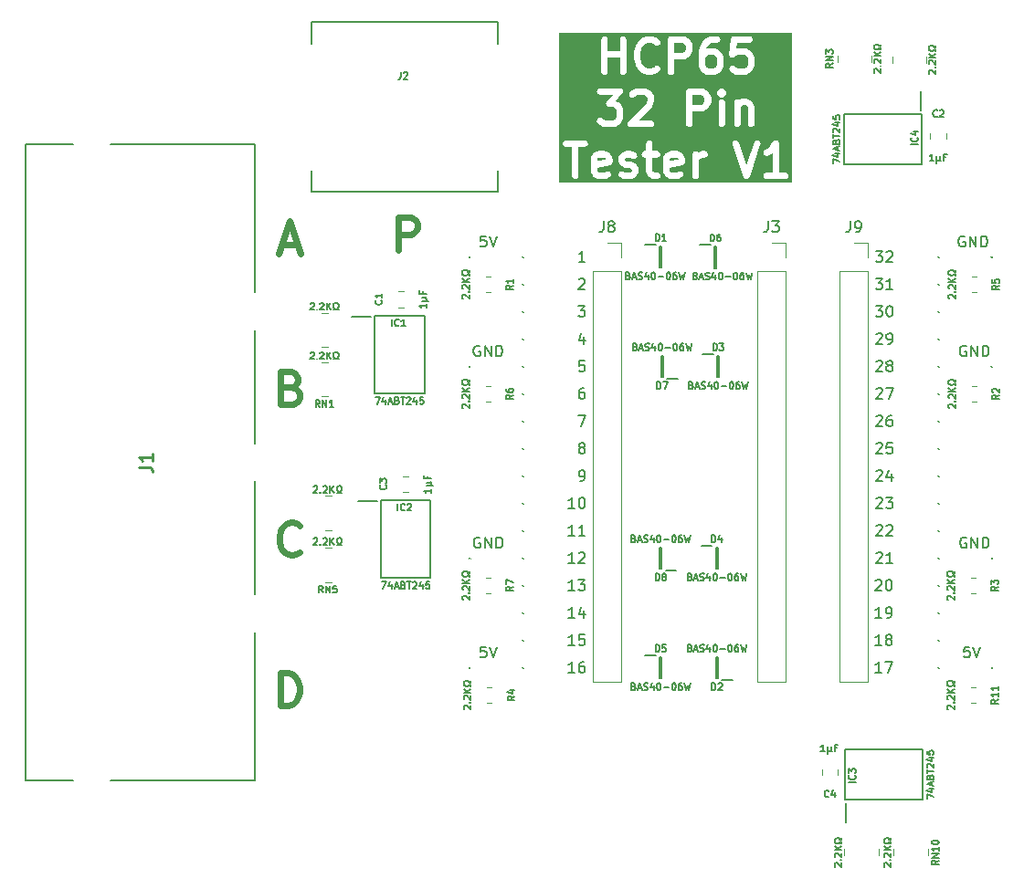
<source format=gto>
%TF.GenerationSoftware,KiCad,Pcbnew,9.0.2*%
%TF.CreationDate,2025-08-21T14:27:42+02:00*%
%TF.ProjectId,HCP65 32 Pin Tester,48435036-3520-4333-9220-50696e205465,V1*%
%TF.SameCoordinates,Original*%
%TF.FileFunction,Legend,Top*%
%TF.FilePolarity,Positive*%
%FSLAX46Y46*%
G04 Gerber Fmt 4.6, Leading zero omitted, Abs format (unit mm)*
G04 Created by KiCad (PCBNEW 9.0.2) date 2025-08-21 14:27:42*
%MOMM*%
%LPD*%
G01*
G04 APERTURE LIST*
%ADD10C,0.150000*%
%ADD11C,0.600000*%
%ADD12C,0.254000*%
%ADD13C,0.200000*%
%ADD14C,0.100000*%
%ADD15C,0.120000*%
G04 APERTURE END LIST*
D10*
X25590523Y-42507819D02*
X25114333Y-42507819D01*
X25114333Y-42507819D02*
X25066714Y-42984009D01*
X25066714Y-42984009D02*
X25114333Y-42936390D01*
X25114333Y-42936390D02*
X25209571Y-42888771D01*
X25209571Y-42888771D02*
X25447666Y-42888771D01*
X25447666Y-42888771D02*
X25542904Y-42936390D01*
X25542904Y-42936390D02*
X25590523Y-42984009D01*
X25590523Y-42984009D02*
X25638142Y-43079247D01*
X25638142Y-43079247D02*
X25638142Y-43317342D01*
X25638142Y-43317342D02*
X25590523Y-43412580D01*
X25590523Y-43412580D02*
X25542904Y-43460200D01*
X25542904Y-43460200D02*
X25447666Y-43507819D01*
X25447666Y-43507819D02*
X25209571Y-43507819D01*
X25209571Y-43507819D02*
X25114333Y-43460200D01*
X25114333Y-43460200D02*
X25066714Y-43412580D01*
X25923857Y-42507819D02*
X26257190Y-43507819D01*
X26257190Y-43507819D02*
X26590523Y-42507819D01*
X33810458Y-32204819D02*
X33239030Y-32204819D01*
X33524744Y-32204819D02*
X33524744Y-31204819D01*
X33524744Y-31204819D02*
X33429506Y-31347676D01*
X33429506Y-31347676D02*
X33334268Y-31442914D01*
X33334268Y-31442914D02*
X33239030Y-31490533D01*
X34762839Y-32204819D02*
X34191411Y-32204819D01*
X34477125Y-32204819D02*
X34477125Y-31204819D01*
X34477125Y-31204819D02*
X34381887Y-31347676D01*
X34381887Y-31347676D02*
X34286649Y-31442914D01*
X34286649Y-31442914D02*
X34191411Y-31490533D01*
X25019095Y-14615438D02*
X24923857Y-14567819D01*
X24923857Y-14567819D02*
X24781000Y-14567819D01*
X24781000Y-14567819D02*
X24638143Y-14615438D01*
X24638143Y-14615438D02*
X24542905Y-14710676D01*
X24542905Y-14710676D02*
X24495286Y-14805914D01*
X24495286Y-14805914D02*
X24447667Y-14996390D01*
X24447667Y-14996390D02*
X24447667Y-15139247D01*
X24447667Y-15139247D02*
X24495286Y-15329723D01*
X24495286Y-15329723D02*
X24542905Y-15424961D01*
X24542905Y-15424961D02*
X24638143Y-15520200D01*
X24638143Y-15520200D02*
X24781000Y-15567819D01*
X24781000Y-15567819D02*
X24876238Y-15567819D01*
X24876238Y-15567819D02*
X25019095Y-15520200D01*
X25019095Y-15520200D02*
X25066714Y-15472580D01*
X25066714Y-15472580D02*
X25066714Y-15139247D01*
X25066714Y-15139247D02*
X24876238Y-15139247D01*
X25495286Y-15567819D02*
X25495286Y-14567819D01*
X25495286Y-14567819D02*
X26066714Y-15567819D01*
X26066714Y-15567819D02*
X26066714Y-14567819D01*
X26542905Y-15567819D02*
X26542905Y-14567819D01*
X26542905Y-14567819D02*
X26781000Y-14567819D01*
X26781000Y-14567819D02*
X26923857Y-14615438D01*
X26923857Y-14615438D02*
X27019095Y-14710676D01*
X27019095Y-14710676D02*
X27066714Y-14805914D01*
X27066714Y-14805914D02*
X27114333Y-14996390D01*
X27114333Y-14996390D02*
X27114333Y-15139247D01*
X27114333Y-15139247D02*
X27066714Y-15329723D01*
X27066714Y-15329723D02*
X27019095Y-15424961D01*
X27019095Y-15424961D02*
X26923857Y-15520200D01*
X26923857Y-15520200D02*
X26781000Y-15567819D01*
X26781000Y-15567819D02*
X26542905Y-15567819D01*
X33810458Y-34744819D02*
X33239030Y-34744819D01*
X33524744Y-34744819D02*
X33524744Y-33744819D01*
X33524744Y-33744819D02*
X33429506Y-33887676D01*
X33429506Y-33887676D02*
X33334268Y-33982914D01*
X33334268Y-33982914D02*
X33239030Y-34030533D01*
X34191411Y-33840057D02*
X34239030Y-33792438D01*
X34239030Y-33792438D02*
X34334268Y-33744819D01*
X34334268Y-33744819D02*
X34572363Y-33744819D01*
X34572363Y-33744819D02*
X34667601Y-33792438D01*
X34667601Y-33792438D02*
X34715220Y-33840057D01*
X34715220Y-33840057D02*
X34762839Y-33935295D01*
X34762839Y-33935295D02*
X34762839Y-34030533D01*
X34762839Y-34030533D02*
X34715220Y-34173390D01*
X34715220Y-34173390D02*
X34143792Y-34744819D01*
X34143792Y-34744819D02*
X34762839Y-34744819D01*
X61757160Y-31300057D02*
X61804779Y-31252438D01*
X61804779Y-31252438D02*
X61900017Y-31204819D01*
X61900017Y-31204819D02*
X62138112Y-31204819D01*
X62138112Y-31204819D02*
X62233350Y-31252438D01*
X62233350Y-31252438D02*
X62280969Y-31300057D01*
X62280969Y-31300057D02*
X62328588Y-31395295D01*
X62328588Y-31395295D02*
X62328588Y-31490533D01*
X62328588Y-31490533D02*
X62280969Y-31633390D01*
X62280969Y-31633390D02*
X61709541Y-32204819D01*
X61709541Y-32204819D02*
X62328588Y-32204819D01*
X62709541Y-31300057D02*
X62757160Y-31252438D01*
X62757160Y-31252438D02*
X62852398Y-31204819D01*
X62852398Y-31204819D02*
X63090493Y-31204819D01*
X63090493Y-31204819D02*
X63185731Y-31252438D01*
X63185731Y-31252438D02*
X63233350Y-31300057D01*
X63233350Y-31300057D02*
X63280969Y-31395295D01*
X63280969Y-31395295D02*
X63280969Y-31490533D01*
X63280969Y-31490533D02*
X63233350Y-31633390D01*
X63233350Y-31633390D02*
X62661922Y-32204819D01*
X62661922Y-32204819D02*
X63280969Y-32204819D01*
D11*
X7580285Y-18443557D02*
X8008857Y-18586414D01*
X8008857Y-18586414D02*
X8151714Y-18729271D01*
X8151714Y-18729271D02*
X8294571Y-19014986D01*
X8294571Y-19014986D02*
X8294571Y-19443557D01*
X8294571Y-19443557D02*
X8151714Y-19729271D01*
X8151714Y-19729271D02*
X8008857Y-19872129D01*
X8008857Y-19872129D02*
X7723142Y-20014986D01*
X7723142Y-20014986D02*
X6580285Y-20014986D01*
X6580285Y-20014986D02*
X6580285Y-17014986D01*
X6580285Y-17014986D02*
X7580285Y-17014986D01*
X7580285Y-17014986D02*
X7866000Y-17157843D01*
X7866000Y-17157843D02*
X8008857Y-17300700D01*
X8008857Y-17300700D02*
X8151714Y-17586414D01*
X8151714Y-17586414D02*
X8151714Y-17872129D01*
X8151714Y-17872129D02*
X8008857Y-18157843D01*
X8008857Y-18157843D02*
X7866000Y-18300700D01*
X7866000Y-18300700D02*
X7580285Y-18443557D01*
X7580285Y-18443557D02*
X6580285Y-18443557D01*
D10*
X69961095Y-4455438D02*
X69865857Y-4407819D01*
X69865857Y-4407819D02*
X69723000Y-4407819D01*
X69723000Y-4407819D02*
X69580143Y-4455438D01*
X69580143Y-4455438D02*
X69484905Y-4550676D01*
X69484905Y-4550676D02*
X69437286Y-4645914D01*
X69437286Y-4645914D02*
X69389667Y-4836390D01*
X69389667Y-4836390D02*
X69389667Y-4979247D01*
X69389667Y-4979247D02*
X69437286Y-5169723D01*
X69437286Y-5169723D02*
X69484905Y-5264961D01*
X69484905Y-5264961D02*
X69580143Y-5360200D01*
X69580143Y-5360200D02*
X69723000Y-5407819D01*
X69723000Y-5407819D02*
X69818238Y-5407819D01*
X69818238Y-5407819D02*
X69961095Y-5360200D01*
X69961095Y-5360200D02*
X70008714Y-5312580D01*
X70008714Y-5312580D02*
X70008714Y-4979247D01*
X70008714Y-4979247D02*
X69818238Y-4979247D01*
X70437286Y-5407819D02*
X70437286Y-4407819D01*
X70437286Y-4407819D02*
X71008714Y-5407819D01*
X71008714Y-5407819D02*
X71008714Y-4407819D01*
X71484905Y-5407819D02*
X71484905Y-4407819D01*
X71484905Y-4407819D02*
X71723000Y-4407819D01*
X71723000Y-4407819D02*
X71865857Y-4455438D01*
X71865857Y-4455438D02*
X71961095Y-4550676D01*
X71961095Y-4550676D02*
X72008714Y-4645914D01*
X72008714Y-4645914D02*
X72056333Y-4836390D01*
X72056333Y-4836390D02*
X72056333Y-4979247D01*
X72056333Y-4979247D02*
X72008714Y-5169723D01*
X72008714Y-5169723D02*
X71961095Y-5264961D01*
X71961095Y-5264961D02*
X71865857Y-5360200D01*
X71865857Y-5360200D02*
X71723000Y-5407819D01*
X71723000Y-5407819D02*
X71484905Y-5407819D01*
X25590523Y-4407819D02*
X25114333Y-4407819D01*
X25114333Y-4407819D02*
X25066714Y-4884009D01*
X25066714Y-4884009D02*
X25114333Y-4836390D01*
X25114333Y-4836390D02*
X25209571Y-4788771D01*
X25209571Y-4788771D02*
X25447666Y-4788771D01*
X25447666Y-4788771D02*
X25542904Y-4836390D01*
X25542904Y-4836390D02*
X25590523Y-4884009D01*
X25590523Y-4884009D02*
X25638142Y-4979247D01*
X25638142Y-4979247D02*
X25638142Y-5217342D01*
X25638142Y-5217342D02*
X25590523Y-5312580D01*
X25590523Y-5312580D02*
X25542904Y-5360200D01*
X25542904Y-5360200D02*
X25447666Y-5407819D01*
X25447666Y-5407819D02*
X25209571Y-5407819D01*
X25209571Y-5407819D02*
X25114333Y-5360200D01*
X25114333Y-5360200D02*
X25066714Y-5312580D01*
X25923857Y-4407819D02*
X26257190Y-5407819D01*
X26257190Y-5407819D02*
X26590523Y-4407819D01*
X34667601Y-18504819D02*
X34477125Y-18504819D01*
X34477125Y-18504819D02*
X34381887Y-18552438D01*
X34381887Y-18552438D02*
X34334268Y-18600057D01*
X34334268Y-18600057D02*
X34239030Y-18742914D01*
X34239030Y-18742914D02*
X34191411Y-18933390D01*
X34191411Y-18933390D02*
X34191411Y-19314342D01*
X34191411Y-19314342D02*
X34239030Y-19409580D01*
X34239030Y-19409580D02*
X34286649Y-19457200D01*
X34286649Y-19457200D02*
X34381887Y-19504819D01*
X34381887Y-19504819D02*
X34572363Y-19504819D01*
X34572363Y-19504819D02*
X34667601Y-19457200D01*
X34667601Y-19457200D02*
X34715220Y-19409580D01*
X34715220Y-19409580D02*
X34762839Y-19314342D01*
X34762839Y-19314342D02*
X34762839Y-19076247D01*
X34762839Y-19076247D02*
X34715220Y-18981009D01*
X34715220Y-18981009D02*
X34667601Y-18933390D01*
X34667601Y-18933390D02*
X34572363Y-18885771D01*
X34572363Y-18885771D02*
X34381887Y-18885771D01*
X34381887Y-18885771D02*
X34286649Y-18933390D01*
X34286649Y-18933390D02*
X34239030Y-18981009D01*
X34239030Y-18981009D02*
X34191411Y-19076247D01*
X34762839Y-6804819D02*
X34191411Y-6804819D01*
X34477125Y-6804819D02*
X34477125Y-5804819D01*
X34477125Y-5804819D02*
X34381887Y-5947676D01*
X34381887Y-5947676D02*
X34286649Y-6042914D01*
X34286649Y-6042914D02*
X34191411Y-6090533D01*
X62258458Y-44904819D02*
X61687030Y-44904819D01*
X61972744Y-44904819D02*
X61972744Y-43904819D01*
X61972744Y-43904819D02*
X61877506Y-44047676D01*
X61877506Y-44047676D02*
X61782268Y-44142914D01*
X61782268Y-44142914D02*
X61687030Y-44190533D01*
X62591792Y-43904819D02*
X63258458Y-43904819D01*
X63258458Y-43904819D02*
X62829887Y-44904819D01*
X61757160Y-13520057D02*
X61804779Y-13472438D01*
X61804779Y-13472438D02*
X61900017Y-13424819D01*
X61900017Y-13424819D02*
X62138112Y-13424819D01*
X62138112Y-13424819D02*
X62233350Y-13472438D01*
X62233350Y-13472438D02*
X62280969Y-13520057D01*
X62280969Y-13520057D02*
X62328588Y-13615295D01*
X62328588Y-13615295D02*
X62328588Y-13710533D01*
X62328588Y-13710533D02*
X62280969Y-13853390D01*
X62280969Y-13853390D02*
X61709541Y-14424819D01*
X61709541Y-14424819D02*
X62328588Y-14424819D01*
X62804779Y-14424819D02*
X62995255Y-14424819D01*
X62995255Y-14424819D02*
X63090493Y-14377200D01*
X63090493Y-14377200D02*
X63138112Y-14329580D01*
X63138112Y-14329580D02*
X63233350Y-14186723D01*
X63233350Y-14186723D02*
X63280969Y-13996247D01*
X63280969Y-13996247D02*
X63280969Y-13615295D01*
X63280969Y-13615295D02*
X63233350Y-13520057D01*
X63233350Y-13520057D02*
X63185731Y-13472438D01*
X63185731Y-13472438D02*
X63090493Y-13424819D01*
X63090493Y-13424819D02*
X62900017Y-13424819D01*
X62900017Y-13424819D02*
X62804779Y-13472438D01*
X62804779Y-13472438D02*
X62757160Y-13520057D01*
X62757160Y-13520057D02*
X62709541Y-13615295D01*
X62709541Y-13615295D02*
X62709541Y-13853390D01*
X62709541Y-13853390D02*
X62757160Y-13948628D01*
X62757160Y-13948628D02*
X62804779Y-13996247D01*
X62804779Y-13996247D02*
X62900017Y-14043866D01*
X62900017Y-14043866D02*
X63090493Y-14043866D01*
X63090493Y-14043866D02*
X63185731Y-13996247D01*
X63185731Y-13996247D02*
X63233350Y-13948628D01*
X63233350Y-13948628D02*
X63280969Y-13853390D01*
X34381887Y-24013390D02*
X34286649Y-23965771D01*
X34286649Y-23965771D02*
X34239030Y-23918152D01*
X34239030Y-23918152D02*
X34191411Y-23822914D01*
X34191411Y-23822914D02*
X34191411Y-23775295D01*
X34191411Y-23775295D02*
X34239030Y-23680057D01*
X34239030Y-23680057D02*
X34286649Y-23632438D01*
X34286649Y-23632438D02*
X34381887Y-23584819D01*
X34381887Y-23584819D02*
X34572363Y-23584819D01*
X34572363Y-23584819D02*
X34667601Y-23632438D01*
X34667601Y-23632438D02*
X34715220Y-23680057D01*
X34715220Y-23680057D02*
X34762839Y-23775295D01*
X34762839Y-23775295D02*
X34762839Y-23822914D01*
X34762839Y-23822914D02*
X34715220Y-23918152D01*
X34715220Y-23918152D02*
X34667601Y-23965771D01*
X34667601Y-23965771D02*
X34572363Y-24013390D01*
X34572363Y-24013390D02*
X34381887Y-24013390D01*
X34381887Y-24013390D02*
X34286649Y-24061009D01*
X34286649Y-24061009D02*
X34239030Y-24108628D01*
X34239030Y-24108628D02*
X34191411Y-24203866D01*
X34191411Y-24203866D02*
X34191411Y-24394342D01*
X34191411Y-24394342D02*
X34239030Y-24489580D01*
X34239030Y-24489580D02*
X34286649Y-24537200D01*
X34286649Y-24537200D02*
X34381887Y-24584819D01*
X34381887Y-24584819D02*
X34572363Y-24584819D01*
X34572363Y-24584819D02*
X34667601Y-24537200D01*
X34667601Y-24537200D02*
X34715220Y-24489580D01*
X34715220Y-24489580D02*
X34762839Y-24394342D01*
X34762839Y-24394342D02*
X34762839Y-24203866D01*
X34762839Y-24203866D02*
X34715220Y-24108628D01*
X34715220Y-24108628D02*
X34667601Y-24061009D01*
X34667601Y-24061009D02*
X34572363Y-24013390D01*
X34191411Y-8440057D02*
X34239030Y-8392438D01*
X34239030Y-8392438D02*
X34334268Y-8344819D01*
X34334268Y-8344819D02*
X34572363Y-8344819D01*
X34572363Y-8344819D02*
X34667601Y-8392438D01*
X34667601Y-8392438D02*
X34715220Y-8440057D01*
X34715220Y-8440057D02*
X34762839Y-8535295D01*
X34762839Y-8535295D02*
X34762839Y-8630533D01*
X34762839Y-8630533D02*
X34715220Y-8773390D01*
X34715220Y-8773390D02*
X34143792Y-9344819D01*
X34143792Y-9344819D02*
X34762839Y-9344819D01*
X61757160Y-26220057D02*
X61804779Y-26172438D01*
X61804779Y-26172438D02*
X61900017Y-26124819D01*
X61900017Y-26124819D02*
X62138112Y-26124819D01*
X62138112Y-26124819D02*
X62233350Y-26172438D01*
X62233350Y-26172438D02*
X62280969Y-26220057D01*
X62280969Y-26220057D02*
X62328588Y-26315295D01*
X62328588Y-26315295D02*
X62328588Y-26410533D01*
X62328588Y-26410533D02*
X62280969Y-26553390D01*
X62280969Y-26553390D02*
X61709541Y-27124819D01*
X61709541Y-27124819D02*
X62328588Y-27124819D01*
X63185731Y-26458152D02*
X63185731Y-27124819D01*
X62947636Y-26077200D02*
X62709541Y-26791485D01*
X62709541Y-26791485D02*
X63328588Y-26791485D01*
D11*
X17502285Y-5674657D02*
X17502285Y-2674657D01*
X17502285Y-2674657D02*
X18645142Y-2674657D01*
X18645142Y-2674657D02*
X18930857Y-2817514D01*
X18930857Y-2817514D02*
X19073714Y-2960371D01*
X19073714Y-2960371D02*
X19216571Y-3246085D01*
X19216571Y-3246085D02*
X19216571Y-3674657D01*
X19216571Y-3674657D02*
X19073714Y-3960371D01*
X19073714Y-3960371D02*
X18930857Y-4103228D01*
X18930857Y-4103228D02*
X18645142Y-4246085D01*
X18645142Y-4246085D02*
X17502285Y-4246085D01*
D10*
X62258458Y-39824819D02*
X61687030Y-39824819D01*
X61972744Y-39824819D02*
X61972744Y-38824819D01*
X61972744Y-38824819D02*
X61877506Y-38967676D01*
X61877506Y-38967676D02*
X61782268Y-39062914D01*
X61782268Y-39062914D02*
X61687030Y-39110533D01*
X62734649Y-39824819D02*
X62925125Y-39824819D01*
X62925125Y-39824819D02*
X63020363Y-39777200D01*
X63020363Y-39777200D02*
X63067982Y-39729580D01*
X63067982Y-39729580D02*
X63163220Y-39586723D01*
X63163220Y-39586723D02*
X63210839Y-39396247D01*
X63210839Y-39396247D02*
X63210839Y-39015295D01*
X63210839Y-39015295D02*
X63163220Y-38920057D01*
X63163220Y-38920057D02*
X63115601Y-38872438D01*
X63115601Y-38872438D02*
X63020363Y-38824819D01*
X63020363Y-38824819D02*
X62829887Y-38824819D01*
X62829887Y-38824819D02*
X62734649Y-38872438D01*
X62734649Y-38872438D02*
X62687030Y-38920057D01*
X62687030Y-38920057D02*
X62639411Y-39015295D01*
X62639411Y-39015295D02*
X62639411Y-39253390D01*
X62639411Y-39253390D02*
X62687030Y-39348628D01*
X62687030Y-39348628D02*
X62734649Y-39396247D01*
X62734649Y-39396247D02*
X62829887Y-39443866D01*
X62829887Y-39443866D02*
X63020363Y-39443866D01*
X63020363Y-39443866D02*
X63115601Y-39396247D01*
X63115601Y-39396247D02*
X63163220Y-39348628D01*
X63163220Y-39348628D02*
X63210839Y-39253390D01*
D11*
X6580285Y-47954986D02*
X6580285Y-44954986D01*
X6580285Y-44954986D02*
X7294571Y-44954986D01*
X7294571Y-44954986D02*
X7723142Y-45097843D01*
X7723142Y-45097843D02*
X8008857Y-45383557D01*
X8008857Y-45383557D02*
X8151714Y-45669271D01*
X8151714Y-45669271D02*
X8294571Y-46240700D01*
X8294571Y-46240700D02*
X8294571Y-46669271D01*
X8294571Y-46669271D02*
X8151714Y-47240700D01*
X8151714Y-47240700D02*
X8008857Y-47526414D01*
X8008857Y-47526414D02*
X7723142Y-47812129D01*
X7723142Y-47812129D02*
X7294571Y-47954986D01*
X7294571Y-47954986D02*
X6580285Y-47954986D01*
D10*
X33810458Y-44904819D02*
X33239030Y-44904819D01*
X33524744Y-44904819D02*
X33524744Y-43904819D01*
X33524744Y-43904819D02*
X33429506Y-44047676D01*
X33429506Y-44047676D02*
X33334268Y-44142914D01*
X33334268Y-44142914D02*
X33239030Y-44190533D01*
X34667601Y-43904819D02*
X34477125Y-43904819D01*
X34477125Y-43904819D02*
X34381887Y-43952438D01*
X34381887Y-43952438D02*
X34334268Y-44000057D01*
X34334268Y-44000057D02*
X34239030Y-44142914D01*
X34239030Y-44142914D02*
X34191411Y-44333390D01*
X34191411Y-44333390D02*
X34191411Y-44714342D01*
X34191411Y-44714342D02*
X34239030Y-44809580D01*
X34239030Y-44809580D02*
X34286649Y-44857200D01*
X34286649Y-44857200D02*
X34381887Y-44904819D01*
X34381887Y-44904819D02*
X34572363Y-44904819D01*
X34572363Y-44904819D02*
X34667601Y-44857200D01*
X34667601Y-44857200D02*
X34715220Y-44809580D01*
X34715220Y-44809580D02*
X34762839Y-44714342D01*
X34762839Y-44714342D02*
X34762839Y-44476247D01*
X34762839Y-44476247D02*
X34715220Y-44381009D01*
X34715220Y-44381009D02*
X34667601Y-44333390D01*
X34667601Y-44333390D02*
X34572363Y-44285771D01*
X34572363Y-44285771D02*
X34381887Y-44285771D01*
X34381887Y-44285771D02*
X34286649Y-44333390D01*
X34286649Y-44333390D02*
X34239030Y-44381009D01*
X34239030Y-44381009D02*
X34191411Y-44476247D01*
X61757160Y-21140057D02*
X61804779Y-21092438D01*
X61804779Y-21092438D02*
X61900017Y-21044819D01*
X61900017Y-21044819D02*
X62138112Y-21044819D01*
X62138112Y-21044819D02*
X62233350Y-21092438D01*
X62233350Y-21092438D02*
X62280969Y-21140057D01*
X62280969Y-21140057D02*
X62328588Y-21235295D01*
X62328588Y-21235295D02*
X62328588Y-21330533D01*
X62328588Y-21330533D02*
X62280969Y-21473390D01*
X62280969Y-21473390D02*
X61709541Y-22044819D01*
X61709541Y-22044819D02*
X62328588Y-22044819D01*
X63185731Y-21044819D02*
X62995255Y-21044819D01*
X62995255Y-21044819D02*
X62900017Y-21092438D01*
X62900017Y-21092438D02*
X62852398Y-21140057D01*
X62852398Y-21140057D02*
X62757160Y-21282914D01*
X62757160Y-21282914D02*
X62709541Y-21473390D01*
X62709541Y-21473390D02*
X62709541Y-21854342D01*
X62709541Y-21854342D02*
X62757160Y-21949580D01*
X62757160Y-21949580D02*
X62804779Y-21997200D01*
X62804779Y-21997200D02*
X62900017Y-22044819D01*
X62900017Y-22044819D02*
X63090493Y-22044819D01*
X63090493Y-22044819D02*
X63185731Y-21997200D01*
X63185731Y-21997200D02*
X63233350Y-21949580D01*
X63233350Y-21949580D02*
X63280969Y-21854342D01*
X63280969Y-21854342D02*
X63280969Y-21616247D01*
X63280969Y-21616247D02*
X63233350Y-21521009D01*
X63233350Y-21521009D02*
X63185731Y-21473390D01*
X63185731Y-21473390D02*
X63090493Y-21425771D01*
X63090493Y-21425771D02*
X62900017Y-21425771D01*
X62900017Y-21425771D02*
X62804779Y-21473390D01*
X62804779Y-21473390D02*
X62757160Y-21521009D01*
X62757160Y-21521009D02*
X62709541Y-21616247D01*
X33810458Y-37284819D02*
X33239030Y-37284819D01*
X33524744Y-37284819D02*
X33524744Y-36284819D01*
X33524744Y-36284819D02*
X33429506Y-36427676D01*
X33429506Y-36427676D02*
X33334268Y-36522914D01*
X33334268Y-36522914D02*
X33239030Y-36570533D01*
X34143792Y-36284819D02*
X34762839Y-36284819D01*
X34762839Y-36284819D02*
X34429506Y-36665771D01*
X34429506Y-36665771D02*
X34572363Y-36665771D01*
X34572363Y-36665771D02*
X34667601Y-36713390D01*
X34667601Y-36713390D02*
X34715220Y-36761009D01*
X34715220Y-36761009D02*
X34762839Y-36856247D01*
X34762839Y-36856247D02*
X34762839Y-37094342D01*
X34762839Y-37094342D02*
X34715220Y-37189580D01*
X34715220Y-37189580D02*
X34667601Y-37237200D01*
X34667601Y-37237200D02*
X34572363Y-37284819D01*
X34572363Y-37284819D02*
X34286649Y-37284819D01*
X34286649Y-37284819D02*
X34191411Y-37237200D01*
X34191411Y-37237200D02*
X34143792Y-37189580D01*
X34143792Y-21044819D02*
X34810458Y-21044819D01*
X34810458Y-21044819D02*
X34381887Y-22044819D01*
X61709541Y-5804819D02*
X62328588Y-5804819D01*
X62328588Y-5804819D02*
X61995255Y-6185771D01*
X61995255Y-6185771D02*
X62138112Y-6185771D01*
X62138112Y-6185771D02*
X62233350Y-6233390D01*
X62233350Y-6233390D02*
X62280969Y-6281009D01*
X62280969Y-6281009D02*
X62328588Y-6376247D01*
X62328588Y-6376247D02*
X62328588Y-6614342D01*
X62328588Y-6614342D02*
X62280969Y-6709580D01*
X62280969Y-6709580D02*
X62233350Y-6757200D01*
X62233350Y-6757200D02*
X62138112Y-6804819D01*
X62138112Y-6804819D02*
X61852398Y-6804819D01*
X61852398Y-6804819D02*
X61757160Y-6757200D01*
X61757160Y-6757200D02*
X61709541Y-6709580D01*
X62709541Y-5900057D02*
X62757160Y-5852438D01*
X62757160Y-5852438D02*
X62852398Y-5804819D01*
X62852398Y-5804819D02*
X63090493Y-5804819D01*
X63090493Y-5804819D02*
X63185731Y-5852438D01*
X63185731Y-5852438D02*
X63233350Y-5900057D01*
X63233350Y-5900057D02*
X63280969Y-5995295D01*
X63280969Y-5995295D02*
X63280969Y-6090533D01*
X63280969Y-6090533D02*
X63233350Y-6233390D01*
X63233350Y-6233390D02*
X62661922Y-6804819D01*
X62661922Y-6804819D02*
X63280969Y-6804819D01*
X70421523Y-42507819D02*
X69945333Y-42507819D01*
X69945333Y-42507819D02*
X69897714Y-42984009D01*
X69897714Y-42984009D02*
X69945333Y-42936390D01*
X69945333Y-42936390D02*
X70040571Y-42888771D01*
X70040571Y-42888771D02*
X70278666Y-42888771D01*
X70278666Y-42888771D02*
X70373904Y-42936390D01*
X70373904Y-42936390D02*
X70421523Y-42984009D01*
X70421523Y-42984009D02*
X70469142Y-43079247D01*
X70469142Y-43079247D02*
X70469142Y-43317342D01*
X70469142Y-43317342D02*
X70421523Y-43412580D01*
X70421523Y-43412580D02*
X70373904Y-43460200D01*
X70373904Y-43460200D02*
X70278666Y-43507819D01*
X70278666Y-43507819D02*
X70040571Y-43507819D01*
X70040571Y-43507819D02*
X69945333Y-43460200D01*
X69945333Y-43460200D02*
X69897714Y-43412580D01*
X70754857Y-42507819D02*
X71088190Y-43507819D01*
X71088190Y-43507819D02*
X71421523Y-42507819D01*
X61757160Y-33840057D02*
X61804779Y-33792438D01*
X61804779Y-33792438D02*
X61900017Y-33744819D01*
X61900017Y-33744819D02*
X62138112Y-33744819D01*
X62138112Y-33744819D02*
X62233350Y-33792438D01*
X62233350Y-33792438D02*
X62280969Y-33840057D01*
X62280969Y-33840057D02*
X62328588Y-33935295D01*
X62328588Y-33935295D02*
X62328588Y-34030533D01*
X62328588Y-34030533D02*
X62280969Y-34173390D01*
X62280969Y-34173390D02*
X61709541Y-34744819D01*
X61709541Y-34744819D02*
X62328588Y-34744819D01*
X63280969Y-34744819D02*
X62709541Y-34744819D01*
X62995255Y-34744819D02*
X62995255Y-33744819D01*
X62995255Y-33744819D02*
X62900017Y-33887676D01*
X62900017Y-33887676D02*
X62804779Y-33982914D01*
X62804779Y-33982914D02*
X62709541Y-34030533D01*
X61709541Y-8344819D02*
X62328588Y-8344819D01*
X62328588Y-8344819D02*
X61995255Y-8725771D01*
X61995255Y-8725771D02*
X62138112Y-8725771D01*
X62138112Y-8725771D02*
X62233350Y-8773390D01*
X62233350Y-8773390D02*
X62280969Y-8821009D01*
X62280969Y-8821009D02*
X62328588Y-8916247D01*
X62328588Y-8916247D02*
X62328588Y-9154342D01*
X62328588Y-9154342D02*
X62280969Y-9249580D01*
X62280969Y-9249580D02*
X62233350Y-9297200D01*
X62233350Y-9297200D02*
X62138112Y-9344819D01*
X62138112Y-9344819D02*
X61852398Y-9344819D01*
X61852398Y-9344819D02*
X61757160Y-9297200D01*
X61757160Y-9297200D02*
X61709541Y-9249580D01*
X63280969Y-9344819D02*
X62709541Y-9344819D01*
X62995255Y-9344819D02*
X62995255Y-8344819D01*
X62995255Y-8344819D02*
X62900017Y-8487676D01*
X62900017Y-8487676D02*
X62804779Y-8582914D01*
X62804779Y-8582914D02*
X62709541Y-8630533D01*
X25035095Y-32395438D02*
X24939857Y-32347819D01*
X24939857Y-32347819D02*
X24797000Y-32347819D01*
X24797000Y-32347819D02*
X24654143Y-32395438D01*
X24654143Y-32395438D02*
X24558905Y-32490676D01*
X24558905Y-32490676D02*
X24511286Y-32585914D01*
X24511286Y-32585914D02*
X24463667Y-32776390D01*
X24463667Y-32776390D02*
X24463667Y-32919247D01*
X24463667Y-32919247D02*
X24511286Y-33109723D01*
X24511286Y-33109723D02*
X24558905Y-33204961D01*
X24558905Y-33204961D02*
X24654143Y-33300200D01*
X24654143Y-33300200D02*
X24797000Y-33347819D01*
X24797000Y-33347819D02*
X24892238Y-33347819D01*
X24892238Y-33347819D02*
X25035095Y-33300200D01*
X25035095Y-33300200D02*
X25082714Y-33252580D01*
X25082714Y-33252580D02*
X25082714Y-32919247D01*
X25082714Y-32919247D02*
X24892238Y-32919247D01*
X25511286Y-33347819D02*
X25511286Y-32347819D01*
X25511286Y-32347819D02*
X26082714Y-33347819D01*
X26082714Y-33347819D02*
X26082714Y-32347819D01*
X26558905Y-33347819D02*
X26558905Y-32347819D01*
X26558905Y-32347819D02*
X26797000Y-32347819D01*
X26797000Y-32347819D02*
X26939857Y-32395438D01*
X26939857Y-32395438D02*
X27035095Y-32490676D01*
X27035095Y-32490676D02*
X27082714Y-32585914D01*
X27082714Y-32585914D02*
X27130333Y-32776390D01*
X27130333Y-32776390D02*
X27130333Y-32919247D01*
X27130333Y-32919247D02*
X27082714Y-33109723D01*
X27082714Y-33109723D02*
X27035095Y-33204961D01*
X27035095Y-33204961D02*
X26939857Y-33300200D01*
X26939857Y-33300200D02*
X26797000Y-33347819D01*
X26797000Y-33347819D02*
X26558905Y-33347819D01*
X33810458Y-39824819D02*
X33239030Y-39824819D01*
X33524744Y-39824819D02*
X33524744Y-38824819D01*
X33524744Y-38824819D02*
X33429506Y-38967676D01*
X33429506Y-38967676D02*
X33334268Y-39062914D01*
X33334268Y-39062914D02*
X33239030Y-39110533D01*
X34667601Y-39158152D02*
X34667601Y-39824819D01*
X34429506Y-38777200D02*
X34191411Y-39491485D01*
X34191411Y-39491485D02*
X34810458Y-39491485D01*
D11*
X6651714Y-5187843D02*
X8080286Y-5187843D01*
X6366000Y-6044986D02*
X7366000Y-3044986D01*
X7366000Y-3044986D02*
X8366000Y-6044986D01*
D10*
X61757160Y-28760057D02*
X61804779Y-28712438D01*
X61804779Y-28712438D02*
X61900017Y-28664819D01*
X61900017Y-28664819D02*
X62138112Y-28664819D01*
X62138112Y-28664819D02*
X62233350Y-28712438D01*
X62233350Y-28712438D02*
X62280969Y-28760057D01*
X62280969Y-28760057D02*
X62328588Y-28855295D01*
X62328588Y-28855295D02*
X62328588Y-28950533D01*
X62328588Y-28950533D02*
X62280969Y-29093390D01*
X62280969Y-29093390D02*
X61709541Y-29664819D01*
X61709541Y-29664819D02*
X62328588Y-29664819D01*
X62661922Y-28664819D02*
X63280969Y-28664819D01*
X63280969Y-28664819D02*
X62947636Y-29045771D01*
X62947636Y-29045771D02*
X63090493Y-29045771D01*
X63090493Y-29045771D02*
X63185731Y-29093390D01*
X63185731Y-29093390D02*
X63233350Y-29141009D01*
X63233350Y-29141009D02*
X63280969Y-29236247D01*
X63280969Y-29236247D02*
X63280969Y-29474342D01*
X63280969Y-29474342D02*
X63233350Y-29569580D01*
X63233350Y-29569580D02*
X63185731Y-29617200D01*
X63185731Y-29617200D02*
X63090493Y-29664819D01*
X63090493Y-29664819D02*
X62804779Y-29664819D01*
X62804779Y-29664819D02*
X62709541Y-29617200D01*
X62709541Y-29617200D02*
X62661922Y-29569580D01*
X33810458Y-29664819D02*
X33239030Y-29664819D01*
X33524744Y-29664819D02*
X33524744Y-28664819D01*
X33524744Y-28664819D02*
X33429506Y-28807676D01*
X33429506Y-28807676D02*
X33334268Y-28902914D01*
X33334268Y-28902914D02*
X33239030Y-28950533D01*
X34429506Y-28664819D02*
X34524744Y-28664819D01*
X34524744Y-28664819D02*
X34619982Y-28712438D01*
X34619982Y-28712438D02*
X34667601Y-28760057D01*
X34667601Y-28760057D02*
X34715220Y-28855295D01*
X34715220Y-28855295D02*
X34762839Y-29045771D01*
X34762839Y-29045771D02*
X34762839Y-29283866D01*
X34762839Y-29283866D02*
X34715220Y-29474342D01*
X34715220Y-29474342D02*
X34667601Y-29569580D01*
X34667601Y-29569580D02*
X34619982Y-29617200D01*
X34619982Y-29617200D02*
X34524744Y-29664819D01*
X34524744Y-29664819D02*
X34429506Y-29664819D01*
X34429506Y-29664819D02*
X34334268Y-29617200D01*
X34334268Y-29617200D02*
X34286649Y-29569580D01*
X34286649Y-29569580D02*
X34239030Y-29474342D01*
X34239030Y-29474342D02*
X34191411Y-29283866D01*
X34191411Y-29283866D02*
X34191411Y-29045771D01*
X34191411Y-29045771D02*
X34239030Y-28855295D01*
X34239030Y-28855295D02*
X34286649Y-28760057D01*
X34286649Y-28760057D02*
X34334268Y-28712438D01*
X34334268Y-28712438D02*
X34429506Y-28664819D01*
X61757160Y-18600057D02*
X61804779Y-18552438D01*
X61804779Y-18552438D02*
X61900017Y-18504819D01*
X61900017Y-18504819D02*
X62138112Y-18504819D01*
X62138112Y-18504819D02*
X62233350Y-18552438D01*
X62233350Y-18552438D02*
X62280969Y-18600057D01*
X62280969Y-18600057D02*
X62328588Y-18695295D01*
X62328588Y-18695295D02*
X62328588Y-18790533D01*
X62328588Y-18790533D02*
X62280969Y-18933390D01*
X62280969Y-18933390D02*
X61709541Y-19504819D01*
X61709541Y-19504819D02*
X62328588Y-19504819D01*
X62661922Y-18504819D02*
X63328588Y-18504819D01*
X63328588Y-18504819D02*
X62900017Y-19504819D01*
X34667601Y-13758152D02*
X34667601Y-14424819D01*
X34429506Y-13377200D02*
X34191411Y-14091485D01*
X34191411Y-14091485D02*
X34810458Y-14091485D01*
X61687030Y-36380057D02*
X61734649Y-36332438D01*
X61734649Y-36332438D02*
X61829887Y-36284819D01*
X61829887Y-36284819D02*
X62067982Y-36284819D01*
X62067982Y-36284819D02*
X62163220Y-36332438D01*
X62163220Y-36332438D02*
X62210839Y-36380057D01*
X62210839Y-36380057D02*
X62258458Y-36475295D01*
X62258458Y-36475295D02*
X62258458Y-36570533D01*
X62258458Y-36570533D02*
X62210839Y-36713390D01*
X62210839Y-36713390D02*
X61639411Y-37284819D01*
X61639411Y-37284819D02*
X62258458Y-37284819D01*
X62877506Y-36284819D02*
X62972744Y-36284819D01*
X62972744Y-36284819D02*
X63067982Y-36332438D01*
X63067982Y-36332438D02*
X63115601Y-36380057D01*
X63115601Y-36380057D02*
X63163220Y-36475295D01*
X63163220Y-36475295D02*
X63210839Y-36665771D01*
X63210839Y-36665771D02*
X63210839Y-36903866D01*
X63210839Y-36903866D02*
X63163220Y-37094342D01*
X63163220Y-37094342D02*
X63115601Y-37189580D01*
X63115601Y-37189580D02*
X63067982Y-37237200D01*
X63067982Y-37237200D02*
X62972744Y-37284819D01*
X62972744Y-37284819D02*
X62877506Y-37284819D01*
X62877506Y-37284819D02*
X62782268Y-37237200D01*
X62782268Y-37237200D02*
X62734649Y-37189580D01*
X62734649Y-37189580D02*
X62687030Y-37094342D01*
X62687030Y-37094342D02*
X62639411Y-36903866D01*
X62639411Y-36903866D02*
X62639411Y-36665771D01*
X62639411Y-36665771D02*
X62687030Y-36475295D01*
X62687030Y-36475295D02*
X62734649Y-36380057D01*
X62734649Y-36380057D02*
X62782268Y-36332438D01*
X62782268Y-36332438D02*
X62877506Y-36284819D01*
X34715220Y-15964819D02*
X34239030Y-15964819D01*
X34239030Y-15964819D02*
X34191411Y-16441009D01*
X34191411Y-16441009D02*
X34239030Y-16393390D01*
X34239030Y-16393390D02*
X34334268Y-16345771D01*
X34334268Y-16345771D02*
X34572363Y-16345771D01*
X34572363Y-16345771D02*
X34667601Y-16393390D01*
X34667601Y-16393390D02*
X34715220Y-16441009D01*
X34715220Y-16441009D02*
X34762839Y-16536247D01*
X34762839Y-16536247D02*
X34762839Y-16774342D01*
X34762839Y-16774342D02*
X34715220Y-16869580D01*
X34715220Y-16869580D02*
X34667601Y-16917200D01*
X34667601Y-16917200D02*
X34572363Y-16964819D01*
X34572363Y-16964819D02*
X34334268Y-16964819D01*
X34334268Y-16964819D02*
X34239030Y-16917200D01*
X34239030Y-16917200D02*
X34191411Y-16869580D01*
X62258458Y-42364819D02*
X61687030Y-42364819D01*
X61972744Y-42364819D02*
X61972744Y-41364819D01*
X61972744Y-41364819D02*
X61877506Y-41507676D01*
X61877506Y-41507676D02*
X61782268Y-41602914D01*
X61782268Y-41602914D02*
X61687030Y-41650533D01*
X62829887Y-41793390D02*
X62734649Y-41745771D01*
X62734649Y-41745771D02*
X62687030Y-41698152D01*
X62687030Y-41698152D02*
X62639411Y-41602914D01*
X62639411Y-41602914D02*
X62639411Y-41555295D01*
X62639411Y-41555295D02*
X62687030Y-41460057D01*
X62687030Y-41460057D02*
X62734649Y-41412438D01*
X62734649Y-41412438D02*
X62829887Y-41364819D01*
X62829887Y-41364819D02*
X63020363Y-41364819D01*
X63020363Y-41364819D02*
X63115601Y-41412438D01*
X63115601Y-41412438D02*
X63163220Y-41460057D01*
X63163220Y-41460057D02*
X63210839Y-41555295D01*
X63210839Y-41555295D02*
X63210839Y-41602914D01*
X63210839Y-41602914D02*
X63163220Y-41698152D01*
X63163220Y-41698152D02*
X63115601Y-41745771D01*
X63115601Y-41745771D02*
X63020363Y-41793390D01*
X63020363Y-41793390D02*
X62829887Y-41793390D01*
X62829887Y-41793390D02*
X62734649Y-41841009D01*
X62734649Y-41841009D02*
X62687030Y-41888628D01*
X62687030Y-41888628D02*
X62639411Y-41983866D01*
X62639411Y-41983866D02*
X62639411Y-42174342D01*
X62639411Y-42174342D02*
X62687030Y-42269580D01*
X62687030Y-42269580D02*
X62734649Y-42317200D01*
X62734649Y-42317200D02*
X62829887Y-42364819D01*
X62829887Y-42364819D02*
X63020363Y-42364819D01*
X63020363Y-42364819D02*
X63115601Y-42317200D01*
X63115601Y-42317200D02*
X63163220Y-42269580D01*
X63163220Y-42269580D02*
X63210839Y-42174342D01*
X63210839Y-42174342D02*
X63210839Y-41983866D01*
X63210839Y-41983866D02*
X63163220Y-41888628D01*
X63163220Y-41888628D02*
X63115601Y-41841009D01*
X63115601Y-41841009D02*
X63020363Y-41793390D01*
X61757160Y-16060057D02*
X61804779Y-16012438D01*
X61804779Y-16012438D02*
X61900017Y-15964819D01*
X61900017Y-15964819D02*
X62138112Y-15964819D01*
X62138112Y-15964819D02*
X62233350Y-16012438D01*
X62233350Y-16012438D02*
X62280969Y-16060057D01*
X62280969Y-16060057D02*
X62328588Y-16155295D01*
X62328588Y-16155295D02*
X62328588Y-16250533D01*
X62328588Y-16250533D02*
X62280969Y-16393390D01*
X62280969Y-16393390D02*
X61709541Y-16964819D01*
X61709541Y-16964819D02*
X62328588Y-16964819D01*
X62900017Y-16393390D02*
X62804779Y-16345771D01*
X62804779Y-16345771D02*
X62757160Y-16298152D01*
X62757160Y-16298152D02*
X62709541Y-16202914D01*
X62709541Y-16202914D02*
X62709541Y-16155295D01*
X62709541Y-16155295D02*
X62757160Y-16060057D01*
X62757160Y-16060057D02*
X62804779Y-16012438D01*
X62804779Y-16012438D02*
X62900017Y-15964819D01*
X62900017Y-15964819D02*
X63090493Y-15964819D01*
X63090493Y-15964819D02*
X63185731Y-16012438D01*
X63185731Y-16012438D02*
X63233350Y-16060057D01*
X63233350Y-16060057D02*
X63280969Y-16155295D01*
X63280969Y-16155295D02*
X63280969Y-16202914D01*
X63280969Y-16202914D02*
X63233350Y-16298152D01*
X63233350Y-16298152D02*
X63185731Y-16345771D01*
X63185731Y-16345771D02*
X63090493Y-16393390D01*
X63090493Y-16393390D02*
X62900017Y-16393390D01*
X62900017Y-16393390D02*
X62804779Y-16441009D01*
X62804779Y-16441009D02*
X62757160Y-16488628D01*
X62757160Y-16488628D02*
X62709541Y-16583866D01*
X62709541Y-16583866D02*
X62709541Y-16774342D01*
X62709541Y-16774342D02*
X62757160Y-16869580D01*
X62757160Y-16869580D02*
X62804779Y-16917200D01*
X62804779Y-16917200D02*
X62900017Y-16964819D01*
X62900017Y-16964819D02*
X63090493Y-16964819D01*
X63090493Y-16964819D02*
X63185731Y-16917200D01*
X63185731Y-16917200D02*
X63233350Y-16869580D01*
X63233350Y-16869580D02*
X63280969Y-16774342D01*
X63280969Y-16774342D02*
X63280969Y-16583866D01*
X63280969Y-16583866D02*
X63233350Y-16488628D01*
X63233350Y-16488628D02*
X63185731Y-16441009D01*
X63185731Y-16441009D02*
X63090493Y-16393390D01*
X61709541Y-10884819D02*
X62328588Y-10884819D01*
X62328588Y-10884819D02*
X61995255Y-11265771D01*
X61995255Y-11265771D02*
X62138112Y-11265771D01*
X62138112Y-11265771D02*
X62233350Y-11313390D01*
X62233350Y-11313390D02*
X62280969Y-11361009D01*
X62280969Y-11361009D02*
X62328588Y-11456247D01*
X62328588Y-11456247D02*
X62328588Y-11694342D01*
X62328588Y-11694342D02*
X62280969Y-11789580D01*
X62280969Y-11789580D02*
X62233350Y-11837200D01*
X62233350Y-11837200D02*
X62138112Y-11884819D01*
X62138112Y-11884819D02*
X61852398Y-11884819D01*
X61852398Y-11884819D02*
X61757160Y-11837200D01*
X61757160Y-11837200D02*
X61709541Y-11789580D01*
X62947636Y-10884819D02*
X63042874Y-10884819D01*
X63042874Y-10884819D02*
X63138112Y-10932438D01*
X63138112Y-10932438D02*
X63185731Y-10980057D01*
X63185731Y-10980057D02*
X63233350Y-11075295D01*
X63233350Y-11075295D02*
X63280969Y-11265771D01*
X63280969Y-11265771D02*
X63280969Y-11503866D01*
X63280969Y-11503866D02*
X63233350Y-11694342D01*
X63233350Y-11694342D02*
X63185731Y-11789580D01*
X63185731Y-11789580D02*
X63138112Y-11837200D01*
X63138112Y-11837200D02*
X63042874Y-11884819D01*
X63042874Y-11884819D02*
X62947636Y-11884819D01*
X62947636Y-11884819D02*
X62852398Y-11837200D01*
X62852398Y-11837200D02*
X62804779Y-11789580D01*
X62804779Y-11789580D02*
X62757160Y-11694342D01*
X62757160Y-11694342D02*
X62709541Y-11503866D01*
X62709541Y-11503866D02*
X62709541Y-11265771D01*
X62709541Y-11265771D02*
X62757160Y-11075295D01*
X62757160Y-11075295D02*
X62804779Y-10980057D01*
X62804779Y-10980057D02*
X62852398Y-10932438D01*
X62852398Y-10932438D02*
X62947636Y-10884819D01*
X70088095Y-14615438D02*
X69992857Y-14567819D01*
X69992857Y-14567819D02*
X69850000Y-14567819D01*
X69850000Y-14567819D02*
X69707143Y-14615438D01*
X69707143Y-14615438D02*
X69611905Y-14710676D01*
X69611905Y-14710676D02*
X69564286Y-14805914D01*
X69564286Y-14805914D02*
X69516667Y-14996390D01*
X69516667Y-14996390D02*
X69516667Y-15139247D01*
X69516667Y-15139247D02*
X69564286Y-15329723D01*
X69564286Y-15329723D02*
X69611905Y-15424961D01*
X69611905Y-15424961D02*
X69707143Y-15520200D01*
X69707143Y-15520200D02*
X69850000Y-15567819D01*
X69850000Y-15567819D02*
X69945238Y-15567819D01*
X69945238Y-15567819D02*
X70088095Y-15520200D01*
X70088095Y-15520200D02*
X70135714Y-15472580D01*
X70135714Y-15472580D02*
X70135714Y-15139247D01*
X70135714Y-15139247D02*
X69945238Y-15139247D01*
X70564286Y-15567819D02*
X70564286Y-14567819D01*
X70564286Y-14567819D02*
X71135714Y-15567819D01*
X71135714Y-15567819D02*
X71135714Y-14567819D01*
X71611905Y-15567819D02*
X71611905Y-14567819D01*
X71611905Y-14567819D02*
X71850000Y-14567819D01*
X71850000Y-14567819D02*
X71992857Y-14615438D01*
X71992857Y-14615438D02*
X72088095Y-14710676D01*
X72088095Y-14710676D02*
X72135714Y-14805914D01*
X72135714Y-14805914D02*
X72183333Y-14996390D01*
X72183333Y-14996390D02*
X72183333Y-15139247D01*
X72183333Y-15139247D02*
X72135714Y-15329723D01*
X72135714Y-15329723D02*
X72088095Y-15424961D01*
X72088095Y-15424961D02*
X71992857Y-15520200D01*
X71992857Y-15520200D02*
X71850000Y-15567819D01*
X71850000Y-15567819D02*
X71611905Y-15567819D01*
D11*
X8294571Y-33699271D02*
X8151714Y-33842129D01*
X8151714Y-33842129D02*
X7723142Y-33984986D01*
X7723142Y-33984986D02*
X7437428Y-33984986D01*
X7437428Y-33984986D02*
X7008857Y-33842129D01*
X7008857Y-33842129D02*
X6723142Y-33556414D01*
X6723142Y-33556414D02*
X6580285Y-33270700D01*
X6580285Y-33270700D02*
X6437428Y-32699271D01*
X6437428Y-32699271D02*
X6437428Y-32270700D01*
X6437428Y-32270700D02*
X6580285Y-31699271D01*
X6580285Y-31699271D02*
X6723142Y-31413557D01*
X6723142Y-31413557D02*
X7008857Y-31127843D01*
X7008857Y-31127843D02*
X7437428Y-30984986D01*
X7437428Y-30984986D02*
X7723142Y-30984986D01*
X7723142Y-30984986D02*
X8151714Y-31127843D01*
X8151714Y-31127843D02*
X8294571Y-31270700D01*
D10*
X61757160Y-23680057D02*
X61804779Y-23632438D01*
X61804779Y-23632438D02*
X61900017Y-23584819D01*
X61900017Y-23584819D02*
X62138112Y-23584819D01*
X62138112Y-23584819D02*
X62233350Y-23632438D01*
X62233350Y-23632438D02*
X62280969Y-23680057D01*
X62280969Y-23680057D02*
X62328588Y-23775295D01*
X62328588Y-23775295D02*
X62328588Y-23870533D01*
X62328588Y-23870533D02*
X62280969Y-24013390D01*
X62280969Y-24013390D02*
X61709541Y-24584819D01*
X61709541Y-24584819D02*
X62328588Y-24584819D01*
X63233350Y-23584819D02*
X62757160Y-23584819D01*
X62757160Y-23584819D02*
X62709541Y-24061009D01*
X62709541Y-24061009D02*
X62757160Y-24013390D01*
X62757160Y-24013390D02*
X62852398Y-23965771D01*
X62852398Y-23965771D02*
X63090493Y-23965771D01*
X63090493Y-23965771D02*
X63185731Y-24013390D01*
X63185731Y-24013390D02*
X63233350Y-24061009D01*
X63233350Y-24061009D02*
X63280969Y-24156247D01*
X63280969Y-24156247D02*
X63280969Y-24394342D01*
X63280969Y-24394342D02*
X63233350Y-24489580D01*
X63233350Y-24489580D02*
X63185731Y-24537200D01*
X63185731Y-24537200D02*
X63090493Y-24584819D01*
X63090493Y-24584819D02*
X62852398Y-24584819D01*
X62852398Y-24584819D02*
X62757160Y-24537200D01*
X62757160Y-24537200D02*
X62709541Y-24489580D01*
D11*
G36*
X36654820Y2813046D02*
G01*
X36707172Y2708343D01*
X35892713Y2545451D01*
X35892713Y2680119D01*
X35959176Y2813046D01*
X36092105Y2879510D01*
X36521893Y2879510D01*
X36654820Y2813046D01*
G37*
G36*
X43369106Y2813046D02*
G01*
X43421458Y2708343D01*
X42606999Y2545451D01*
X42606999Y2680119D01*
X42673462Y2813046D01*
X42806391Y2879510D01*
X43236179Y2879510D01*
X43369106Y2813046D01*
G37*
G36*
X45700721Y8619928D02*
G01*
X45774730Y8545920D01*
X45864143Y8367094D01*
X45864143Y8080162D01*
X45774730Y7901336D01*
X45700721Y7827327D01*
X45521894Y7737914D01*
X44749857Y7737914D01*
X44749857Y8709342D01*
X45521894Y8709342D01*
X45700721Y8619928D01*
G37*
G36*
X46843578Y12306904D02*
G01*
X46917587Y12232895D01*
X47007000Y12054069D01*
X47007000Y11481423D01*
X46917587Y11302597D01*
X46843578Y11228588D01*
X46664751Y11139174D01*
X46234963Y11139174D01*
X46056136Y11228587D01*
X45982127Y11302597D01*
X45892714Y11481423D01*
X45892714Y12054069D01*
X45982127Y12232895D01*
X46056136Y12306904D01*
X46234963Y12396317D01*
X46664751Y12396317D01*
X46843578Y12306904D01*
G37*
G36*
X43986435Y13449760D02*
G01*
X44060444Y13375752D01*
X44149857Y13196926D01*
X44149857Y12909994D01*
X44060444Y12731168D01*
X43986435Y12657159D01*
X43807608Y12567746D01*
X43035571Y12567746D01*
X43035571Y13539174D01*
X43807608Y13539174D01*
X43986435Y13449760D01*
G37*
G36*
X53937766Y546177D02*
G01*
X32390519Y546177D01*
X32390519Y4218668D01*
X32723852Y4218668D01*
X32723852Y4140352D01*
X32744121Y4064705D01*
X32783279Y3996882D01*
X32838657Y3941504D01*
X32906480Y3902346D01*
X32982127Y3882077D01*
X33021285Y3879510D01*
X33578428Y3879510D01*
X33578428Y1179510D01*
X33580995Y1140352D01*
X33601264Y1064705D01*
X33640422Y996882D01*
X33695800Y941504D01*
X33763623Y902346D01*
X33839270Y882077D01*
X33917586Y882077D01*
X33993233Y902346D01*
X34061056Y941504D01*
X34116434Y996882D01*
X34155592Y1064705D01*
X34175861Y1140352D01*
X34178428Y1179510D01*
X34178428Y2750939D01*
X35292713Y2750939D01*
X35292713Y1608082D01*
X35293773Y1591904D01*
X35293468Y1586815D01*
X35294408Y1582219D01*
X35295280Y1568924D01*
X35303107Y1539711D01*
X35309169Y1510090D01*
X35314333Y1497811D01*
X35315549Y1493277D01*
X35318100Y1488857D01*
X35324385Y1473918D01*
X35467242Y1188204D01*
X35487050Y1154328D01*
X35499005Y1140845D01*
X35508934Y1125808D01*
X35524871Y1111675D01*
X35539009Y1095732D01*
X35554050Y1085800D01*
X35567530Y1073848D01*
X35601406Y1054040D01*
X35887120Y911182D01*
X35902063Y904895D01*
X35906480Y902346D01*
X35911011Y901131D01*
X35923292Y895966D01*
X35952916Y889903D01*
X35982127Y882077D01*
X35995422Y881205D01*
X36000018Y880265D01*
X36005107Y880570D01*
X36021285Y879510D01*
X36592713Y879510D01*
X36608890Y880570D01*
X36613981Y880265D01*
X36618576Y881205D01*
X36631871Y882077D01*
X36661080Y889903D01*
X36690706Y895966D01*
X36702986Y901131D01*
X36707518Y902346D01*
X36711934Y904895D01*
X36726878Y911182D01*
X37012591Y1054040D01*
X37046467Y1073848D01*
X37105063Y1125808D01*
X37148214Y1191163D01*
X37172980Y1265461D01*
X37177672Y1343635D01*
X37161971Y1420361D01*
X37126946Y1490409D01*
X37074987Y1549005D01*
X37009631Y1592155D01*
X36935334Y1616921D01*
X36857159Y1621613D01*
X36780434Y1605912D01*
X36744262Y1590696D01*
X36521892Y1479510D01*
X36092105Y1479510D01*
X35959176Y1545974D01*
X35892713Y1678902D01*
X35892713Y1933569D01*
X37080120Y2171051D01*
X37118014Y2181247D01*
X37126714Y2185548D01*
X37136090Y2188061D01*
X37161699Y2202846D01*
X37188217Y2215958D01*
X37195510Y2222367D01*
X37203913Y2227219D01*
X37224823Y2248129D01*
X37247043Y2267657D01*
X37252427Y2275733D01*
X37259291Y2282597D01*
X37274081Y2308215D01*
X37290485Y2332820D01*
X37293594Y2342011D01*
X37298449Y2350420D01*
X37306105Y2378996D01*
X37315581Y2407006D01*
X37316205Y2416690D01*
X37318718Y2426067D01*
X37321285Y2465225D01*
X37321285Y2750939D01*
X37864142Y2750939D01*
X37864142Y2608082D01*
X37865202Y2591904D01*
X37864897Y2586815D01*
X37865837Y2582219D01*
X37866709Y2568924D01*
X37874536Y2539711D01*
X37880598Y2510090D01*
X37885762Y2497811D01*
X37886978Y2493277D01*
X37889529Y2488857D01*
X37895814Y2473918D01*
X38038671Y2188204D01*
X38058479Y2154328D01*
X38070434Y2140845D01*
X38080363Y2125808D01*
X38096300Y2111675D01*
X38110438Y2095732D01*
X38125479Y2085800D01*
X38138959Y2073848D01*
X38172835Y2054040D01*
X38458549Y1911182D01*
X38473492Y1904895D01*
X38477909Y1902346D01*
X38482440Y1901131D01*
X38494721Y1895966D01*
X38524345Y1889903D01*
X38553556Y1882077D01*
X38566851Y1881205D01*
X38571447Y1880265D01*
X38576536Y1880570D01*
X38592714Y1879510D01*
X38950465Y1879510D01*
X39083392Y1813046D01*
X39149856Y1680119D01*
X39149856Y1678902D01*
X39083392Y1545974D01*
X38950464Y1479510D01*
X38520677Y1479510D01*
X38298307Y1590696D01*
X38262135Y1605912D01*
X38185410Y1621613D01*
X38107235Y1616921D01*
X38032937Y1592155D01*
X37967582Y1549005D01*
X37915622Y1490409D01*
X37880598Y1420361D01*
X37864897Y1343636D01*
X37869589Y1265461D01*
X37894355Y1191163D01*
X37937505Y1125808D01*
X37996101Y1073848D01*
X38029977Y1054040D01*
X38315691Y911182D01*
X38330634Y904895D01*
X38335051Y902346D01*
X38339582Y901131D01*
X38351863Y895966D01*
X38381488Y889903D01*
X38410698Y882077D01*
X38423992Y881205D01*
X38428588Y880265D01*
X38433678Y880570D01*
X38449856Y879510D01*
X39021285Y879510D01*
X39037462Y880570D01*
X39042553Y880265D01*
X39047148Y881205D01*
X39060443Y882077D01*
X39089652Y889903D01*
X39119278Y895966D01*
X39131558Y901131D01*
X39136090Y902346D01*
X39140506Y904895D01*
X39155450Y911182D01*
X39441163Y1054040D01*
X39475039Y1073848D01*
X39488518Y1085800D01*
X39503560Y1095732D01*
X39517697Y1111675D01*
X39533635Y1125808D01*
X39543563Y1140845D01*
X39555519Y1154328D01*
X39575327Y1188204D01*
X39718184Y1473918D01*
X39724468Y1488857D01*
X39727020Y1493277D01*
X39728235Y1497811D01*
X39733400Y1510090D01*
X39739461Y1539711D01*
X39747289Y1568924D01*
X39748160Y1582219D01*
X39749101Y1586815D01*
X39748795Y1591904D01*
X39749856Y1608082D01*
X39749856Y1750939D01*
X39748795Y1767116D01*
X39749101Y1772206D01*
X39748160Y1776801D01*
X39747289Y1790097D01*
X39739461Y1819309D01*
X39733400Y1848931D01*
X39728235Y1861209D01*
X39727020Y1865744D01*
X39724468Y1870163D01*
X39718184Y1885103D01*
X39575327Y2170817D01*
X39555519Y2204693D01*
X39543565Y2218173D01*
X39533635Y2233214D01*
X39517694Y2247348D01*
X39503560Y2263289D01*
X39488519Y2273219D01*
X39475039Y2285173D01*
X39441163Y2304981D01*
X39155449Y2447838D01*
X39140509Y2454122D01*
X39136090Y2456674D01*
X39131555Y2457889D01*
X39119277Y2463054D01*
X39089655Y2469115D01*
X39060443Y2476943D01*
X39047147Y2477814D01*
X39042552Y2478755D01*
X39037462Y2478449D01*
X39021285Y2479510D01*
X38663534Y2479510D01*
X38530605Y2545974D01*
X38464142Y2678902D01*
X38464142Y2680119D01*
X38530605Y2813046D01*
X38663534Y2879510D01*
X38950465Y2879510D01*
X39172835Y2768325D01*
X39209007Y2753109D01*
X39285732Y2737408D01*
X39363907Y2742100D01*
X39438204Y2766866D01*
X39503560Y2810017D01*
X39555519Y2868613D01*
X39590543Y2938661D01*
X39606244Y3015386D01*
X39601552Y3093561D01*
X39576786Y3167858D01*
X39543239Y3218668D01*
X40009566Y3218668D01*
X40009566Y3140352D01*
X40029835Y3064705D01*
X40068993Y2996882D01*
X40124371Y2941504D01*
X40192194Y2902346D01*
X40267841Y2882077D01*
X40306999Y2879510D01*
X40435570Y2879510D01*
X40435570Y1608082D01*
X40436630Y1591904D01*
X40436325Y1586815D01*
X40437265Y1582219D01*
X40438137Y1568924D01*
X40445964Y1539711D01*
X40452026Y1510090D01*
X40457190Y1497811D01*
X40458406Y1493277D01*
X40460957Y1488857D01*
X40467242Y1473918D01*
X40610099Y1188204D01*
X40629907Y1154328D01*
X40641862Y1140845D01*
X40651791Y1125808D01*
X40667728Y1111675D01*
X40681866Y1095732D01*
X40696907Y1085800D01*
X40710387Y1073848D01*
X40744263Y1054040D01*
X41029977Y911182D01*
X41044920Y904895D01*
X41049337Y902346D01*
X41053868Y901131D01*
X41066149Y895966D01*
X41095773Y889903D01*
X41124984Y882077D01*
X41138279Y881205D01*
X41142875Y880265D01*
X41147964Y880570D01*
X41164142Y879510D01*
X41449856Y879510D01*
X41489014Y882077D01*
X41564661Y902346D01*
X41632484Y941504D01*
X41687862Y996882D01*
X41727020Y1064705D01*
X41747289Y1140352D01*
X41747289Y1218668D01*
X41727020Y1294315D01*
X41687862Y1362138D01*
X41632484Y1417516D01*
X41564661Y1456674D01*
X41489014Y1476943D01*
X41449856Y1479510D01*
X41234962Y1479510D01*
X41102033Y1545974D01*
X41035570Y1678902D01*
X41035570Y2750939D01*
X42006999Y2750939D01*
X42006999Y1608082D01*
X42008059Y1591904D01*
X42007754Y1586815D01*
X42008694Y1582219D01*
X42009566Y1568924D01*
X42017393Y1539711D01*
X42023455Y1510090D01*
X42028619Y1497811D01*
X42029835Y1493277D01*
X42032386Y1488857D01*
X42038671Y1473918D01*
X42181528Y1188204D01*
X42201336Y1154328D01*
X42213291Y1140845D01*
X42223220Y1125808D01*
X42239157Y1111675D01*
X42253295Y1095732D01*
X42268336Y1085800D01*
X42281816Y1073848D01*
X42315692Y1054040D01*
X42601406Y911182D01*
X42616349Y904895D01*
X42620766Y902346D01*
X42625297Y901131D01*
X42637578Y895966D01*
X42667202Y889903D01*
X42696413Y882077D01*
X42709708Y881205D01*
X42714304Y880265D01*
X42719393Y880570D01*
X42735571Y879510D01*
X43306999Y879510D01*
X43323176Y880570D01*
X43328267Y880265D01*
X43332862Y881205D01*
X43346157Y882077D01*
X43375366Y889903D01*
X43404992Y895966D01*
X43417272Y901131D01*
X43421804Y902346D01*
X43426220Y904895D01*
X43441164Y911182D01*
X43726877Y1054040D01*
X43760753Y1073848D01*
X43819349Y1125808D01*
X43862500Y1191163D01*
X43887266Y1265461D01*
X43891958Y1343635D01*
X43876257Y1420361D01*
X43841232Y1490409D01*
X43789273Y1549005D01*
X43723917Y1592155D01*
X43649620Y1616921D01*
X43571445Y1621613D01*
X43494720Y1605912D01*
X43458548Y1590696D01*
X43236178Y1479510D01*
X42806391Y1479510D01*
X42673462Y1545974D01*
X42606999Y1678902D01*
X42606999Y1933569D01*
X43794406Y2171051D01*
X43832300Y2181247D01*
X43841000Y2185548D01*
X43850376Y2188061D01*
X43875985Y2202846D01*
X43902503Y2215958D01*
X43909796Y2222367D01*
X43918199Y2227219D01*
X43939109Y2248129D01*
X43961329Y2267657D01*
X43966713Y2275733D01*
X43973577Y2282597D01*
X43988367Y2308215D01*
X44004771Y2332820D01*
X44007880Y2342011D01*
X44012735Y2350420D01*
X44020391Y2378996D01*
X44029867Y2407006D01*
X44030491Y2416690D01*
X44033004Y2426067D01*
X44035571Y2465225D01*
X44035571Y2750939D01*
X44034510Y2767116D01*
X44034816Y2772207D01*
X44033875Y2776802D01*
X44033004Y2790097D01*
X44025177Y2819306D01*
X44019115Y2848932D01*
X44013949Y2861212D01*
X44012735Y2865744D01*
X44010185Y2870160D01*
X44003899Y2885104D01*
X43861041Y3170818D01*
X43855959Y3179510D01*
X44721285Y3179510D01*
X44721285Y1179510D01*
X44723852Y1140352D01*
X44744121Y1064705D01*
X44783279Y996882D01*
X44838657Y941504D01*
X44906480Y902346D01*
X44982127Y882077D01*
X45060443Y882077D01*
X45136090Y902346D01*
X45203913Y941504D01*
X45259291Y996882D01*
X45298449Y1064705D01*
X45318718Y1140352D01*
X45321285Y1179510D01*
X45321285Y2537262D01*
X45410697Y2716087D01*
X45484708Y2790097D01*
X45663534Y2879510D01*
X45878428Y2879510D01*
X45917586Y2882077D01*
X45993233Y2902346D01*
X46061056Y2941504D01*
X46116434Y2996882D01*
X46155592Y3064705D01*
X46175861Y3140352D01*
X46175861Y3218668D01*
X46155592Y3294315D01*
X46116434Y3362138D01*
X46061056Y3417516D01*
X45993233Y3456674D01*
X45917586Y3476943D01*
X45878428Y3479510D01*
X45592714Y3479510D01*
X45576536Y3478449D01*
X45571447Y3478755D01*
X45566851Y3477814D01*
X45553556Y3476943D01*
X45524343Y3469115D01*
X45494722Y3463054D01*
X45482443Y3457889D01*
X45477909Y3456674D01*
X45473489Y3454122D01*
X45458550Y3447838D01*
X45265531Y3351328D01*
X45259291Y3362138D01*
X45203913Y3417516D01*
X45136090Y3456674D01*
X45060443Y3476943D01*
X44982127Y3476943D01*
X44906480Y3456674D01*
X44838657Y3417516D01*
X44783279Y3362138D01*
X44744121Y3294315D01*
X44723852Y3218668D01*
X44721285Y3179510D01*
X43855959Y3179510D01*
X43841233Y3204694D01*
X43829277Y3218176D01*
X43819349Y3233214D01*
X43803409Y3247348D01*
X43789273Y3263290D01*
X43774232Y3273220D01*
X43760753Y3285173D01*
X43726877Y3304981D01*
X43441163Y3447838D01*
X43426223Y3454122D01*
X43421804Y3456674D01*
X43417269Y3457889D01*
X43404991Y3463054D01*
X43375369Y3469115D01*
X43346157Y3476943D01*
X43332861Y3477814D01*
X43328266Y3478755D01*
X43323176Y3478449D01*
X43306999Y3479510D01*
X42735571Y3479510D01*
X42719394Y3478449D01*
X42714305Y3478755D01*
X42709709Y3477814D01*
X42696413Y3476943D01*
X42667199Y3469115D01*
X42637579Y3463054D01*
X42625300Y3457889D01*
X42620766Y3456674D01*
X42616346Y3454122D01*
X42601407Y3447838D01*
X42315692Y3304981D01*
X42281816Y3285173D01*
X42268335Y3273219D01*
X42253295Y3263289D01*
X42239160Y3247348D01*
X42223220Y3233214D01*
X42213288Y3218172D01*
X42201336Y3204693D01*
X42181528Y3170817D01*
X42038671Y2885103D01*
X42032386Y2870163D01*
X42029835Y2865744D01*
X42028619Y2861209D01*
X42023455Y2848931D01*
X42017393Y2819309D01*
X42009566Y2790097D01*
X42008694Y2776801D01*
X42007754Y2772206D01*
X42008059Y2767116D01*
X42006999Y2750939D01*
X41035570Y2750939D01*
X41035570Y2879510D01*
X41449856Y2879510D01*
X41489014Y2882077D01*
X41564661Y2902346D01*
X41632484Y2941504D01*
X41687862Y2996882D01*
X41727020Y3064705D01*
X41747289Y3140352D01*
X41747289Y3218668D01*
X41727020Y3294315D01*
X41687862Y3362138D01*
X41632484Y3417516D01*
X41564661Y3456674D01*
X41489014Y3476943D01*
X41449856Y3479510D01*
X41035570Y3479510D01*
X41035570Y4179510D01*
X41034176Y4200777D01*
X48436326Y4200777D01*
X48441018Y4122602D01*
X48450966Y4084642D01*
X49450966Y1084641D01*
X49451812Y1082564D01*
X49452027Y1081518D01*
X49453179Y1079212D01*
X49465784Y1048305D01*
X49477524Y1030522D01*
X49487051Y1011470D01*
X49499004Y997989D01*
X49508935Y982949D01*
X49524876Y968812D01*
X49539010Y952874D01*
X49554047Y942945D01*
X49567531Y930989D01*
X49586590Y921459D01*
X49604366Y909723D01*
X49621457Y904025D01*
X49637579Y895965D01*
X49658456Y891692D01*
X49678663Y884957D01*
X49696645Y883877D01*
X49714304Y880264D01*
X49735577Y881541D01*
X49756838Y880265D01*
X49774488Y883876D01*
X49792479Y884957D01*
X49812693Y891695D01*
X49833563Y895966D01*
X49849678Y904023D01*
X49866776Y909723D01*
X49884559Y921464D01*
X49903611Y930990D01*
X49917087Y942940D01*
X49932132Y952873D01*
X49946270Y968817D01*
X49962207Y982949D01*
X49972134Y997985D01*
X49984091Y1011469D01*
X49993618Y1030525D01*
X50005358Y1048305D01*
X50017960Y1079208D01*
X50019115Y1081518D01*
X50019329Y1082566D01*
X50020176Y1084642D01*
X50758996Y3301101D01*
X51293469Y3301101D01*
X51309170Y3224376D01*
X51344194Y3154328D01*
X51396153Y3095732D01*
X51461509Y3052581D01*
X51535806Y3027815D01*
X51613981Y3023123D01*
X51690706Y3038824D01*
X51726878Y3054040D01*
X52012592Y3196897D01*
X52046468Y3216705D01*
X52053228Y3222699D01*
X52061056Y3227219D01*
X52090560Y3253093D01*
X52149857Y3312389D01*
X52149857Y1479510D01*
X51592714Y1479510D01*
X51553556Y1476943D01*
X51477909Y1456674D01*
X51410086Y1417516D01*
X51354708Y1362138D01*
X51315550Y1294315D01*
X51295281Y1218668D01*
X51295281Y1140352D01*
X51315550Y1064705D01*
X51354708Y996882D01*
X51410086Y941504D01*
X51477909Y902346D01*
X51553556Y882077D01*
X51592714Y879510D01*
X53307000Y879510D01*
X53346158Y882077D01*
X53421805Y902346D01*
X53489628Y941504D01*
X53545006Y996882D01*
X53584164Y1064705D01*
X53604433Y1140352D01*
X53604433Y1218668D01*
X53584164Y1294315D01*
X53545006Y1362138D01*
X53489628Y1417516D01*
X53421805Y1456674D01*
X53346158Y1476943D01*
X53307000Y1479510D01*
X52749857Y1479510D01*
X52749857Y4179510D01*
X52748874Y4194493D01*
X52749194Y4199444D01*
X52748236Y4204232D01*
X52747290Y4218668D01*
X52739636Y4247233D01*
X52733835Y4276239D01*
X52729533Y4284939D01*
X52727021Y4294315D01*
X52712231Y4319931D01*
X52699123Y4346442D01*
X52692716Y4353731D01*
X52687863Y4362138D01*
X52666944Y4383056D01*
X52647424Y4405268D01*
X52639350Y4410650D01*
X52632485Y4417516D01*
X52606863Y4432308D01*
X52582262Y4448710D01*
X52573069Y4451819D01*
X52564662Y4456674D01*
X52536093Y4464328D01*
X52508076Y4473807D01*
X52498387Y4474431D01*
X52489015Y4476943D01*
X52459447Y4476943D01*
X52429923Y4478847D01*
X52420404Y4476943D01*
X52410699Y4476943D01*
X52382124Y4469286D01*
X52353128Y4463487D01*
X52344431Y4459187D01*
X52335052Y4456674D01*
X52309430Y4441881D01*
X52282925Y4428776D01*
X52275635Y4422369D01*
X52267229Y4417516D01*
X52246310Y4396597D01*
X52224099Y4377077D01*
X52215304Y4365591D01*
X52211851Y4362138D01*
X52209370Y4357841D01*
X52200242Y4345920D01*
X51931006Y3942066D01*
X51700720Y3711781D01*
X51458550Y3590696D01*
X51424674Y3570888D01*
X51366078Y3518929D01*
X51322927Y3453573D01*
X51298161Y3379276D01*
X51293469Y3301101D01*
X50758996Y3301101D01*
X51020176Y4084642D01*
X51030124Y4122602D01*
X51034816Y4200777D01*
X51019115Y4277502D01*
X50984091Y4347551D01*
X50932132Y4406147D01*
X50866776Y4449297D01*
X50792479Y4474063D01*
X50714304Y4478756D01*
X50637579Y4463055D01*
X50567531Y4428031D01*
X50508935Y4376071D01*
X50465784Y4310715D01*
X50450966Y4274379D01*
X49735570Y2128193D01*
X49020176Y4274378D01*
X49005358Y4310715D01*
X48962207Y4376071D01*
X48903611Y4428030D01*
X48833563Y4463054D01*
X48756838Y4478755D01*
X48678663Y4474063D01*
X48604366Y4449297D01*
X48539010Y4406146D01*
X48487051Y4347550D01*
X48452027Y4277502D01*
X48436326Y4200777D01*
X41034176Y4200777D01*
X41033003Y4218668D01*
X41012734Y4294315D01*
X40973576Y4362138D01*
X40918198Y4417516D01*
X40850375Y4456674D01*
X40774728Y4476943D01*
X40696412Y4476943D01*
X40620765Y4456674D01*
X40552942Y4417516D01*
X40497564Y4362138D01*
X40458406Y4294315D01*
X40438137Y4218668D01*
X40435570Y4179510D01*
X40435570Y3479510D01*
X40306999Y3479510D01*
X40267841Y3476943D01*
X40192194Y3456674D01*
X40124371Y3417516D01*
X40068993Y3362138D01*
X40029835Y3294315D01*
X40009566Y3218668D01*
X39543239Y3218668D01*
X39533635Y3233214D01*
X39475039Y3285173D01*
X39441163Y3304981D01*
X39155449Y3447838D01*
X39140509Y3454122D01*
X39136090Y3456674D01*
X39131555Y3457889D01*
X39119277Y3463054D01*
X39089655Y3469115D01*
X39060443Y3476943D01*
X39047147Y3477814D01*
X39042552Y3478755D01*
X39037462Y3478449D01*
X39021285Y3479510D01*
X38592714Y3479510D01*
X38576537Y3478449D01*
X38571448Y3478755D01*
X38566852Y3477814D01*
X38553556Y3476943D01*
X38524342Y3469115D01*
X38494722Y3463054D01*
X38482443Y3457889D01*
X38477909Y3456674D01*
X38473489Y3454122D01*
X38458550Y3447838D01*
X38172835Y3304981D01*
X38138959Y3285173D01*
X38125478Y3273219D01*
X38110438Y3263289D01*
X38096303Y3247348D01*
X38080363Y3233214D01*
X38070431Y3218172D01*
X38058479Y3204693D01*
X38038671Y3170817D01*
X37895814Y2885103D01*
X37889529Y2870163D01*
X37886978Y2865744D01*
X37885762Y2861209D01*
X37880598Y2848931D01*
X37874536Y2819309D01*
X37866709Y2790097D01*
X37865837Y2776801D01*
X37864897Y2772206D01*
X37865202Y2767116D01*
X37864142Y2750939D01*
X37321285Y2750939D01*
X37320224Y2767116D01*
X37320530Y2772207D01*
X37319589Y2776802D01*
X37318718Y2790097D01*
X37310891Y2819306D01*
X37304829Y2848932D01*
X37299663Y2861212D01*
X37298449Y2865744D01*
X37295899Y2870160D01*
X37289613Y2885104D01*
X37146755Y3170818D01*
X37126947Y3204694D01*
X37114991Y3218176D01*
X37105063Y3233214D01*
X37089123Y3247348D01*
X37074987Y3263290D01*
X37059946Y3273220D01*
X37046467Y3285173D01*
X37012591Y3304981D01*
X36726877Y3447838D01*
X36711937Y3454122D01*
X36707518Y3456674D01*
X36702983Y3457889D01*
X36690705Y3463054D01*
X36661083Y3469115D01*
X36631871Y3476943D01*
X36618575Y3477814D01*
X36613980Y3478755D01*
X36608890Y3478449D01*
X36592713Y3479510D01*
X36021285Y3479510D01*
X36005108Y3478449D01*
X36000019Y3478755D01*
X35995423Y3477814D01*
X35982127Y3476943D01*
X35952913Y3469115D01*
X35923293Y3463054D01*
X35911014Y3457889D01*
X35906480Y3456674D01*
X35902060Y3454122D01*
X35887121Y3447838D01*
X35601406Y3304981D01*
X35567530Y3285173D01*
X35554049Y3273219D01*
X35539009Y3263289D01*
X35524874Y3247348D01*
X35508934Y3233214D01*
X35499002Y3218172D01*
X35487050Y3204693D01*
X35467242Y3170817D01*
X35324385Y2885103D01*
X35318100Y2870163D01*
X35315549Y2865744D01*
X35314333Y2861209D01*
X35309169Y2848931D01*
X35303107Y2819309D01*
X35295280Y2790097D01*
X35294408Y2776801D01*
X35293468Y2772206D01*
X35293773Y2767116D01*
X35292713Y2750939D01*
X34178428Y2750939D01*
X34178428Y3879510D01*
X34735571Y3879510D01*
X34774729Y3882077D01*
X34850376Y3902346D01*
X34918199Y3941504D01*
X34973577Y3996882D01*
X35012735Y4064705D01*
X35033004Y4140352D01*
X35033004Y4218668D01*
X35012735Y4294315D01*
X34973577Y4362138D01*
X34918199Y4417516D01*
X34850376Y4456674D01*
X34774729Y4476943D01*
X34735571Y4479510D01*
X33021285Y4479510D01*
X32982127Y4476943D01*
X32906480Y4456674D01*
X32838657Y4417516D01*
X32783279Y4362138D01*
X32744121Y4294315D01*
X32723852Y4218668D01*
X32390519Y4218668D01*
X32390519Y9048500D01*
X35866710Y9048500D01*
X35866710Y8970184D01*
X35886979Y8894537D01*
X35926137Y8826714D01*
X35981515Y8771336D01*
X36049338Y8732178D01*
X36124985Y8711909D01*
X36164143Y8709342D01*
X37360156Y8709342D01*
X36795513Y8064036D01*
X36786728Y8052561D01*
X36783280Y8049113D01*
X36780799Y8044816D01*
X36771659Y8032877D01*
X36758749Y8006624D01*
X36744122Y7981290D01*
X36741526Y7971601D01*
X36737099Y7962599D01*
X36731423Y7933897D01*
X36723853Y7905643D01*
X36723853Y7895612D01*
X36721907Y7885771D01*
X36723853Y7856578D01*
X36723853Y7827327D01*
X36726448Y7817639D01*
X36727116Y7807629D01*
X36736550Y7779936D01*
X36744122Y7751680D01*
X36749137Y7742992D01*
X36752373Y7733497D01*
X36768651Y7709194D01*
X36783280Y7683857D01*
X36790375Y7676761D01*
X36795956Y7668430D01*
X36817967Y7649169D01*
X36838658Y7628479D01*
X36847345Y7623463D01*
X36854894Y7616858D01*
X36881146Y7603948D01*
X36906481Y7589321D01*
X36916169Y7586725D01*
X36925172Y7582298D01*
X36953873Y7576622D01*
X36982128Y7569052D01*
X36997133Y7568068D01*
X37002000Y7567106D01*
X37006865Y7567430D01*
X37021286Y7566485D01*
X37379037Y7566485D01*
X37557864Y7477072D01*
X37631873Y7403063D01*
X37721286Y7224237D01*
X37721286Y6651591D01*
X37631873Y6472765D01*
X37557864Y6398756D01*
X37379037Y6309342D01*
X36663535Y6309342D01*
X36484707Y6398756D01*
X36376275Y6507189D01*
X36346771Y6533063D01*
X36278948Y6572221D01*
X36203301Y6592490D01*
X36124985Y6592490D01*
X36049338Y6572221D01*
X35981515Y6533063D01*
X35926137Y6477685D01*
X35886979Y6409862D01*
X35866710Y6334215D01*
X35866710Y6255899D01*
X35886979Y6180252D01*
X35926137Y6112429D01*
X35952011Y6082925D01*
X36094868Y5940068D01*
X36124372Y5914194D01*
X36132197Y5909676D01*
X36138959Y5903680D01*
X36172835Y5883872D01*
X36458549Y5741014D01*
X36473492Y5734727D01*
X36477909Y5732178D01*
X36482440Y5730963D01*
X36494721Y5725798D01*
X36524346Y5719735D01*
X36553556Y5711909D01*
X36566850Y5711037D01*
X36571446Y5710097D01*
X36576536Y5710402D01*
X36592714Y5709342D01*
X37449857Y5709342D01*
X37466034Y5710402D01*
X37471124Y5710097D01*
X37475719Y5711037D01*
X37489015Y5711909D01*
X37518227Y5719736D01*
X37547849Y5725798D01*
X37560127Y5730962D01*
X37564662Y5732178D01*
X37569081Y5734729D01*
X37584021Y5741014D01*
X37869736Y5883872D01*
X37903612Y5903680D01*
X37910372Y5909674D01*
X37918200Y5914194D01*
X37947704Y5940068D01*
X38056136Y6048500D01*
X38723853Y6048500D01*
X38723853Y5970184D01*
X38744122Y5894537D01*
X38783280Y5826714D01*
X38838658Y5771336D01*
X38906481Y5732178D01*
X38982128Y5711909D01*
X39021286Y5709342D01*
X40878429Y5709342D01*
X40917587Y5711909D01*
X40993234Y5732178D01*
X41061057Y5771336D01*
X41116435Y5826714D01*
X41155593Y5894537D01*
X41175862Y5970184D01*
X41175862Y6048500D01*
X41155593Y6124147D01*
X41116435Y6191970D01*
X41061057Y6247348D01*
X40993234Y6286506D01*
X40917587Y6306775D01*
X40878429Y6309342D01*
X39745550Y6309342D01*
X40947704Y7511496D01*
X40958394Y7523686D01*
X40962208Y7527068D01*
X40964791Y7530980D01*
X40973578Y7541000D01*
X40988700Y7567192D01*
X41005359Y7592423D01*
X41010389Y7604758D01*
X41012736Y7608823D01*
X41014056Y7613750D01*
X41020177Y7628760D01*
X41163034Y8057331D01*
X41172981Y8095292D01*
X41173522Y8104310D01*
X41175862Y8113042D01*
X41178429Y8152200D01*
X41178429Y8437914D01*
X41177368Y8454091D01*
X41177674Y8459181D01*
X41176733Y8463776D01*
X41175862Y8477072D01*
X41168034Y8506284D01*
X41161973Y8535906D01*
X41156808Y8548184D01*
X41155593Y8552719D01*
X41153041Y8557138D01*
X41146757Y8572078D01*
X41003900Y8857792D01*
X40984092Y8891668D01*
X40978097Y8898428D01*
X40973578Y8906256D01*
X40947704Y8935760D01*
X40874122Y9009342D01*
X44149857Y9009342D01*
X44149857Y6009342D01*
X44152424Y5970184D01*
X44172693Y5894537D01*
X44211851Y5826714D01*
X44267229Y5771336D01*
X44335052Y5732178D01*
X44410699Y5711909D01*
X44489015Y5711909D01*
X44564662Y5732178D01*
X44632485Y5771336D01*
X44687863Y5826714D01*
X44727021Y5894537D01*
X44747290Y5970184D01*
X44749857Y6009342D01*
X44749857Y7137914D01*
X45592714Y7137914D01*
X45608890Y7138974D01*
X45613980Y7138669D01*
X45618575Y7139609D01*
X45631872Y7140481D01*
X45661085Y7148308D01*
X45690706Y7154370D01*
X45702984Y7159534D01*
X45707519Y7160750D01*
X45711938Y7163301D01*
X45726878Y7169586D01*
X46012593Y7312443D01*
X46046469Y7332251D01*
X46053229Y7338245D01*
X46061057Y7342765D01*
X46090561Y7368639D01*
X46233418Y7511496D01*
X46259292Y7541000D01*
X46263811Y7548827D01*
X46269806Y7555588D01*
X46289614Y7589464D01*
X46432471Y7875178D01*
X46438755Y7890117D01*
X46441307Y7894537D01*
X46442522Y7899071D01*
X46447687Y7911350D01*
X46453748Y7940971D01*
X46461576Y7970184D01*
X46462447Y7983479D01*
X46463388Y7988075D01*
X46463082Y7993164D01*
X46464143Y8009342D01*
X47149857Y8009342D01*
X47149857Y6009342D01*
X47152424Y5970184D01*
X47172693Y5894537D01*
X47211851Y5826714D01*
X47267229Y5771336D01*
X47335052Y5732178D01*
X47410699Y5711909D01*
X47489015Y5711909D01*
X47564662Y5732178D01*
X47632485Y5771336D01*
X47687863Y5826714D01*
X47727021Y5894537D01*
X47747290Y5970184D01*
X47749857Y6009342D01*
X47749857Y8009342D01*
X48578428Y8009342D01*
X48578428Y6009342D01*
X48580995Y5970184D01*
X48601264Y5894537D01*
X48640422Y5826714D01*
X48695800Y5771336D01*
X48763623Y5732178D01*
X48839270Y5711909D01*
X48917586Y5711909D01*
X48993233Y5732178D01*
X49061056Y5771336D01*
X49116434Y5826714D01*
X49155592Y5894537D01*
X49175861Y5970184D01*
X49178428Y6009342D01*
X49178428Y7599364D01*
X49198993Y7619929D01*
X49377820Y7709342D01*
X49664751Y7709342D01*
X49797678Y7642878D01*
X49864143Y7509950D01*
X49864143Y6009342D01*
X49866710Y5970184D01*
X49886979Y5894537D01*
X49926137Y5826714D01*
X49981515Y5771336D01*
X50049338Y5732178D01*
X50124985Y5711909D01*
X50203301Y5711909D01*
X50278948Y5732178D01*
X50346771Y5771336D01*
X50402149Y5826714D01*
X50441307Y5894537D01*
X50461576Y5970184D01*
X50464143Y6009342D01*
X50464143Y7580771D01*
X50463082Y7596948D01*
X50463388Y7602039D01*
X50462447Y7606634D01*
X50461576Y7619929D01*
X50453749Y7649138D01*
X50447687Y7678764D01*
X50442521Y7691044D01*
X50441307Y7695576D01*
X50438757Y7699992D01*
X50432471Y7714936D01*
X50289613Y8000650D01*
X50269805Y8034526D01*
X50257849Y8048008D01*
X50247921Y8063046D01*
X50231981Y8077180D01*
X50217845Y8093122D01*
X50202804Y8103052D01*
X50189325Y8115005D01*
X50155449Y8134813D01*
X49869735Y8277670D01*
X49854795Y8283954D01*
X49850376Y8286506D01*
X49845841Y8287721D01*
X49833563Y8292886D01*
X49803941Y8298947D01*
X49774729Y8306775D01*
X49761433Y8307646D01*
X49756838Y8308587D01*
X49751748Y8308281D01*
X49735571Y8309342D01*
X49307000Y8309342D01*
X49290823Y8308281D01*
X49285734Y8308587D01*
X49281138Y8307646D01*
X49267842Y8306775D01*
X49238628Y8298947D01*
X49209008Y8292886D01*
X49196729Y8287721D01*
X49192195Y8286506D01*
X49187775Y8283954D01*
X49172836Y8277670D01*
X49078101Y8230302D01*
X49061056Y8247348D01*
X48993233Y8286506D01*
X48917586Y8306775D01*
X48839270Y8306775D01*
X48763623Y8286506D01*
X48695800Y8247348D01*
X48640422Y8191970D01*
X48601264Y8124147D01*
X48580995Y8048500D01*
X48578428Y8009342D01*
X47749857Y8009342D01*
X47747290Y8048500D01*
X47727021Y8124147D01*
X47687863Y8191970D01*
X47632485Y8247348D01*
X47564662Y8286506D01*
X47489015Y8306775D01*
X47410699Y8306775D01*
X47335052Y8286506D01*
X47267229Y8247348D01*
X47211851Y8191970D01*
X47172693Y8124147D01*
X47152424Y8048500D01*
X47149857Y8009342D01*
X46464143Y8009342D01*
X46464143Y8437914D01*
X46463082Y8454091D01*
X46463388Y8459181D01*
X46462447Y8463776D01*
X46461576Y8477072D01*
X46453748Y8506284D01*
X46447687Y8535906D01*
X46442522Y8548184D01*
X46441307Y8552719D01*
X46438755Y8557138D01*
X46432471Y8572078D01*
X46289614Y8857792D01*
X46269806Y8891668D01*
X46263811Y8898428D01*
X46259646Y8905643D01*
X47009567Y8905643D01*
X47009567Y8827327D01*
X47029836Y8751680D01*
X47068994Y8683857D01*
X47094868Y8654353D01*
X47237725Y8511496D01*
X47267229Y8485622D01*
X47335052Y8446464D01*
X47410699Y8426195D01*
X47489015Y8426195D01*
X47564662Y8446464D01*
X47632485Y8485622D01*
X47661989Y8511496D01*
X47804846Y8654353D01*
X47830720Y8683857D01*
X47869878Y8751680D01*
X47890147Y8827327D01*
X47890147Y8905643D01*
X47869878Y8981290D01*
X47830720Y9049113D01*
X47804846Y9078617D01*
X47661989Y9221474D01*
X47632485Y9247348D01*
X47564662Y9286506D01*
X47489015Y9306775D01*
X47410699Y9306775D01*
X47335052Y9286506D01*
X47267229Y9247348D01*
X47237725Y9221474D01*
X47094868Y9078617D01*
X47068994Y9049113D01*
X47029836Y8981290D01*
X47009567Y8905643D01*
X46259646Y8905643D01*
X46259292Y8906256D01*
X46233418Y8935760D01*
X46090561Y9078617D01*
X46061057Y9104491D01*
X46053229Y9109010D01*
X46046469Y9115005D01*
X46012593Y9134813D01*
X45726878Y9277670D01*
X45711938Y9283954D01*
X45707519Y9286506D01*
X45702984Y9287721D01*
X45690706Y9292886D01*
X45661085Y9298947D01*
X45631872Y9306775D01*
X45618575Y9307646D01*
X45613980Y9308587D01*
X45608890Y9308281D01*
X45592714Y9309342D01*
X44449857Y9309342D01*
X44410699Y9306775D01*
X44335052Y9286506D01*
X44267229Y9247348D01*
X44211851Y9191970D01*
X44172693Y9124147D01*
X44152424Y9048500D01*
X44149857Y9009342D01*
X40874122Y9009342D01*
X40804847Y9078617D01*
X40775343Y9104491D01*
X40767515Y9109010D01*
X40760755Y9115005D01*
X40726879Y9134813D01*
X40441164Y9277670D01*
X40426224Y9283954D01*
X40421805Y9286506D01*
X40417270Y9287721D01*
X40404992Y9292886D01*
X40375371Y9298947D01*
X40346158Y9306775D01*
X40332861Y9307646D01*
X40328266Y9308587D01*
X40323176Y9308281D01*
X40307000Y9309342D01*
X39592715Y9309342D01*
X39576538Y9308281D01*
X39571449Y9308587D01*
X39566853Y9307646D01*
X39553557Y9306775D01*
X39524343Y9298947D01*
X39494723Y9292886D01*
X39482444Y9287721D01*
X39477910Y9286506D01*
X39473490Y9283954D01*
X39458551Y9277670D01*
X39172836Y9134813D01*
X39138960Y9115005D01*
X39132199Y9109010D01*
X39124372Y9104491D01*
X39094868Y9078617D01*
X38952011Y8935760D01*
X38926137Y8906256D01*
X38886979Y8838433D01*
X38866710Y8762786D01*
X38866710Y8684470D01*
X38886979Y8608823D01*
X38926137Y8541000D01*
X38981515Y8485622D01*
X39049338Y8446464D01*
X39124985Y8426195D01*
X39203301Y8426195D01*
X39278948Y8446464D01*
X39346771Y8485622D01*
X39376275Y8511496D01*
X39484707Y8619928D01*
X39663535Y8709342D01*
X40236180Y8709342D01*
X40415007Y8619928D01*
X40489016Y8545920D01*
X40578429Y8367094D01*
X40578429Y8200882D01*
X40473362Y7885682D01*
X38809154Y6221474D01*
X38783280Y6191970D01*
X38744122Y6124147D01*
X38723853Y6048500D01*
X38056136Y6048500D01*
X38090561Y6082925D01*
X38116435Y6112429D01*
X38120954Y6120256D01*
X38126949Y6127017D01*
X38146757Y6160893D01*
X38289614Y6446607D01*
X38295898Y6461546D01*
X38298450Y6465966D01*
X38299665Y6470500D01*
X38304830Y6482779D01*
X38310891Y6512400D01*
X38318719Y6541613D01*
X38319590Y6554908D01*
X38320531Y6559504D01*
X38320225Y6564593D01*
X38321286Y6580771D01*
X38321286Y7295057D01*
X38320225Y7311234D01*
X38320531Y7316324D01*
X38319590Y7320919D01*
X38318719Y7334215D01*
X38310891Y7363427D01*
X38304830Y7393049D01*
X38299665Y7405327D01*
X38298450Y7409862D01*
X38295898Y7414281D01*
X38289614Y7429221D01*
X38146757Y7714935D01*
X38126949Y7748811D01*
X38120954Y7755571D01*
X38116435Y7763399D01*
X38090561Y7792903D01*
X37947704Y7935760D01*
X37918200Y7961634D01*
X37910372Y7966153D01*
X37903612Y7972148D01*
X37869736Y7991956D01*
X37633191Y8110227D01*
X38247059Y8811790D01*
X38255845Y8823267D01*
X38259292Y8826714D01*
X38261771Y8831008D01*
X38270913Y8842950D01*
X38283822Y8869202D01*
X38298450Y8894537D01*
X38301045Y8904225D01*
X38305473Y8913228D01*
X38311148Y8941930D01*
X38318719Y8970184D01*
X38318719Y8980213D01*
X38320665Y8990055D01*
X38318719Y9019247D01*
X38318719Y9048500D01*
X38316123Y9058187D01*
X38315456Y9068198D01*
X38306021Y9095888D01*
X38298450Y9124147D01*
X38293433Y9132836D01*
X38290199Y9142329D01*
X38273923Y9166628D01*
X38259292Y9191970D01*
X38252196Y9199065D01*
X38246616Y9207397D01*
X38224604Y9226657D01*
X38203914Y9247348D01*
X38195226Y9252363D01*
X38187678Y9258969D01*
X38161425Y9271878D01*
X38136091Y9286506D01*
X38126402Y9289101D01*
X38117400Y9293529D01*
X38088698Y9299204D01*
X38060444Y9306775D01*
X38045438Y9307758D01*
X38040572Y9308721D01*
X38035706Y9308396D01*
X38021286Y9309342D01*
X36164143Y9309342D01*
X36124985Y9306775D01*
X36049338Y9286506D01*
X35981515Y9247348D01*
X35926137Y9191970D01*
X35886979Y9124147D01*
X35866710Y9048500D01*
X32390519Y9048500D01*
X32390519Y13839174D01*
X36292714Y13839174D01*
X36292714Y10839174D01*
X36295281Y10800016D01*
X36315550Y10724369D01*
X36354708Y10656546D01*
X36410086Y10601168D01*
X36477909Y10562010D01*
X36553556Y10541741D01*
X36631872Y10541741D01*
X36707519Y10562010D01*
X36775342Y10601168D01*
X36830720Y10656546D01*
X36869878Y10724369D01*
X36890147Y10800016D01*
X36892714Y10839174D01*
X36892714Y12110603D01*
X38007000Y12110603D01*
X38007000Y10839174D01*
X38009567Y10800016D01*
X38029836Y10724369D01*
X38068994Y10656546D01*
X38124372Y10601168D01*
X38192195Y10562010D01*
X38267842Y10541741D01*
X38346158Y10541741D01*
X38421805Y10562010D01*
X38489628Y10601168D01*
X38545006Y10656546D01*
X38584164Y10724369D01*
X38604433Y10800016D01*
X38607000Y10839174D01*
X38607000Y12553460D01*
X39292714Y12553460D01*
X39292714Y12124889D01*
X39294722Y12094243D01*
X39294664Y12090740D01*
X39295115Y12088249D01*
X39295281Y12085731D01*
X39296185Y12082354D01*
X39301671Y12052128D01*
X39444528Y11480700D01*
X39450977Y11460598D01*
X39452027Y11455468D01*
X39454538Y11449496D01*
X39456516Y11443334D01*
X39459055Y11438758D01*
X39467243Y11419296D01*
X39610100Y11133582D01*
X39629908Y11099706D01*
X39635905Y11092942D01*
X39640423Y11085118D01*
X39666296Y11055614D01*
X39952011Y10769900D01*
X39964197Y10759213D01*
X39967582Y10755396D01*
X39971498Y10752810D01*
X39981515Y10744026D01*
X40007699Y10728908D01*
X40032937Y10712245D01*
X40045275Y10707213D01*
X40049338Y10704868D01*
X40054263Y10703548D01*
X40069274Y10697427D01*
X40497845Y10554569D01*
X40535806Y10544621D01*
X40544828Y10544079D01*
X40553556Y10541741D01*
X40592714Y10539174D01*
X40878428Y10539174D01*
X40917586Y10541741D01*
X40926317Y10544080D01*
X40935336Y10544622D01*
X40973297Y10554569D01*
X41401869Y10697427D01*
X41416879Y10703548D01*
X41421805Y10704868D01*
X41425867Y10707213D01*
X41438206Y10712245D01*
X41463443Y10728908D01*
X41489628Y10744026D01*
X41499644Y10752810D01*
X41503561Y10755396D01*
X41506945Y10759213D01*
X41519132Y10769900D01*
X41661989Y10912757D01*
X41687863Y10942261D01*
X41727021Y11010084D01*
X41747290Y11085731D01*
X41747290Y11164047D01*
X41727021Y11239694D01*
X41687863Y11307517D01*
X41632485Y11362895D01*
X41564662Y11402053D01*
X41489015Y11422322D01*
X41410699Y11422322D01*
X41335052Y11402053D01*
X41267229Y11362895D01*
X41237725Y11337021D01*
X41144945Y11244241D01*
X40829744Y11139174D01*
X40641398Y11139174D01*
X40326196Y11244241D01*
X40124983Y11445454D01*
X40018627Y11658166D01*
X39892714Y12161821D01*
X39892714Y12516527D01*
X40018627Y13020182D01*
X40124983Y13232894D01*
X40326197Y13434107D01*
X40641397Y13539174D01*
X40829745Y13539174D01*
X41144946Y13434107D01*
X41237725Y13341328D01*
X41267229Y13315454D01*
X41335052Y13276296D01*
X41410699Y13256027D01*
X41489015Y13256027D01*
X41564662Y13276296D01*
X41632485Y13315454D01*
X41687863Y13370832D01*
X41727021Y13438655D01*
X41747290Y13514302D01*
X41747290Y13592618D01*
X41727021Y13668265D01*
X41687863Y13736088D01*
X41661989Y13765592D01*
X41588407Y13839174D01*
X42435571Y13839174D01*
X42435571Y10839174D01*
X42438138Y10800016D01*
X42458407Y10724369D01*
X42497565Y10656546D01*
X42552943Y10601168D01*
X42620766Y10562010D01*
X42696413Y10541741D01*
X42774729Y10541741D01*
X42850376Y10562010D01*
X42918199Y10601168D01*
X42973577Y10656546D01*
X43012735Y10724369D01*
X43033004Y10800016D01*
X43035571Y10839174D01*
X43035571Y11967746D01*
X43878428Y11967746D01*
X43894604Y11968806D01*
X43899694Y11968501D01*
X43904289Y11969441D01*
X43917586Y11970313D01*
X43946799Y11978140D01*
X43976420Y11984202D01*
X43988698Y11989366D01*
X43993233Y11990582D01*
X43997652Y11993133D01*
X44012592Y11999418D01*
X44298307Y12142275D01*
X44332183Y12162083D01*
X44338943Y12168077D01*
X44346771Y12172597D01*
X44376275Y12198471D01*
X44519132Y12341328D01*
X44545006Y12370832D01*
X44549525Y12378659D01*
X44555520Y12385420D01*
X44575328Y12419296D01*
X44642410Y12553460D01*
X45292714Y12553460D01*
X45292714Y11410603D01*
X45293774Y11394425D01*
X45293469Y11389336D01*
X45294409Y11384740D01*
X45295281Y11371445D01*
X45303108Y11342232D01*
X45309170Y11312611D01*
X45314334Y11300332D01*
X45315550Y11295798D01*
X45318101Y11291378D01*
X45324386Y11276439D01*
X45467243Y10990725D01*
X45487051Y10956849D01*
X45493045Y10950088D01*
X45497565Y10942261D01*
X45523439Y10912757D01*
X45666296Y10769900D01*
X45695800Y10744026D01*
X45703627Y10739506D01*
X45710388Y10733512D01*
X45744264Y10713704D01*
X46029978Y10570846D01*
X46044921Y10564559D01*
X46049338Y10562010D01*
X46053869Y10560795D01*
X46066150Y10555630D01*
X46095774Y10549567D01*
X46124985Y10541741D01*
X46138280Y10540869D01*
X46142876Y10539929D01*
X46147965Y10540234D01*
X46164143Y10539174D01*
X46735571Y10539174D01*
X46751748Y10540234D01*
X46756838Y10539929D01*
X46761433Y10540869D01*
X46774729Y10541741D01*
X46803941Y10549568D01*
X46833563Y10555630D01*
X46845841Y10560794D01*
X46850376Y10562010D01*
X46854795Y10564561D01*
X46869735Y10570846D01*
X47155450Y10713704D01*
X47189326Y10733512D01*
X47196086Y10739506D01*
X47203914Y10744026D01*
X47233418Y10769900D01*
X47376275Y10912757D01*
X47402149Y10942261D01*
X47406668Y10950088D01*
X47412663Y10956849D01*
X47432471Y10990725D01*
X47575328Y11276439D01*
X47581612Y11291378D01*
X47584164Y11295798D01*
X47585379Y11300332D01*
X47590544Y11312611D01*
X47596605Y11342232D01*
X47604433Y11371445D01*
X47605304Y11384740D01*
X47606245Y11389336D01*
X47605939Y11394425D01*
X47607000Y11410603D01*
X47607000Y12124889D01*
X47605939Y12141066D01*
X47606245Y12146156D01*
X47605304Y12150751D01*
X47604433Y12164047D01*
X47596605Y12193259D01*
X47590544Y12222881D01*
X47585379Y12235159D01*
X47584164Y12239694D01*
X47581612Y12244113D01*
X47575328Y12259053D01*
X47504237Y12401235D01*
X48150004Y12401235D01*
X48152424Y12386438D01*
X48152424Y12371445D01*
X48158718Y12347951D01*
X48162645Y12323947D01*
X48168812Y12310281D01*
X48172693Y12295798D01*
X48184855Y12274731D01*
X48194860Y12252564D01*
X48204353Y12240960D01*
X48211851Y12227975D01*
X48229049Y12210776D01*
X48244453Y12191950D01*
X48256628Y12183197D01*
X48267229Y12172597D01*
X48288291Y12160436D01*
X48308043Y12146238D01*
X48322067Y12140935D01*
X48335052Y12133439D01*
X48358546Y12127143D01*
X48381298Y12118542D01*
X48396217Y12117050D01*
X48410699Y12113170D01*
X48435023Y12113170D01*
X48459225Y12110750D01*
X48474021Y12113170D01*
X48489015Y12113170D01*
X48512508Y12119464D01*
X48536513Y12123391D01*
X48550178Y12129558D01*
X48564662Y12133439D01*
X48585728Y12145601D01*
X48607896Y12155606D01*
X48619499Y12165099D01*
X48632485Y12172597D01*
X48661989Y12198471D01*
X48770422Y12306904D01*
X48949249Y12396317D01*
X49521894Y12396317D01*
X49700721Y12306904D01*
X49774730Y12232895D01*
X49864143Y12054069D01*
X49864143Y11481423D01*
X49774730Y11302597D01*
X49700721Y11228588D01*
X49521894Y11139174D01*
X48949249Y11139174D01*
X48770422Y11228587D01*
X48661989Y11337021D01*
X48632485Y11362895D01*
X48564662Y11402053D01*
X48489015Y11422322D01*
X48410699Y11422322D01*
X48335052Y11402053D01*
X48267229Y11362895D01*
X48211851Y11307517D01*
X48172693Y11239694D01*
X48152424Y11164047D01*
X48152424Y11085731D01*
X48172693Y11010084D01*
X48211851Y10942261D01*
X48237725Y10912757D01*
X48380582Y10769900D01*
X48410086Y10744026D01*
X48417913Y10739506D01*
X48424674Y10733512D01*
X48458550Y10713704D01*
X48744264Y10570846D01*
X48759207Y10564559D01*
X48763624Y10562010D01*
X48768155Y10560795D01*
X48780436Y10555630D01*
X48810060Y10549567D01*
X48839271Y10541741D01*
X48852566Y10540869D01*
X48857162Y10539929D01*
X48862251Y10540234D01*
X48878429Y10539174D01*
X49592714Y10539174D01*
X49608891Y10540234D01*
X49613981Y10539929D01*
X49618576Y10540869D01*
X49631872Y10541741D01*
X49661084Y10549568D01*
X49690706Y10555630D01*
X49702984Y10560794D01*
X49707519Y10562010D01*
X49711938Y10564561D01*
X49726878Y10570846D01*
X50012593Y10713704D01*
X50046469Y10733512D01*
X50053229Y10739506D01*
X50061057Y10744026D01*
X50090561Y10769900D01*
X50233418Y10912757D01*
X50259292Y10942261D01*
X50263811Y10950088D01*
X50269806Y10956849D01*
X50289614Y10990725D01*
X50432471Y11276439D01*
X50438755Y11291378D01*
X50441307Y11295798D01*
X50442522Y11300332D01*
X50447687Y11312611D01*
X50453748Y11342232D01*
X50461576Y11371445D01*
X50462447Y11384740D01*
X50463388Y11389336D01*
X50463082Y11394425D01*
X50464143Y11410603D01*
X50464143Y12124889D01*
X50463082Y12141066D01*
X50463388Y12146156D01*
X50462447Y12150751D01*
X50461576Y12164047D01*
X50453748Y12193259D01*
X50447687Y12222881D01*
X50442522Y12235159D01*
X50441307Y12239694D01*
X50438755Y12244113D01*
X50432471Y12259053D01*
X50289614Y12544767D01*
X50269806Y12578643D01*
X50263811Y12585403D01*
X50259292Y12593231D01*
X50233418Y12622735D01*
X50090561Y12765592D01*
X50061057Y12791466D01*
X50053229Y12795985D01*
X50046469Y12801980D01*
X50012593Y12821788D01*
X49726878Y12964645D01*
X49711938Y12970929D01*
X49707519Y12973481D01*
X49702984Y12974696D01*
X49690706Y12979861D01*
X49661085Y12985922D01*
X49631872Y12993750D01*
X49618575Y12994621D01*
X49613980Y12995562D01*
X49608890Y12995256D01*
X49592714Y12996317D01*
X48878429Y12996317D01*
X48862252Y12995256D01*
X48857163Y12995562D01*
X48852567Y12994621D01*
X48839271Y12993750D01*
X48810057Y12985922D01*
X48808860Y12985677D01*
X48864210Y13539174D01*
X50021286Y13539174D01*
X50060444Y13541741D01*
X50136091Y13562010D01*
X50203914Y13601168D01*
X50259292Y13656546D01*
X50298450Y13724369D01*
X50318719Y13800016D01*
X50318719Y13878332D01*
X50298450Y13953979D01*
X50259292Y14021802D01*
X50203914Y14077180D01*
X50136091Y14116338D01*
X50060444Y14136607D01*
X50021286Y14139174D01*
X48592714Y14139174D01*
X48586167Y14138744D01*
X48583346Y14139027D01*
X48578579Y14138247D01*
X48553556Y14136607D01*
X48530062Y14130312D01*
X48506058Y14126386D01*
X48492392Y14120218D01*
X48477909Y14116338D01*
X48456842Y14104175D01*
X48434675Y14094171D01*
X48423071Y14084677D01*
X48410086Y14077180D01*
X48392887Y14059981D01*
X48374061Y14044578D01*
X48365308Y14032402D01*
X48354708Y14021802D01*
X48342547Y14000739D01*
X48328349Y13980988D01*
X48323046Y13966963D01*
X48315550Y13953979D01*
X48309254Y13930484D01*
X48300653Y13907733D01*
X48296531Y13882999D01*
X48295281Y13878332D01*
X48295281Y13875494D01*
X48294203Y13869025D01*
X48151346Y12440454D01*
X48150004Y12401235D01*
X47504237Y12401235D01*
X47432471Y12544767D01*
X47412663Y12578643D01*
X47406668Y12585403D01*
X47402149Y12593231D01*
X47376275Y12622735D01*
X47233418Y12765592D01*
X47203914Y12791466D01*
X47196086Y12795985D01*
X47189326Y12801980D01*
X47155450Y12821788D01*
X46869735Y12964645D01*
X46854795Y12970929D01*
X46850376Y12973481D01*
X46845841Y12974696D01*
X46833563Y12979861D01*
X46803942Y12985922D01*
X46774729Y12993750D01*
X46761432Y12994621D01*
X46756837Y12995562D01*
X46751747Y12995256D01*
X46735571Y12996317D01*
X46164143Y12996317D01*
X46147966Y12995256D01*
X46142877Y12995562D01*
X46138281Y12994621D01*
X46124985Y12993750D01*
X46095771Y12985922D01*
X46066151Y12979861D01*
X46053872Y12974696D01*
X46049338Y12973481D01*
X46044918Y12970929D01*
X46029979Y12964645D01*
X46001138Y12950224D01*
X46014011Y13001716D01*
X46254422Y13362332D01*
X46341851Y13449761D01*
X46520677Y13539174D01*
X47021286Y13539174D01*
X47060444Y13541741D01*
X47136091Y13562010D01*
X47203914Y13601168D01*
X47259292Y13656546D01*
X47298450Y13724369D01*
X47318719Y13800016D01*
X47318719Y13878332D01*
X47298450Y13953979D01*
X47259292Y14021802D01*
X47203914Y14077180D01*
X47136091Y14116338D01*
X47060444Y14136607D01*
X47021286Y14139174D01*
X46449857Y14139174D01*
X46433679Y14138113D01*
X46428590Y14138419D01*
X46423994Y14137478D01*
X46410699Y14136607D01*
X46381486Y14128779D01*
X46351865Y14122718D01*
X46339586Y14117553D01*
X46335052Y14116338D01*
X46330632Y14113786D01*
X46315693Y14107502D01*
X46029979Y13964645D01*
X45996103Y13944837D01*
X45989342Y13938842D01*
X45981515Y13934323D01*
X45952011Y13908449D01*
X45809154Y13765592D01*
X45799252Y13754300D01*
X45795528Y13751028D01*
X45789651Y13743353D01*
X45783280Y13736088D01*
X45780801Y13731795D01*
X45771671Y13719871D01*
X45485956Y13291299D01*
X45466371Y13257294D01*
X45462450Y13245705D01*
X45456516Y13235015D01*
X45444528Y13197649D01*
X45301671Y12626221D01*
X45296185Y12595994D01*
X45295281Y12592618D01*
X45295115Y12590099D01*
X45294664Y12587609D01*
X45294722Y12584105D01*
X45292714Y12553460D01*
X44642410Y12553460D01*
X44718185Y12705010D01*
X44724469Y12719949D01*
X44727021Y12724369D01*
X44728236Y12728903D01*
X44733401Y12741182D01*
X44739462Y12770803D01*
X44747290Y12800016D01*
X44748161Y12813311D01*
X44749102Y12817907D01*
X44748796Y12822996D01*
X44749857Y12839174D01*
X44749857Y13267746D01*
X44748796Y13283923D01*
X44749102Y13289013D01*
X44748161Y13293608D01*
X44747290Y13306904D01*
X44739462Y13336116D01*
X44733401Y13365738D01*
X44728236Y13378016D01*
X44727021Y13382551D01*
X44724469Y13386970D01*
X44718185Y13401910D01*
X44575328Y13687624D01*
X44555520Y13721500D01*
X44549525Y13728260D01*
X44545006Y13736088D01*
X44519132Y13765592D01*
X44376275Y13908449D01*
X44346771Y13934323D01*
X44338943Y13938842D01*
X44332183Y13944837D01*
X44298307Y13964645D01*
X44012592Y14107502D01*
X43997652Y14113786D01*
X43993233Y14116338D01*
X43988698Y14117553D01*
X43976420Y14122718D01*
X43946799Y14128779D01*
X43917586Y14136607D01*
X43904289Y14137478D01*
X43899694Y14138419D01*
X43894604Y14138113D01*
X43878428Y14139174D01*
X42735571Y14139174D01*
X42696413Y14136607D01*
X42620766Y14116338D01*
X42552943Y14077180D01*
X42497565Y14021802D01*
X42458407Y13953979D01*
X42438138Y13878332D01*
X42435571Y13839174D01*
X41588407Y13839174D01*
X41519132Y13908449D01*
X41506945Y13919136D01*
X41503560Y13922954D01*
X41499643Y13925539D01*
X41489628Y13934323D01*
X41463435Y13949445D01*
X41438204Y13966104D01*
X41425871Y13971133D01*
X41421805Y13973481D01*
X41416875Y13974801D01*
X41401868Y13980922D01*
X40973296Y14123779D01*
X40935336Y14133727D01*
X40926313Y14134268D01*
X40917586Y14136607D01*
X40878428Y14139174D01*
X40592714Y14139174D01*
X40553556Y14136607D01*
X40544824Y14134267D01*
X40535805Y14133726D01*
X40497845Y14123779D01*
X40069275Y13980922D01*
X40054265Y13974801D01*
X40049338Y13973481D01*
X40045273Y13971134D01*
X40032938Y13966104D01*
X40007704Y13949443D01*
X39981515Y13934323D01*
X39971498Y13925538D01*
X39967582Y13922953D01*
X39964197Y13919136D01*
X39952011Y13908449D01*
X39666296Y13622735D01*
X39640423Y13593231D01*
X39635905Y13585406D01*
X39629908Y13578643D01*
X39610100Y13544767D01*
X39467243Y13259053D01*
X39459055Y13239590D01*
X39456516Y13235015D01*
X39454538Y13228852D01*
X39452027Y13222881D01*
X39450977Y13217750D01*
X39444528Y13197649D01*
X39301671Y12626221D01*
X39296185Y12595994D01*
X39295281Y12592618D01*
X39295115Y12590099D01*
X39294664Y12587609D01*
X39294722Y12584105D01*
X39292714Y12553460D01*
X38607000Y12553460D01*
X38607000Y13839174D01*
X38604433Y13878332D01*
X38584164Y13953979D01*
X38545006Y14021802D01*
X38489628Y14077180D01*
X38421805Y14116338D01*
X38346158Y14136607D01*
X38267842Y14136607D01*
X38192195Y14116338D01*
X38124372Y14077180D01*
X38068994Y14021802D01*
X38029836Y13953979D01*
X38009567Y13878332D01*
X38007000Y13839174D01*
X38007000Y12710603D01*
X36892714Y12710603D01*
X36892714Y13839174D01*
X36890147Y13878332D01*
X36869878Y13953979D01*
X36830720Y14021802D01*
X36775342Y14077180D01*
X36707519Y14116338D01*
X36631872Y14136607D01*
X36553556Y14136607D01*
X36477909Y14116338D01*
X36410086Y14077180D01*
X36354708Y14021802D01*
X36315550Y13953979D01*
X36295281Y13878332D01*
X36292714Y13839174D01*
X32390519Y13839174D01*
X32390519Y14472507D01*
X53937766Y14472507D01*
X53937766Y546177D01*
G37*
D10*
X34286649Y-27124819D02*
X34477125Y-27124819D01*
X34477125Y-27124819D02*
X34572363Y-27077200D01*
X34572363Y-27077200D02*
X34619982Y-27029580D01*
X34619982Y-27029580D02*
X34715220Y-26886723D01*
X34715220Y-26886723D02*
X34762839Y-26696247D01*
X34762839Y-26696247D02*
X34762839Y-26315295D01*
X34762839Y-26315295D02*
X34715220Y-26220057D01*
X34715220Y-26220057D02*
X34667601Y-26172438D01*
X34667601Y-26172438D02*
X34572363Y-26124819D01*
X34572363Y-26124819D02*
X34381887Y-26124819D01*
X34381887Y-26124819D02*
X34286649Y-26172438D01*
X34286649Y-26172438D02*
X34239030Y-26220057D01*
X34239030Y-26220057D02*
X34191411Y-26315295D01*
X34191411Y-26315295D02*
X34191411Y-26553390D01*
X34191411Y-26553390D02*
X34239030Y-26648628D01*
X34239030Y-26648628D02*
X34286649Y-26696247D01*
X34286649Y-26696247D02*
X34381887Y-26743866D01*
X34381887Y-26743866D02*
X34572363Y-26743866D01*
X34572363Y-26743866D02*
X34667601Y-26696247D01*
X34667601Y-26696247D02*
X34715220Y-26648628D01*
X34715220Y-26648628D02*
X34762839Y-26553390D01*
X70104095Y-32395438D02*
X70008857Y-32347819D01*
X70008857Y-32347819D02*
X69866000Y-32347819D01*
X69866000Y-32347819D02*
X69723143Y-32395438D01*
X69723143Y-32395438D02*
X69627905Y-32490676D01*
X69627905Y-32490676D02*
X69580286Y-32585914D01*
X69580286Y-32585914D02*
X69532667Y-32776390D01*
X69532667Y-32776390D02*
X69532667Y-32919247D01*
X69532667Y-32919247D02*
X69580286Y-33109723D01*
X69580286Y-33109723D02*
X69627905Y-33204961D01*
X69627905Y-33204961D02*
X69723143Y-33300200D01*
X69723143Y-33300200D02*
X69866000Y-33347819D01*
X69866000Y-33347819D02*
X69961238Y-33347819D01*
X69961238Y-33347819D02*
X70104095Y-33300200D01*
X70104095Y-33300200D02*
X70151714Y-33252580D01*
X70151714Y-33252580D02*
X70151714Y-32919247D01*
X70151714Y-32919247D02*
X69961238Y-32919247D01*
X70580286Y-33347819D02*
X70580286Y-32347819D01*
X70580286Y-32347819D02*
X71151714Y-33347819D01*
X71151714Y-33347819D02*
X71151714Y-32347819D01*
X71627905Y-33347819D02*
X71627905Y-32347819D01*
X71627905Y-32347819D02*
X71866000Y-32347819D01*
X71866000Y-32347819D02*
X72008857Y-32395438D01*
X72008857Y-32395438D02*
X72104095Y-32490676D01*
X72104095Y-32490676D02*
X72151714Y-32585914D01*
X72151714Y-32585914D02*
X72199333Y-32776390D01*
X72199333Y-32776390D02*
X72199333Y-32919247D01*
X72199333Y-32919247D02*
X72151714Y-33109723D01*
X72151714Y-33109723D02*
X72104095Y-33204961D01*
X72104095Y-33204961D02*
X72008857Y-33300200D01*
X72008857Y-33300200D02*
X71866000Y-33347819D01*
X71866000Y-33347819D02*
X71627905Y-33347819D01*
X33810458Y-42364819D02*
X33239030Y-42364819D01*
X33524744Y-42364819D02*
X33524744Y-41364819D01*
X33524744Y-41364819D02*
X33429506Y-41507676D01*
X33429506Y-41507676D02*
X33334268Y-41602914D01*
X33334268Y-41602914D02*
X33239030Y-41650533D01*
X34715220Y-41364819D02*
X34239030Y-41364819D01*
X34239030Y-41364819D02*
X34191411Y-41841009D01*
X34191411Y-41841009D02*
X34239030Y-41793390D01*
X34239030Y-41793390D02*
X34334268Y-41745771D01*
X34334268Y-41745771D02*
X34572363Y-41745771D01*
X34572363Y-41745771D02*
X34667601Y-41793390D01*
X34667601Y-41793390D02*
X34715220Y-41841009D01*
X34715220Y-41841009D02*
X34762839Y-41936247D01*
X34762839Y-41936247D02*
X34762839Y-42174342D01*
X34762839Y-42174342D02*
X34715220Y-42269580D01*
X34715220Y-42269580D02*
X34667601Y-42317200D01*
X34667601Y-42317200D02*
X34572363Y-42364819D01*
X34572363Y-42364819D02*
X34334268Y-42364819D01*
X34334268Y-42364819D02*
X34239030Y-42317200D01*
X34239030Y-42317200D02*
X34191411Y-42269580D01*
X34143792Y-10884819D02*
X34762839Y-10884819D01*
X34762839Y-10884819D02*
X34429506Y-11265771D01*
X34429506Y-11265771D02*
X34572363Y-11265771D01*
X34572363Y-11265771D02*
X34667601Y-11313390D01*
X34667601Y-11313390D02*
X34715220Y-11361009D01*
X34715220Y-11361009D02*
X34762839Y-11456247D01*
X34762839Y-11456247D02*
X34762839Y-11694342D01*
X34762839Y-11694342D02*
X34715220Y-11789580D01*
X34715220Y-11789580D02*
X34667601Y-11837200D01*
X34667601Y-11837200D02*
X34572363Y-11884819D01*
X34572363Y-11884819D02*
X34286649Y-11884819D01*
X34286649Y-11884819D02*
X34191411Y-11837200D01*
X34191411Y-11837200D02*
X34143792Y-11789580D01*
X17703333Y10791036D02*
X17703333Y10337465D01*
X17703333Y10337465D02*
X17673094Y10246751D01*
X17673094Y10246751D02*
X17612618Y10186275D01*
X17612618Y10186275D02*
X17521904Y10156036D01*
X17521904Y10156036D02*
X17461428Y10156036D01*
X17975476Y10730560D02*
X18005714Y10760798D01*
X18005714Y10760798D02*
X18066190Y10791036D01*
X18066190Y10791036D02*
X18217381Y10791036D01*
X18217381Y10791036D02*
X18277857Y10760798D01*
X18277857Y10760798D02*
X18308095Y10730560D01*
X18308095Y10730560D02*
X18338333Y10670084D01*
X18338333Y10670084D02*
X18338333Y10609608D01*
X18338333Y10609608D02*
X18308095Y10518894D01*
X18308095Y10518894D02*
X17945238Y10156036D01*
X17945238Y10156036D02*
X18338333Y10156036D01*
X59848963Y-55102880D02*
X59213963Y-55102880D01*
X59788486Y-54437642D02*
X59818725Y-54467880D01*
X59818725Y-54467880D02*
X59848963Y-54558594D01*
X59848963Y-54558594D02*
X59848963Y-54619070D01*
X59848963Y-54619070D02*
X59818725Y-54709785D01*
X59818725Y-54709785D02*
X59758248Y-54770261D01*
X59758248Y-54770261D02*
X59697772Y-54800499D01*
X59697772Y-54800499D02*
X59576820Y-54830737D01*
X59576820Y-54830737D02*
X59486105Y-54830737D01*
X59486105Y-54830737D02*
X59365153Y-54800499D01*
X59365153Y-54800499D02*
X59304677Y-54770261D01*
X59304677Y-54770261D02*
X59244201Y-54709785D01*
X59244201Y-54709785D02*
X59213963Y-54619070D01*
X59213963Y-54619070D02*
X59213963Y-54558594D01*
X59213963Y-54558594D02*
X59244201Y-54467880D01*
X59244201Y-54467880D02*
X59274439Y-54437642D01*
X59213963Y-54225975D02*
X59213963Y-53832880D01*
X59213963Y-53832880D02*
X59455867Y-54044547D01*
X59455867Y-54044547D02*
X59455867Y-53953832D01*
X59455867Y-53953832D02*
X59486105Y-53893356D01*
X59486105Y-53893356D02*
X59516344Y-53863118D01*
X59516344Y-53863118D02*
X59576820Y-53832880D01*
X59576820Y-53832880D02*
X59728010Y-53832880D01*
X59728010Y-53832880D02*
X59788486Y-53863118D01*
X59788486Y-53863118D02*
X59818725Y-53893356D01*
X59818725Y-53893356D02*
X59848963Y-53953832D01*
X59848963Y-53953832D02*
X59848963Y-54135261D01*
X59848963Y-54135261D02*
X59818725Y-54195737D01*
X59818725Y-54195737D02*
X59788486Y-54225975D01*
X66452963Y-56608738D02*
X66452963Y-56185405D01*
X66452963Y-56185405D02*
X67087963Y-56457548D01*
X66664629Y-55671357D02*
X67087963Y-55671357D01*
X66422725Y-55822548D02*
X66876296Y-55973738D01*
X66876296Y-55973738D02*
X66876296Y-55580643D01*
X66906534Y-55368976D02*
X66906534Y-55066595D01*
X67087963Y-55429452D02*
X66452963Y-55217786D01*
X66452963Y-55217786D02*
X67087963Y-55006119D01*
X66755344Y-54582785D02*
X66785582Y-54492071D01*
X66785582Y-54492071D02*
X66815820Y-54461833D01*
X66815820Y-54461833D02*
X66876296Y-54431595D01*
X66876296Y-54431595D02*
X66967010Y-54431595D01*
X66967010Y-54431595D02*
X67027486Y-54461833D01*
X67027486Y-54461833D02*
X67057725Y-54492071D01*
X67057725Y-54492071D02*
X67087963Y-54552547D01*
X67087963Y-54552547D02*
X67087963Y-54794452D01*
X67087963Y-54794452D02*
X66452963Y-54794452D01*
X66452963Y-54794452D02*
X66452963Y-54582785D01*
X66452963Y-54582785D02*
X66483201Y-54522309D01*
X66483201Y-54522309D02*
X66513439Y-54492071D01*
X66513439Y-54492071D02*
X66573915Y-54461833D01*
X66573915Y-54461833D02*
X66634391Y-54461833D01*
X66634391Y-54461833D02*
X66694867Y-54492071D01*
X66694867Y-54492071D02*
X66725105Y-54522309D01*
X66725105Y-54522309D02*
X66755344Y-54582785D01*
X66755344Y-54582785D02*
X66755344Y-54794452D01*
X66452963Y-54250166D02*
X66452963Y-53887309D01*
X67087963Y-54068738D02*
X66452963Y-54068738D01*
X66513439Y-53705880D02*
X66483201Y-53675642D01*
X66483201Y-53675642D02*
X66452963Y-53615166D01*
X66452963Y-53615166D02*
X66452963Y-53463975D01*
X66452963Y-53463975D02*
X66483201Y-53403499D01*
X66483201Y-53403499D02*
X66513439Y-53373261D01*
X66513439Y-53373261D02*
X66573915Y-53343023D01*
X66573915Y-53343023D02*
X66634391Y-53343023D01*
X66634391Y-53343023D02*
X66725105Y-53373261D01*
X66725105Y-53373261D02*
X67087963Y-53736118D01*
X67087963Y-53736118D02*
X67087963Y-53343023D01*
X66664629Y-52798737D02*
X67087963Y-52798737D01*
X66422725Y-52949928D02*
X66876296Y-53101118D01*
X66876296Y-53101118D02*
X66876296Y-52708023D01*
X66452963Y-52163737D02*
X66452963Y-52466118D01*
X66452963Y-52466118D02*
X66755344Y-52496356D01*
X66755344Y-52496356D02*
X66725105Y-52466118D01*
X66725105Y-52466118D02*
X66694867Y-52405642D01*
X66694867Y-52405642D02*
X66694867Y-52254451D01*
X66694867Y-52254451D02*
X66725105Y-52193975D01*
X66725105Y-52193975D02*
X66755344Y-52163737D01*
X66755344Y-52163737D02*
X66815820Y-52133499D01*
X66815820Y-52133499D02*
X66967010Y-52133499D01*
X66967010Y-52133499D02*
X67027486Y-52163737D01*
X67027486Y-52163737D02*
X67057725Y-52193975D01*
X67057725Y-52193975D02*
X67087963Y-52254451D01*
X67087963Y-52254451D02*
X67087963Y-52405642D01*
X67087963Y-52405642D02*
X67057725Y-52466118D01*
X67057725Y-52466118D02*
X67027486Y-52496356D01*
X28098963Y-8995833D02*
X27796582Y-9207500D01*
X28098963Y-9358690D02*
X27463963Y-9358690D01*
X27463963Y-9358690D02*
X27463963Y-9116785D01*
X27463963Y-9116785D02*
X27494201Y-9056309D01*
X27494201Y-9056309D02*
X27524439Y-9026071D01*
X27524439Y-9026071D02*
X27584915Y-8995833D01*
X27584915Y-8995833D02*
X27675629Y-8995833D01*
X27675629Y-8995833D02*
X27736105Y-9026071D01*
X27736105Y-9026071D02*
X27766344Y-9056309D01*
X27766344Y-9056309D02*
X27796582Y-9116785D01*
X27796582Y-9116785D02*
X27796582Y-9358690D01*
X28098963Y-8391071D02*
X28098963Y-8753928D01*
X28098963Y-8572500D02*
X27463963Y-8572500D01*
X27463963Y-8572500D02*
X27554677Y-8632976D01*
X27554677Y-8632976D02*
X27615153Y-8693452D01*
X27615153Y-8693452D02*
X27645391Y-8753928D01*
X23460439Y-10205356D02*
X23430201Y-10175118D01*
X23430201Y-10175118D02*
X23399963Y-10114642D01*
X23399963Y-10114642D02*
X23399963Y-9963451D01*
X23399963Y-9963451D02*
X23430201Y-9902975D01*
X23430201Y-9902975D02*
X23460439Y-9872737D01*
X23460439Y-9872737D02*
X23520915Y-9842499D01*
X23520915Y-9842499D02*
X23581391Y-9842499D01*
X23581391Y-9842499D02*
X23672105Y-9872737D01*
X23672105Y-9872737D02*
X24034963Y-10235594D01*
X24034963Y-10235594D02*
X24034963Y-9842499D01*
X23974486Y-9570356D02*
X24004725Y-9540118D01*
X24004725Y-9540118D02*
X24034963Y-9570356D01*
X24034963Y-9570356D02*
X24004725Y-9600594D01*
X24004725Y-9600594D02*
X23974486Y-9570356D01*
X23974486Y-9570356D02*
X24034963Y-9570356D01*
X23460439Y-9298213D02*
X23430201Y-9267975D01*
X23430201Y-9267975D02*
X23399963Y-9207499D01*
X23399963Y-9207499D02*
X23399963Y-9056308D01*
X23399963Y-9056308D02*
X23430201Y-8995832D01*
X23430201Y-8995832D02*
X23460439Y-8965594D01*
X23460439Y-8965594D02*
X23520915Y-8935356D01*
X23520915Y-8935356D02*
X23581391Y-8935356D01*
X23581391Y-8935356D02*
X23672105Y-8965594D01*
X23672105Y-8965594D02*
X24034963Y-9328451D01*
X24034963Y-9328451D02*
X24034963Y-8935356D01*
X24034963Y-8663213D02*
X23399963Y-8663213D01*
X24034963Y-8300356D02*
X23672105Y-8572499D01*
X23399963Y-8300356D02*
X23762820Y-8663213D01*
X24034963Y-8058451D02*
X24034963Y-7907261D01*
X24034963Y-7907261D02*
X23914010Y-7907261D01*
X23914010Y-7907261D02*
X23883772Y-7967737D01*
X23883772Y-7967737D02*
X23823296Y-8028213D01*
X23823296Y-8028213D02*
X23732582Y-8058451D01*
X23732582Y-8058451D02*
X23581391Y-8058451D01*
X23581391Y-8058451D02*
X23490677Y-8028213D01*
X23490677Y-8028213D02*
X23430201Y-7967737D01*
X23430201Y-7967737D02*
X23399963Y-7877023D01*
X23399963Y-7877023D02*
X23399963Y-7756070D01*
X23399963Y-7756070D02*
X23430201Y-7665356D01*
X23430201Y-7665356D02*
X23490677Y-7604880D01*
X23490677Y-7604880D02*
X23581391Y-7574642D01*
X23581391Y-7574642D02*
X23732582Y-7574642D01*
X23732582Y-7574642D02*
X23823296Y-7604880D01*
X23823296Y-7604880D02*
X23883772Y-7665356D01*
X23883772Y-7665356D02*
X23914010Y-7725832D01*
X23914010Y-7725832D02*
X24034963Y-7725832D01*
X24034963Y-7725832D02*
X24034963Y-7574642D01*
X73056963Y-47398214D02*
X72754582Y-47609881D01*
X73056963Y-47761071D02*
X72421963Y-47761071D01*
X72421963Y-47761071D02*
X72421963Y-47519166D01*
X72421963Y-47519166D02*
X72452201Y-47458690D01*
X72452201Y-47458690D02*
X72482439Y-47428452D01*
X72482439Y-47428452D02*
X72542915Y-47398214D01*
X72542915Y-47398214D02*
X72633629Y-47398214D01*
X72633629Y-47398214D02*
X72694105Y-47428452D01*
X72694105Y-47428452D02*
X72724344Y-47458690D01*
X72724344Y-47458690D02*
X72754582Y-47519166D01*
X72754582Y-47519166D02*
X72754582Y-47761071D01*
X73056963Y-46793452D02*
X73056963Y-47156309D01*
X73056963Y-46974881D02*
X72421963Y-46974881D01*
X72421963Y-46974881D02*
X72512677Y-47035357D01*
X72512677Y-47035357D02*
X72573153Y-47095833D01*
X72573153Y-47095833D02*
X72603391Y-47156309D01*
X73056963Y-46188690D02*
X73056963Y-46551547D01*
X73056963Y-46370119D02*
X72421963Y-46370119D01*
X72421963Y-46370119D02*
X72512677Y-46430595D01*
X72512677Y-46430595D02*
X72573153Y-46491071D01*
X72573153Y-46491071D02*
X72603391Y-46551547D01*
X68418439Y-48305356D02*
X68388201Y-48275118D01*
X68388201Y-48275118D02*
X68357963Y-48214642D01*
X68357963Y-48214642D02*
X68357963Y-48063451D01*
X68357963Y-48063451D02*
X68388201Y-48002975D01*
X68388201Y-48002975D02*
X68418439Y-47972737D01*
X68418439Y-47972737D02*
X68478915Y-47942499D01*
X68478915Y-47942499D02*
X68539391Y-47942499D01*
X68539391Y-47942499D02*
X68630105Y-47972737D01*
X68630105Y-47972737D02*
X68992963Y-48335594D01*
X68992963Y-48335594D02*
X68992963Y-47942499D01*
X68932486Y-47670356D02*
X68962725Y-47640118D01*
X68962725Y-47640118D02*
X68992963Y-47670356D01*
X68992963Y-47670356D02*
X68962725Y-47700594D01*
X68962725Y-47700594D02*
X68932486Y-47670356D01*
X68932486Y-47670356D02*
X68992963Y-47670356D01*
X68418439Y-47398213D02*
X68388201Y-47367975D01*
X68388201Y-47367975D02*
X68357963Y-47307499D01*
X68357963Y-47307499D02*
X68357963Y-47156308D01*
X68357963Y-47156308D02*
X68388201Y-47095832D01*
X68388201Y-47095832D02*
X68418439Y-47065594D01*
X68418439Y-47065594D02*
X68478915Y-47035356D01*
X68478915Y-47035356D02*
X68539391Y-47035356D01*
X68539391Y-47035356D02*
X68630105Y-47065594D01*
X68630105Y-47065594D02*
X68992963Y-47428451D01*
X68992963Y-47428451D02*
X68992963Y-47035356D01*
X68992963Y-46763213D02*
X68357963Y-46763213D01*
X68992963Y-46400356D02*
X68630105Y-46672499D01*
X68357963Y-46400356D02*
X68720820Y-46763213D01*
X68992963Y-46158451D02*
X68992963Y-46007261D01*
X68992963Y-46007261D02*
X68872010Y-46007261D01*
X68872010Y-46007261D02*
X68841772Y-46067737D01*
X68841772Y-46067737D02*
X68781296Y-46128213D01*
X68781296Y-46128213D02*
X68690582Y-46158451D01*
X68690582Y-46158451D02*
X68539391Y-46158451D01*
X68539391Y-46158451D02*
X68448677Y-46128213D01*
X68448677Y-46128213D02*
X68388201Y-46067737D01*
X68388201Y-46067737D02*
X68357963Y-45977023D01*
X68357963Y-45977023D02*
X68357963Y-45856070D01*
X68357963Y-45856070D02*
X68388201Y-45765356D01*
X68388201Y-45765356D02*
X68448677Y-45704880D01*
X68448677Y-45704880D02*
X68539391Y-45674642D01*
X68539391Y-45674642D02*
X68690582Y-45674642D01*
X68690582Y-45674642D02*
X68781296Y-45704880D01*
X68781296Y-45704880D02*
X68841772Y-45765356D01*
X68841772Y-45765356D02*
X68872010Y-45825832D01*
X68872010Y-45825832D02*
X68992963Y-45825832D01*
X68992963Y-45825832D02*
X68992963Y-45674642D01*
X10178547Y-20268163D02*
X9966880Y-19965782D01*
X9815690Y-20268163D02*
X9815690Y-19633163D01*
X9815690Y-19633163D02*
X10057595Y-19633163D01*
X10057595Y-19633163D02*
X10118071Y-19663401D01*
X10118071Y-19663401D02*
X10148309Y-19693639D01*
X10148309Y-19693639D02*
X10178547Y-19754115D01*
X10178547Y-19754115D02*
X10178547Y-19844829D01*
X10178547Y-19844829D02*
X10148309Y-19905305D01*
X10148309Y-19905305D02*
X10118071Y-19935544D01*
X10118071Y-19935544D02*
X10057595Y-19965782D01*
X10057595Y-19965782D02*
X9815690Y-19965782D01*
X10450690Y-20268163D02*
X10450690Y-19633163D01*
X10450690Y-19633163D02*
X10813547Y-20268163D01*
X10813547Y-20268163D02*
X10813547Y-19633163D01*
X11448547Y-20268163D02*
X11085690Y-20268163D01*
X11267118Y-20268163D02*
X11267118Y-19633163D01*
X11267118Y-19633163D02*
X11206642Y-19723877D01*
X11206642Y-19723877D02*
X11146166Y-19784353D01*
X11146166Y-19784353D02*
X11085690Y-19814591D01*
X9301643Y-15248638D02*
X9331881Y-15218400D01*
X9331881Y-15218400D02*
X9392357Y-15188162D01*
X9392357Y-15188162D02*
X9543548Y-15188162D01*
X9543548Y-15188162D02*
X9604024Y-15218400D01*
X9604024Y-15218400D02*
X9634262Y-15248638D01*
X9634262Y-15248638D02*
X9664500Y-15309114D01*
X9664500Y-15309114D02*
X9664500Y-15369590D01*
X9664500Y-15369590D02*
X9634262Y-15460304D01*
X9634262Y-15460304D02*
X9271405Y-15823162D01*
X9271405Y-15823162D02*
X9664500Y-15823162D01*
X9936643Y-15762685D02*
X9966881Y-15792924D01*
X9966881Y-15792924D02*
X9936643Y-15823162D01*
X9936643Y-15823162D02*
X9906405Y-15792924D01*
X9906405Y-15792924D02*
X9936643Y-15762685D01*
X9936643Y-15762685D02*
X9936643Y-15823162D01*
X10208786Y-15248638D02*
X10239024Y-15218400D01*
X10239024Y-15218400D02*
X10299500Y-15188162D01*
X10299500Y-15188162D02*
X10450691Y-15188162D01*
X10450691Y-15188162D02*
X10511167Y-15218400D01*
X10511167Y-15218400D02*
X10541405Y-15248638D01*
X10541405Y-15248638D02*
X10571643Y-15309114D01*
X10571643Y-15309114D02*
X10571643Y-15369590D01*
X10571643Y-15369590D02*
X10541405Y-15460304D01*
X10541405Y-15460304D02*
X10178548Y-15823162D01*
X10178548Y-15823162D02*
X10571643Y-15823162D01*
X10843786Y-15823162D02*
X10843786Y-15188162D01*
X11206643Y-15823162D02*
X10934500Y-15460304D01*
X11206643Y-15188162D02*
X10843786Y-15551019D01*
X11448548Y-15823162D02*
X11599738Y-15823162D01*
X11599738Y-15823162D02*
X11599738Y-15702209D01*
X11599738Y-15702209D02*
X11539262Y-15671971D01*
X11539262Y-15671971D02*
X11478786Y-15611495D01*
X11478786Y-15611495D02*
X11448548Y-15520781D01*
X11448548Y-15520781D02*
X11448548Y-15369590D01*
X11448548Y-15369590D02*
X11478786Y-15278876D01*
X11478786Y-15278876D02*
X11539262Y-15218400D01*
X11539262Y-15218400D02*
X11629976Y-15188162D01*
X11629976Y-15188162D02*
X11750929Y-15188162D01*
X11750929Y-15188162D02*
X11841643Y-15218400D01*
X11841643Y-15218400D02*
X11902119Y-15278876D01*
X11902119Y-15278876D02*
X11932357Y-15369590D01*
X11932357Y-15369590D02*
X11932357Y-15520781D01*
X11932357Y-15520781D02*
X11902119Y-15611495D01*
X11902119Y-15611495D02*
X11841643Y-15671971D01*
X11841643Y-15671971D02*
X11781167Y-15702209D01*
X11781167Y-15702209D02*
X11781167Y-15823162D01*
X11781167Y-15823162D02*
X11932357Y-15823162D01*
X41314309Y-42957963D02*
X41314309Y-42322963D01*
X41314309Y-42322963D02*
X41465499Y-42322963D01*
X41465499Y-42322963D02*
X41556214Y-42353201D01*
X41556214Y-42353201D02*
X41616690Y-42413677D01*
X41616690Y-42413677D02*
X41646928Y-42474153D01*
X41646928Y-42474153D02*
X41677166Y-42595105D01*
X41677166Y-42595105D02*
X41677166Y-42685820D01*
X41677166Y-42685820D02*
X41646928Y-42806772D01*
X41646928Y-42806772D02*
X41616690Y-42867248D01*
X41616690Y-42867248D02*
X41556214Y-42927725D01*
X41556214Y-42927725D02*
X41465499Y-42957963D01*
X41465499Y-42957963D02*
X41314309Y-42957963D01*
X42251690Y-42322963D02*
X41949309Y-42322963D01*
X41949309Y-42322963D02*
X41919071Y-42625344D01*
X41919071Y-42625344D02*
X41949309Y-42595105D01*
X41949309Y-42595105D02*
X42009785Y-42564867D01*
X42009785Y-42564867D02*
X42160976Y-42564867D01*
X42160976Y-42564867D02*
X42221452Y-42595105D01*
X42221452Y-42595105D02*
X42251690Y-42625344D01*
X42251690Y-42625344D02*
X42281928Y-42685820D01*
X42281928Y-42685820D02*
X42281928Y-42837010D01*
X42281928Y-42837010D02*
X42251690Y-42897486D01*
X42251690Y-42897486D02*
X42221452Y-42927725D01*
X42221452Y-42927725D02*
X42160976Y-42957963D01*
X42160976Y-42957963D02*
X42009785Y-42957963D01*
X42009785Y-42957963D02*
X41949309Y-42927725D01*
X41949309Y-42927725D02*
X41919071Y-42897486D01*
X39288357Y-46181344D02*
X39379071Y-46211582D01*
X39379071Y-46211582D02*
X39409309Y-46241820D01*
X39409309Y-46241820D02*
X39439547Y-46302296D01*
X39439547Y-46302296D02*
X39439547Y-46393010D01*
X39439547Y-46393010D02*
X39409309Y-46453486D01*
X39409309Y-46453486D02*
X39379071Y-46483725D01*
X39379071Y-46483725D02*
X39318595Y-46513963D01*
X39318595Y-46513963D02*
X39076690Y-46513963D01*
X39076690Y-46513963D02*
X39076690Y-45878963D01*
X39076690Y-45878963D02*
X39288357Y-45878963D01*
X39288357Y-45878963D02*
X39348833Y-45909201D01*
X39348833Y-45909201D02*
X39379071Y-45939439D01*
X39379071Y-45939439D02*
X39409309Y-45999915D01*
X39409309Y-45999915D02*
X39409309Y-46060391D01*
X39409309Y-46060391D02*
X39379071Y-46120867D01*
X39379071Y-46120867D02*
X39348833Y-46151105D01*
X39348833Y-46151105D02*
X39288357Y-46181344D01*
X39288357Y-46181344D02*
X39076690Y-46181344D01*
X39681452Y-46332534D02*
X39983833Y-46332534D01*
X39620976Y-46513963D02*
X39832642Y-45878963D01*
X39832642Y-45878963D02*
X40044309Y-46513963D01*
X40225738Y-46483725D02*
X40316452Y-46513963D01*
X40316452Y-46513963D02*
X40467643Y-46513963D01*
X40467643Y-46513963D02*
X40528119Y-46483725D01*
X40528119Y-46483725D02*
X40558357Y-46453486D01*
X40558357Y-46453486D02*
X40588595Y-46393010D01*
X40588595Y-46393010D02*
X40588595Y-46332534D01*
X40588595Y-46332534D02*
X40558357Y-46272058D01*
X40558357Y-46272058D02*
X40528119Y-46241820D01*
X40528119Y-46241820D02*
X40467643Y-46211582D01*
X40467643Y-46211582D02*
X40346690Y-46181344D01*
X40346690Y-46181344D02*
X40286214Y-46151105D01*
X40286214Y-46151105D02*
X40255976Y-46120867D01*
X40255976Y-46120867D02*
X40225738Y-46060391D01*
X40225738Y-46060391D02*
X40225738Y-45999915D01*
X40225738Y-45999915D02*
X40255976Y-45939439D01*
X40255976Y-45939439D02*
X40286214Y-45909201D01*
X40286214Y-45909201D02*
X40346690Y-45878963D01*
X40346690Y-45878963D02*
X40497881Y-45878963D01*
X40497881Y-45878963D02*
X40588595Y-45909201D01*
X41132881Y-46090629D02*
X41132881Y-46513963D01*
X40981690Y-45848725D02*
X40830500Y-46302296D01*
X40830500Y-46302296D02*
X41223595Y-46302296D01*
X41586452Y-45878963D02*
X41646929Y-45878963D01*
X41646929Y-45878963D02*
X41707405Y-45909201D01*
X41707405Y-45909201D02*
X41737643Y-45939439D01*
X41737643Y-45939439D02*
X41767881Y-45999915D01*
X41767881Y-45999915D02*
X41798119Y-46120867D01*
X41798119Y-46120867D02*
X41798119Y-46272058D01*
X41798119Y-46272058D02*
X41767881Y-46393010D01*
X41767881Y-46393010D02*
X41737643Y-46453486D01*
X41737643Y-46453486D02*
X41707405Y-46483725D01*
X41707405Y-46483725D02*
X41646929Y-46513963D01*
X41646929Y-46513963D02*
X41586452Y-46513963D01*
X41586452Y-46513963D02*
X41525976Y-46483725D01*
X41525976Y-46483725D02*
X41495738Y-46453486D01*
X41495738Y-46453486D02*
X41465500Y-46393010D01*
X41465500Y-46393010D02*
X41435262Y-46272058D01*
X41435262Y-46272058D02*
X41435262Y-46120867D01*
X41435262Y-46120867D02*
X41465500Y-45999915D01*
X41465500Y-45999915D02*
X41495738Y-45939439D01*
X41495738Y-45939439D02*
X41525976Y-45909201D01*
X41525976Y-45909201D02*
X41586452Y-45878963D01*
X42070262Y-46272058D02*
X42554072Y-46272058D01*
X42977404Y-45878963D02*
X43037881Y-45878963D01*
X43037881Y-45878963D02*
X43098357Y-45909201D01*
X43098357Y-45909201D02*
X43128595Y-45939439D01*
X43128595Y-45939439D02*
X43158833Y-45999915D01*
X43158833Y-45999915D02*
X43189071Y-46120867D01*
X43189071Y-46120867D02*
X43189071Y-46272058D01*
X43189071Y-46272058D02*
X43158833Y-46393010D01*
X43158833Y-46393010D02*
X43128595Y-46453486D01*
X43128595Y-46453486D02*
X43098357Y-46483725D01*
X43098357Y-46483725D02*
X43037881Y-46513963D01*
X43037881Y-46513963D02*
X42977404Y-46513963D01*
X42977404Y-46513963D02*
X42916928Y-46483725D01*
X42916928Y-46483725D02*
X42886690Y-46453486D01*
X42886690Y-46453486D02*
X42856452Y-46393010D01*
X42856452Y-46393010D02*
X42826214Y-46272058D01*
X42826214Y-46272058D02*
X42826214Y-46120867D01*
X42826214Y-46120867D02*
X42856452Y-45999915D01*
X42856452Y-45999915D02*
X42886690Y-45939439D01*
X42886690Y-45939439D02*
X42916928Y-45909201D01*
X42916928Y-45909201D02*
X42977404Y-45878963D01*
X43733357Y-45878963D02*
X43612404Y-45878963D01*
X43612404Y-45878963D02*
X43551928Y-45909201D01*
X43551928Y-45909201D02*
X43521690Y-45939439D01*
X43521690Y-45939439D02*
X43461214Y-46030153D01*
X43461214Y-46030153D02*
X43430976Y-46151105D01*
X43430976Y-46151105D02*
X43430976Y-46393010D01*
X43430976Y-46393010D02*
X43461214Y-46453486D01*
X43461214Y-46453486D02*
X43491452Y-46483725D01*
X43491452Y-46483725D02*
X43551928Y-46513963D01*
X43551928Y-46513963D02*
X43672881Y-46513963D01*
X43672881Y-46513963D02*
X43733357Y-46483725D01*
X43733357Y-46483725D02*
X43763595Y-46453486D01*
X43763595Y-46453486D02*
X43793833Y-46393010D01*
X43793833Y-46393010D02*
X43793833Y-46241820D01*
X43793833Y-46241820D02*
X43763595Y-46181344D01*
X43763595Y-46181344D02*
X43733357Y-46151105D01*
X43733357Y-46151105D02*
X43672881Y-46120867D01*
X43672881Y-46120867D02*
X43551928Y-46120867D01*
X43551928Y-46120867D02*
X43491452Y-46151105D01*
X43491452Y-46151105D02*
X43461214Y-46181344D01*
X43461214Y-46181344D02*
X43430976Y-46241820D01*
X44005500Y-45878963D02*
X44156690Y-46513963D01*
X44156690Y-46513963D02*
X44277643Y-46060391D01*
X44277643Y-46060391D02*
X44398595Y-46513963D01*
X44398595Y-46513963D02*
X44549786Y-45878963D01*
X28114963Y-36935833D02*
X27812582Y-37147500D01*
X28114963Y-37298690D02*
X27479963Y-37298690D01*
X27479963Y-37298690D02*
X27479963Y-37056785D01*
X27479963Y-37056785D02*
X27510201Y-36996309D01*
X27510201Y-36996309D02*
X27540439Y-36966071D01*
X27540439Y-36966071D02*
X27600915Y-36935833D01*
X27600915Y-36935833D02*
X27691629Y-36935833D01*
X27691629Y-36935833D02*
X27752105Y-36966071D01*
X27752105Y-36966071D02*
X27782344Y-36996309D01*
X27782344Y-36996309D02*
X27812582Y-37056785D01*
X27812582Y-37056785D02*
X27812582Y-37298690D01*
X27479963Y-36724166D02*
X27479963Y-36300833D01*
X27479963Y-36300833D02*
X28114963Y-36572976D01*
X23476439Y-38145356D02*
X23446201Y-38115118D01*
X23446201Y-38115118D02*
X23415963Y-38054642D01*
X23415963Y-38054642D02*
X23415963Y-37903451D01*
X23415963Y-37903451D02*
X23446201Y-37842975D01*
X23446201Y-37842975D02*
X23476439Y-37812737D01*
X23476439Y-37812737D02*
X23536915Y-37782499D01*
X23536915Y-37782499D02*
X23597391Y-37782499D01*
X23597391Y-37782499D02*
X23688105Y-37812737D01*
X23688105Y-37812737D02*
X24050963Y-38175594D01*
X24050963Y-38175594D02*
X24050963Y-37782499D01*
X23990486Y-37510356D02*
X24020725Y-37480118D01*
X24020725Y-37480118D02*
X24050963Y-37510356D01*
X24050963Y-37510356D02*
X24020725Y-37540594D01*
X24020725Y-37540594D02*
X23990486Y-37510356D01*
X23990486Y-37510356D02*
X24050963Y-37510356D01*
X23476439Y-37238213D02*
X23446201Y-37207975D01*
X23446201Y-37207975D02*
X23415963Y-37147499D01*
X23415963Y-37147499D02*
X23415963Y-36996308D01*
X23415963Y-36996308D02*
X23446201Y-36935832D01*
X23446201Y-36935832D02*
X23476439Y-36905594D01*
X23476439Y-36905594D02*
X23536915Y-36875356D01*
X23536915Y-36875356D02*
X23597391Y-36875356D01*
X23597391Y-36875356D02*
X23688105Y-36905594D01*
X23688105Y-36905594D02*
X24050963Y-37268451D01*
X24050963Y-37268451D02*
X24050963Y-36875356D01*
X24050963Y-36603213D02*
X23415963Y-36603213D01*
X24050963Y-36240356D02*
X23688105Y-36512499D01*
X23415963Y-36240356D02*
X23778820Y-36603213D01*
X24050963Y-35998451D02*
X24050963Y-35847261D01*
X24050963Y-35847261D02*
X23930010Y-35847261D01*
X23930010Y-35847261D02*
X23899772Y-35907737D01*
X23899772Y-35907737D02*
X23839296Y-35968213D01*
X23839296Y-35968213D02*
X23748582Y-35998451D01*
X23748582Y-35998451D02*
X23597391Y-35998451D01*
X23597391Y-35998451D02*
X23506677Y-35968213D01*
X23506677Y-35968213D02*
X23446201Y-35907737D01*
X23446201Y-35907737D02*
X23415963Y-35817023D01*
X23415963Y-35817023D02*
X23415963Y-35696070D01*
X23415963Y-35696070D02*
X23446201Y-35605356D01*
X23446201Y-35605356D02*
X23506677Y-35544880D01*
X23506677Y-35544880D02*
X23597391Y-35514642D01*
X23597391Y-35514642D02*
X23748582Y-35514642D01*
X23748582Y-35514642D02*
X23839296Y-35544880D01*
X23839296Y-35544880D02*
X23899772Y-35605356D01*
X23899772Y-35605356D02*
X23930010Y-35665832D01*
X23930010Y-35665832D02*
X24050963Y-35665832D01*
X24050963Y-35665832D02*
X24050963Y-35514642D01*
X57745963Y11620547D02*
X57443582Y11408880D01*
X57745963Y11257690D02*
X57110963Y11257690D01*
X57110963Y11257690D02*
X57110963Y11499595D01*
X57110963Y11499595D02*
X57141201Y11560071D01*
X57141201Y11560071D02*
X57171439Y11590309D01*
X57171439Y11590309D02*
X57231915Y11620547D01*
X57231915Y11620547D02*
X57322629Y11620547D01*
X57322629Y11620547D02*
X57383105Y11590309D01*
X57383105Y11590309D02*
X57413344Y11560071D01*
X57413344Y11560071D02*
X57443582Y11499595D01*
X57443582Y11499595D02*
X57443582Y11257690D01*
X57745963Y11892690D02*
X57110963Y11892690D01*
X57110963Y11892690D02*
X57745963Y12255547D01*
X57745963Y12255547D02*
X57110963Y12255547D01*
X57110963Y12497452D02*
X57110963Y12890547D01*
X57110963Y12890547D02*
X57352867Y12678880D01*
X57352867Y12678880D02*
X57352867Y12769595D01*
X57352867Y12769595D02*
X57383105Y12830071D01*
X57383105Y12830071D02*
X57413344Y12860309D01*
X57413344Y12860309D02*
X57473820Y12890547D01*
X57473820Y12890547D02*
X57625010Y12890547D01*
X57625010Y12890547D02*
X57685486Y12860309D01*
X57685486Y12860309D02*
X57715725Y12830071D01*
X57715725Y12830071D02*
X57745963Y12769595D01*
X57745963Y12769595D02*
X57745963Y12588166D01*
X57745963Y12588166D02*
X57715725Y12527690D01*
X57715725Y12527690D02*
X57685486Y12497452D01*
X61616440Y10743643D02*
X61586202Y10773881D01*
X61586202Y10773881D02*
X61555964Y10834357D01*
X61555964Y10834357D02*
X61555964Y10985548D01*
X61555964Y10985548D02*
X61586202Y11046024D01*
X61586202Y11046024D02*
X61616440Y11076262D01*
X61616440Y11076262D02*
X61676916Y11106500D01*
X61676916Y11106500D02*
X61737392Y11106500D01*
X61737392Y11106500D02*
X61828106Y11076262D01*
X61828106Y11076262D02*
X62190964Y10713405D01*
X62190964Y10713405D02*
X62190964Y11106500D01*
X62130487Y11378643D02*
X62160726Y11408881D01*
X62160726Y11408881D02*
X62190964Y11378643D01*
X62190964Y11378643D02*
X62160726Y11348405D01*
X62160726Y11348405D02*
X62130487Y11378643D01*
X62130487Y11378643D02*
X62190964Y11378643D01*
X61616440Y11650786D02*
X61586202Y11681024D01*
X61586202Y11681024D02*
X61555964Y11741500D01*
X61555964Y11741500D02*
X61555964Y11892691D01*
X61555964Y11892691D02*
X61586202Y11953167D01*
X61586202Y11953167D02*
X61616440Y11983405D01*
X61616440Y11983405D02*
X61676916Y12013643D01*
X61676916Y12013643D02*
X61737392Y12013643D01*
X61737392Y12013643D02*
X61828106Y11983405D01*
X61828106Y11983405D02*
X62190964Y11620548D01*
X62190964Y11620548D02*
X62190964Y12013643D01*
X62190964Y12285786D02*
X61555964Y12285786D01*
X62190964Y12648643D02*
X61828106Y12376500D01*
X61555964Y12648643D02*
X61918821Y12285786D01*
X62190964Y12890548D02*
X62190964Y13041738D01*
X62190964Y13041738D02*
X62070011Y13041738D01*
X62070011Y13041738D02*
X62039773Y12981262D01*
X62039773Y12981262D02*
X61979297Y12920786D01*
X61979297Y12920786D02*
X61888583Y12890548D01*
X61888583Y12890548D02*
X61737392Y12890548D01*
X61737392Y12890548D02*
X61646678Y12920786D01*
X61646678Y12920786D02*
X61586202Y12981262D01*
X61586202Y12981262D02*
X61555964Y13071976D01*
X61555964Y13071976D02*
X61555964Y13192929D01*
X61555964Y13192929D02*
X61586202Y13283643D01*
X61586202Y13283643D02*
X61646678Y13344119D01*
X61646678Y13344119D02*
X61737392Y13374357D01*
X61737392Y13374357D02*
X61888583Y13374357D01*
X61888583Y13374357D02*
X61979297Y13344119D01*
X61979297Y13344119D02*
X62039773Y13283643D01*
X62039773Y13283643D02*
X62070011Y13223167D01*
X62070011Y13223167D02*
X62190964Y13223167D01*
X62190964Y13223167D02*
X62190964Y13374357D01*
X57357167Y-56396486D02*
X57326929Y-56426725D01*
X57326929Y-56426725D02*
X57236215Y-56456963D01*
X57236215Y-56456963D02*
X57175739Y-56456963D01*
X57175739Y-56456963D02*
X57085024Y-56426725D01*
X57085024Y-56426725D02*
X57024548Y-56366248D01*
X57024548Y-56366248D02*
X56994310Y-56305772D01*
X56994310Y-56305772D02*
X56964072Y-56184820D01*
X56964072Y-56184820D02*
X56964072Y-56094105D01*
X56964072Y-56094105D02*
X56994310Y-55973153D01*
X56994310Y-55973153D02*
X57024548Y-55912677D01*
X57024548Y-55912677D02*
X57085024Y-55852201D01*
X57085024Y-55852201D02*
X57175739Y-55821963D01*
X57175739Y-55821963D02*
X57236215Y-55821963D01*
X57236215Y-55821963D02*
X57326929Y-55852201D01*
X57326929Y-55852201D02*
X57357167Y-55882439D01*
X57901453Y-56033629D02*
X57901453Y-56456963D01*
X57750262Y-55791725D02*
X57599072Y-56245296D01*
X57599072Y-56245296D02*
X57992167Y-56245296D01*
X56980666Y-52228963D02*
X56617809Y-52228963D01*
X56799237Y-52228963D02*
X56799237Y-51593963D01*
X56799237Y-51593963D02*
X56738761Y-51684677D01*
X56738761Y-51684677D02*
X56678285Y-51745153D01*
X56678285Y-51745153D02*
X56617809Y-51775391D01*
X57252809Y-51805629D02*
X57252809Y-52440629D01*
X57555190Y-52138248D02*
X57585428Y-52198725D01*
X57585428Y-52198725D02*
X57645904Y-52228963D01*
X57252809Y-52138248D02*
X57283047Y-52198725D01*
X57283047Y-52198725D02*
X57343523Y-52228963D01*
X57343523Y-52228963D02*
X57464476Y-52228963D01*
X57464476Y-52228963D02*
X57524952Y-52198725D01*
X57524952Y-52198725D02*
X57555190Y-52138248D01*
X57555190Y-52138248D02*
X57555190Y-51805629D01*
X58129714Y-51896344D02*
X57918047Y-51896344D01*
X57918047Y-52228963D02*
X57918047Y-51593963D01*
X57918047Y-51593963D02*
X58220428Y-51593963D01*
X67414165Y6719513D02*
X67383927Y6689275D01*
X67383927Y6689275D02*
X67293213Y6659036D01*
X67293213Y6659036D02*
X67232737Y6659036D01*
X67232737Y6659036D02*
X67142022Y6689275D01*
X67142022Y6689275D02*
X67081546Y6749751D01*
X67081546Y6749751D02*
X67051308Y6810227D01*
X67051308Y6810227D02*
X67021070Y6931179D01*
X67021070Y6931179D02*
X67021070Y7021894D01*
X67021070Y7021894D02*
X67051308Y7142846D01*
X67051308Y7142846D02*
X67081546Y7203322D01*
X67081546Y7203322D02*
X67142022Y7263798D01*
X67142022Y7263798D02*
X67232737Y7294036D01*
X67232737Y7294036D02*
X67293213Y7294036D01*
X67293213Y7294036D02*
X67383927Y7263798D01*
X67383927Y7263798D02*
X67414165Y7233560D01*
X67656070Y7233560D02*
X67686308Y7263798D01*
X67686308Y7263798D02*
X67746784Y7294036D01*
X67746784Y7294036D02*
X67897975Y7294036D01*
X67897975Y7294036D02*
X67958451Y7263798D01*
X67958451Y7263798D02*
X67988689Y7233560D01*
X67988689Y7233560D02*
X68018927Y7173084D01*
X68018927Y7173084D02*
X68018927Y7112608D01*
X68018927Y7112608D02*
X67988689Y7021894D01*
X67988689Y7021894D02*
X67625832Y6659036D01*
X67625832Y6659036D02*
X68018927Y6659036D01*
X67069666Y2552036D02*
X66706809Y2552036D01*
X66888237Y2552036D02*
X66888237Y3187036D01*
X66888237Y3187036D02*
X66827761Y3096322D01*
X66827761Y3096322D02*
X66767285Y3035846D01*
X66767285Y3035846D02*
X66706809Y3005608D01*
X67341809Y2975370D02*
X67341809Y2340370D01*
X67644190Y2642751D02*
X67674428Y2582275D01*
X67674428Y2582275D02*
X67734904Y2552036D01*
X67341809Y2642751D02*
X67372047Y2582275D01*
X67372047Y2582275D02*
X67432523Y2552036D01*
X67432523Y2552036D02*
X67553476Y2552036D01*
X67553476Y2552036D02*
X67613952Y2582275D01*
X67613952Y2582275D02*
X67644190Y2642751D01*
X67644190Y2642751D02*
X67644190Y2975370D01*
X68218714Y2884655D02*
X68007047Y2884655D01*
X68007047Y2552036D02*
X68007047Y3187036D01*
X68007047Y3187036D02*
X68309428Y3187036D01*
X41314309Y-4857963D02*
X41314309Y-4222963D01*
X41314309Y-4222963D02*
X41465499Y-4222963D01*
X41465499Y-4222963D02*
X41556214Y-4253201D01*
X41556214Y-4253201D02*
X41616690Y-4313677D01*
X41616690Y-4313677D02*
X41646928Y-4374153D01*
X41646928Y-4374153D02*
X41677166Y-4495105D01*
X41677166Y-4495105D02*
X41677166Y-4585820D01*
X41677166Y-4585820D02*
X41646928Y-4706772D01*
X41646928Y-4706772D02*
X41616690Y-4767248D01*
X41616690Y-4767248D02*
X41556214Y-4827725D01*
X41556214Y-4827725D02*
X41465499Y-4857963D01*
X41465499Y-4857963D02*
X41314309Y-4857963D01*
X42281928Y-4857963D02*
X41919071Y-4857963D01*
X42100499Y-4857963D02*
X42100499Y-4222963D01*
X42100499Y-4222963D02*
X42040023Y-4313677D01*
X42040023Y-4313677D02*
X41979547Y-4374153D01*
X41979547Y-4374153D02*
X41919071Y-4404391D01*
X38780357Y-8081344D02*
X38871071Y-8111582D01*
X38871071Y-8111582D02*
X38901309Y-8141820D01*
X38901309Y-8141820D02*
X38931547Y-8202296D01*
X38931547Y-8202296D02*
X38931547Y-8293010D01*
X38931547Y-8293010D02*
X38901309Y-8353486D01*
X38901309Y-8353486D02*
X38871071Y-8383725D01*
X38871071Y-8383725D02*
X38810595Y-8413963D01*
X38810595Y-8413963D02*
X38568690Y-8413963D01*
X38568690Y-8413963D02*
X38568690Y-7778963D01*
X38568690Y-7778963D02*
X38780357Y-7778963D01*
X38780357Y-7778963D02*
X38840833Y-7809201D01*
X38840833Y-7809201D02*
X38871071Y-7839439D01*
X38871071Y-7839439D02*
X38901309Y-7899915D01*
X38901309Y-7899915D02*
X38901309Y-7960391D01*
X38901309Y-7960391D02*
X38871071Y-8020867D01*
X38871071Y-8020867D02*
X38840833Y-8051105D01*
X38840833Y-8051105D02*
X38780357Y-8081344D01*
X38780357Y-8081344D02*
X38568690Y-8081344D01*
X39173452Y-8232534D02*
X39475833Y-8232534D01*
X39112976Y-8413963D02*
X39324642Y-7778963D01*
X39324642Y-7778963D02*
X39536309Y-8413963D01*
X39717738Y-8383725D02*
X39808452Y-8413963D01*
X39808452Y-8413963D02*
X39959643Y-8413963D01*
X39959643Y-8413963D02*
X40020119Y-8383725D01*
X40020119Y-8383725D02*
X40050357Y-8353486D01*
X40050357Y-8353486D02*
X40080595Y-8293010D01*
X40080595Y-8293010D02*
X40080595Y-8232534D01*
X40080595Y-8232534D02*
X40050357Y-8172058D01*
X40050357Y-8172058D02*
X40020119Y-8141820D01*
X40020119Y-8141820D02*
X39959643Y-8111582D01*
X39959643Y-8111582D02*
X39838690Y-8081344D01*
X39838690Y-8081344D02*
X39778214Y-8051105D01*
X39778214Y-8051105D02*
X39747976Y-8020867D01*
X39747976Y-8020867D02*
X39717738Y-7960391D01*
X39717738Y-7960391D02*
X39717738Y-7899915D01*
X39717738Y-7899915D02*
X39747976Y-7839439D01*
X39747976Y-7839439D02*
X39778214Y-7809201D01*
X39778214Y-7809201D02*
X39838690Y-7778963D01*
X39838690Y-7778963D02*
X39989881Y-7778963D01*
X39989881Y-7778963D02*
X40080595Y-7809201D01*
X40624881Y-7990629D02*
X40624881Y-8413963D01*
X40473690Y-7748725D02*
X40322500Y-8202296D01*
X40322500Y-8202296D02*
X40715595Y-8202296D01*
X41078452Y-7778963D02*
X41138929Y-7778963D01*
X41138929Y-7778963D02*
X41199405Y-7809201D01*
X41199405Y-7809201D02*
X41229643Y-7839439D01*
X41229643Y-7839439D02*
X41259881Y-7899915D01*
X41259881Y-7899915D02*
X41290119Y-8020867D01*
X41290119Y-8020867D02*
X41290119Y-8172058D01*
X41290119Y-8172058D02*
X41259881Y-8293010D01*
X41259881Y-8293010D02*
X41229643Y-8353486D01*
X41229643Y-8353486D02*
X41199405Y-8383725D01*
X41199405Y-8383725D02*
X41138929Y-8413963D01*
X41138929Y-8413963D02*
X41078452Y-8413963D01*
X41078452Y-8413963D02*
X41017976Y-8383725D01*
X41017976Y-8383725D02*
X40987738Y-8353486D01*
X40987738Y-8353486D02*
X40957500Y-8293010D01*
X40957500Y-8293010D02*
X40927262Y-8172058D01*
X40927262Y-8172058D02*
X40927262Y-8020867D01*
X40927262Y-8020867D02*
X40957500Y-7899915D01*
X40957500Y-7899915D02*
X40987738Y-7839439D01*
X40987738Y-7839439D02*
X41017976Y-7809201D01*
X41017976Y-7809201D02*
X41078452Y-7778963D01*
X41562262Y-8172058D02*
X42046072Y-8172058D01*
X42469404Y-7778963D02*
X42529881Y-7778963D01*
X42529881Y-7778963D02*
X42590357Y-7809201D01*
X42590357Y-7809201D02*
X42620595Y-7839439D01*
X42620595Y-7839439D02*
X42650833Y-7899915D01*
X42650833Y-7899915D02*
X42681071Y-8020867D01*
X42681071Y-8020867D02*
X42681071Y-8172058D01*
X42681071Y-8172058D02*
X42650833Y-8293010D01*
X42650833Y-8293010D02*
X42620595Y-8353486D01*
X42620595Y-8353486D02*
X42590357Y-8383725D01*
X42590357Y-8383725D02*
X42529881Y-8413963D01*
X42529881Y-8413963D02*
X42469404Y-8413963D01*
X42469404Y-8413963D02*
X42408928Y-8383725D01*
X42408928Y-8383725D02*
X42378690Y-8353486D01*
X42378690Y-8353486D02*
X42348452Y-8293010D01*
X42348452Y-8293010D02*
X42318214Y-8172058D01*
X42318214Y-8172058D02*
X42318214Y-8020867D01*
X42318214Y-8020867D02*
X42348452Y-7899915D01*
X42348452Y-7899915D02*
X42378690Y-7839439D01*
X42378690Y-7839439D02*
X42408928Y-7809201D01*
X42408928Y-7809201D02*
X42469404Y-7778963D01*
X43225357Y-7778963D02*
X43104404Y-7778963D01*
X43104404Y-7778963D02*
X43043928Y-7809201D01*
X43043928Y-7809201D02*
X43013690Y-7839439D01*
X43013690Y-7839439D02*
X42953214Y-7930153D01*
X42953214Y-7930153D02*
X42922976Y-8051105D01*
X42922976Y-8051105D02*
X42922976Y-8293010D01*
X42922976Y-8293010D02*
X42953214Y-8353486D01*
X42953214Y-8353486D02*
X42983452Y-8383725D01*
X42983452Y-8383725D02*
X43043928Y-8413963D01*
X43043928Y-8413963D02*
X43164881Y-8413963D01*
X43164881Y-8413963D02*
X43225357Y-8383725D01*
X43225357Y-8383725D02*
X43255595Y-8353486D01*
X43255595Y-8353486D02*
X43285833Y-8293010D01*
X43285833Y-8293010D02*
X43285833Y-8141820D01*
X43285833Y-8141820D02*
X43255595Y-8081344D01*
X43255595Y-8081344D02*
X43225357Y-8051105D01*
X43225357Y-8051105D02*
X43164881Y-8020867D01*
X43164881Y-8020867D02*
X43043928Y-8020867D01*
X43043928Y-8020867D02*
X42983452Y-8051105D01*
X42983452Y-8051105D02*
X42953214Y-8081344D01*
X42953214Y-8081344D02*
X42922976Y-8141820D01*
X43497500Y-7778963D02*
X43648690Y-8413963D01*
X43648690Y-8413963D02*
X43769643Y-7960391D01*
X43769643Y-7960391D02*
X43890595Y-8413963D01*
X43890595Y-8413963D02*
X44041786Y-7778963D01*
X9606643Y-27651438D02*
X9636881Y-27621200D01*
X9636881Y-27621200D02*
X9697357Y-27590962D01*
X9697357Y-27590962D02*
X9848548Y-27590962D01*
X9848548Y-27590962D02*
X9909024Y-27621200D01*
X9909024Y-27621200D02*
X9939262Y-27651438D01*
X9939262Y-27651438D02*
X9969500Y-27711914D01*
X9969500Y-27711914D02*
X9969500Y-27772390D01*
X9969500Y-27772390D02*
X9939262Y-27863104D01*
X9939262Y-27863104D02*
X9576405Y-28225962D01*
X9576405Y-28225962D02*
X9969500Y-28225962D01*
X10241643Y-28165485D02*
X10271881Y-28195724D01*
X10271881Y-28195724D02*
X10241643Y-28225962D01*
X10241643Y-28225962D02*
X10211405Y-28195724D01*
X10211405Y-28195724D02*
X10241643Y-28165485D01*
X10241643Y-28165485D02*
X10241643Y-28225962D01*
X10513786Y-27651438D02*
X10544024Y-27621200D01*
X10544024Y-27621200D02*
X10604500Y-27590962D01*
X10604500Y-27590962D02*
X10755691Y-27590962D01*
X10755691Y-27590962D02*
X10816167Y-27621200D01*
X10816167Y-27621200D02*
X10846405Y-27651438D01*
X10846405Y-27651438D02*
X10876643Y-27711914D01*
X10876643Y-27711914D02*
X10876643Y-27772390D01*
X10876643Y-27772390D02*
X10846405Y-27863104D01*
X10846405Y-27863104D02*
X10483548Y-28225962D01*
X10483548Y-28225962D02*
X10876643Y-28225962D01*
X11148786Y-28225962D02*
X11148786Y-27590962D01*
X11511643Y-28225962D02*
X11239500Y-27863104D01*
X11511643Y-27590962D02*
X11148786Y-27953819D01*
X11753548Y-28225962D02*
X11904738Y-28225962D01*
X11904738Y-28225962D02*
X11904738Y-28105009D01*
X11904738Y-28105009D02*
X11844262Y-28074771D01*
X11844262Y-28074771D02*
X11783786Y-28014295D01*
X11783786Y-28014295D02*
X11753548Y-27923581D01*
X11753548Y-27923581D02*
X11753548Y-27772390D01*
X11753548Y-27772390D02*
X11783786Y-27681676D01*
X11783786Y-27681676D02*
X11844262Y-27621200D01*
X11844262Y-27621200D02*
X11934976Y-27590962D01*
X11934976Y-27590962D02*
X12055929Y-27590962D01*
X12055929Y-27590962D02*
X12146643Y-27621200D01*
X12146643Y-27621200D02*
X12207119Y-27681676D01*
X12207119Y-27681676D02*
X12237357Y-27772390D01*
X12237357Y-27772390D02*
X12237357Y-27923581D01*
X12237357Y-27923581D02*
X12207119Y-28014295D01*
X12207119Y-28014295D02*
X12146643Y-28074771D01*
X12146643Y-28074771D02*
X12086167Y-28105009D01*
X12086167Y-28105009D02*
X12086167Y-28225962D01*
X12086167Y-28225962D02*
X12237357Y-28225962D01*
X16849119Y-12746964D02*
X16849119Y-12111964D01*
X17514357Y-12686487D02*
X17484119Y-12716726D01*
X17484119Y-12716726D02*
X17393405Y-12746964D01*
X17393405Y-12746964D02*
X17332929Y-12746964D01*
X17332929Y-12746964D02*
X17242214Y-12716726D01*
X17242214Y-12716726D02*
X17181738Y-12656249D01*
X17181738Y-12656249D02*
X17151500Y-12595773D01*
X17151500Y-12595773D02*
X17121262Y-12474821D01*
X17121262Y-12474821D02*
X17121262Y-12384106D01*
X17121262Y-12384106D02*
X17151500Y-12263154D01*
X17151500Y-12263154D02*
X17181738Y-12202678D01*
X17181738Y-12202678D02*
X17242214Y-12142202D01*
X17242214Y-12142202D02*
X17332929Y-12111964D01*
X17332929Y-12111964D02*
X17393405Y-12111964D01*
X17393405Y-12111964D02*
X17484119Y-12142202D01*
X17484119Y-12142202D02*
X17514357Y-12172440D01*
X18119119Y-12746964D02*
X17756262Y-12746964D01*
X17937690Y-12746964D02*
X17937690Y-12111964D01*
X17937690Y-12111964D02*
X17877214Y-12202678D01*
X17877214Y-12202678D02*
X17816738Y-12263154D01*
X17816738Y-12263154D02*
X17756262Y-12293392D01*
X15343261Y-19350963D02*
X15766594Y-19350963D01*
X15766594Y-19350963D02*
X15494451Y-19985963D01*
X16280642Y-19562629D02*
X16280642Y-19985963D01*
X16129451Y-19320725D02*
X15978261Y-19774296D01*
X15978261Y-19774296D02*
X16371356Y-19774296D01*
X16583023Y-19804534D02*
X16885404Y-19804534D01*
X16522547Y-19985963D02*
X16734213Y-19350963D01*
X16734213Y-19350963D02*
X16945880Y-19985963D01*
X17369214Y-19653344D02*
X17459928Y-19683582D01*
X17459928Y-19683582D02*
X17490166Y-19713820D01*
X17490166Y-19713820D02*
X17520404Y-19774296D01*
X17520404Y-19774296D02*
X17520404Y-19865010D01*
X17520404Y-19865010D02*
X17490166Y-19925486D01*
X17490166Y-19925486D02*
X17459928Y-19955725D01*
X17459928Y-19955725D02*
X17399452Y-19985963D01*
X17399452Y-19985963D02*
X17157547Y-19985963D01*
X17157547Y-19985963D02*
X17157547Y-19350963D01*
X17157547Y-19350963D02*
X17369214Y-19350963D01*
X17369214Y-19350963D02*
X17429690Y-19381201D01*
X17429690Y-19381201D02*
X17459928Y-19411439D01*
X17459928Y-19411439D02*
X17490166Y-19471915D01*
X17490166Y-19471915D02*
X17490166Y-19532391D01*
X17490166Y-19532391D02*
X17459928Y-19592867D01*
X17459928Y-19592867D02*
X17429690Y-19623105D01*
X17429690Y-19623105D02*
X17369214Y-19653344D01*
X17369214Y-19653344D02*
X17157547Y-19653344D01*
X17701833Y-19350963D02*
X18064690Y-19350963D01*
X17883261Y-19985963D02*
X17883261Y-19350963D01*
X18246119Y-19411439D02*
X18276357Y-19381201D01*
X18276357Y-19381201D02*
X18336833Y-19350963D01*
X18336833Y-19350963D02*
X18488024Y-19350963D01*
X18488024Y-19350963D02*
X18548500Y-19381201D01*
X18548500Y-19381201D02*
X18578738Y-19411439D01*
X18578738Y-19411439D02*
X18608976Y-19471915D01*
X18608976Y-19471915D02*
X18608976Y-19532391D01*
X18608976Y-19532391D02*
X18578738Y-19623105D01*
X18578738Y-19623105D02*
X18215881Y-19985963D01*
X18215881Y-19985963D02*
X18608976Y-19985963D01*
X19153262Y-19562629D02*
X19153262Y-19985963D01*
X19002071Y-19320725D02*
X18850881Y-19774296D01*
X18850881Y-19774296D02*
X19243976Y-19774296D01*
X19788262Y-19350963D02*
X19485881Y-19350963D01*
X19485881Y-19350963D02*
X19455643Y-19653344D01*
X19455643Y-19653344D02*
X19485881Y-19623105D01*
X19485881Y-19623105D02*
X19546357Y-19592867D01*
X19546357Y-19592867D02*
X19697548Y-19592867D01*
X19697548Y-19592867D02*
X19758024Y-19623105D01*
X19758024Y-19623105D02*
X19788262Y-19653344D01*
X19788262Y-19653344D02*
X19818500Y-19713820D01*
X19818500Y-19713820D02*
X19818500Y-19865010D01*
X19818500Y-19865010D02*
X19788262Y-19925486D01*
X19788262Y-19925486D02*
X19758024Y-19955725D01*
X19758024Y-19955725D02*
X19697548Y-19985963D01*
X19697548Y-19985963D02*
X19546357Y-19985963D01*
X19546357Y-19985963D02*
X19485881Y-19955725D01*
X19485881Y-19955725D02*
X19455643Y-19925486D01*
X57963438Y-62910356D02*
X57933200Y-62880118D01*
X57933200Y-62880118D02*
X57902962Y-62819642D01*
X57902962Y-62819642D02*
X57902962Y-62668451D01*
X57902962Y-62668451D02*
X57933200Y-62607975D01*
X57933200Y-62607975D02*
X57963438Y-62577737D01*
X57963438Y-62577737D02*
X58023914Y-62547499D01*
X58023914Y-62547499D02*
X58084390Y-62547499D01*
X58084390Y-62547499D02*
X58175104Y-62577737D01*
X58175104Y-62577737D02*
X58537962Y-62940594D01*
X58537962Y-62940594D02*
X58537962Y-62547499D01*
X58477485Y-62275356D02*
X58507724Y-62245118D01*
X58507724Y-62245118D02*
X58537962Y-62275356D01*
X58537962Y-62275356D02*
X58507724Y-62305594D01*
X58507724Y-62305594D02*
X58477485Y-62275356D01*
X58477485Y-62275356D02*
X58537962Y-62275356D01*
X57963438Y-62003213D02*
X57933200Y-61972975D01*
X57933200Y-61972975D02*
X57902962Y-61912499D01*
X57902962Y-61912499D02*
X57902962Y-61761308D01*
X57902962Y-61761308D02*
X57933200Y-61700832D01*
X57933200Y-61700832D02*
X57963438Y-61670594D01*
X57963438Y-61670594D02*
X58023914Y-61640356D01*
X58023914Y-61640356D02*
X58084390Y-61640356D01*
X58084390Y-61640356D02*
X58175104Y-61670594D01*
X58175104Y-61670594D02*
X58537962Y-62033451D01*
X58537962Y-62033451D02*
X58537962Y-61640356D01*
X58537962Y-61368213D02*
X57902962Y-61368213D01*
X58537962Y-61005356D02*
X58175104Y-61277499D01*
X57902962Y-61005356D02*
X58265819Y-61368213D01*
X58537962Y-60763451D02*
X58537962Y-60612261D01*
X58537962Y-60612261D02*
X58417009Y-60612261D01*
X58417009Y-60612261D02*
X58386771Y-60672737D01*
X58386771Y-60672737D02*
X58326295Y-60733213D01*
X58326295Y-60733213D02*
X58235581Y-60763451D01*
X58235581Y-60763451D02*
X58084390Y-60763451D01*
X58084390Y-60763451D02*
X57993676Y-60733213D01*
X57993676Y-60733213D02*
X57933200Y-60672737D01*
X57933200Y-60672737D02*
X57902962Y-60582023D01*
X57902962Y-60582023D02*
X57902962Y-60461070D01*
X57902962Y-60461070D02*
X57933200Y-60370356D01*
X57933200Y-60370356D02*
X57993676Y-60309880D01*
X57993676Y-60309880D02*
X58084390Y-60279642D01*
X58084390Y-60279642D02*
X58235581Y-60279642D01*
X58235581Y-60279642D02*
X58326295Y-60309880D01*
X58326295Y-60309880D02*
X58386771Y-60370356D01*
X58386771Y-60370356D02*
X58417009Y-60430832D01*
X58417009Y-60430832D02*
X58537962Y-60430832D01*
X58537962Y-60430832D02*
X58537962Y-60279642D01*
X15885486Y-10365833D02*
X15915725Y-10396071D01*
X15915725Y-10396071D02*
X15945963Y-10486785D01*
X15945963Y-10486785D02*
X15945963Y-10547261D01*
X15945963Y-10547261D02*
X15915725Y-10637976D01*
X15915725Y-10637976D02*
X15855248Y-10698452D01*
X15855248Y-10698452D02*
X15794772Y-10728690D01*
X15794772Y-10728690D02*
X15673820Y-10758928D01*
X15673820Y-10758928D02*
X15583105Y-10758928D01*
X15583105Y-10758928D02*
X15462153Y-10728690D01*
X15462153Y-10728690D02*
X15401677Y-10698452D01*
X15401677Y-10698452D02*
X15341201Y-10637976D01*
X15341201Y-10637976D02*
X15310963Y-10547261D01*
X15310963Y-10547261D02*
X15310963Y-10486785D01*
X15310963Y-10486785D02*
X15341201Y-10396071D01*
X15341201Y-10396071D02*
X15371439Y-10365833D01*
X15945963Y-9761071D02*
X15945963Y-10123928D01*
X15945963Y-9942500D02*
X15310963Y-9942500D01*
X15310963Y-9942500D02*
X15401677Y-10002976D01*
X15401677Y-10002976D02*
X15462153Y-10063452D01*
X15462153Y-10063452D02*
X15492391Y-10123928D01*
X20052963Y-10710333D02*
X20052963Y-11073190D01*
X20052963Y-10891762D02*
X19417963Y-10891762D01*
X19417963Y-10891762D02*
X19508677Y-10952238D01*
X19508677Y-10952238D02*
X19569153Y-11012714D01*
X19569153Y-11012714D02*
X19599391Y-11073190D01*
X19629629Y-10438190D02*
X20264629Y-10438190D01*
X19962248Y-10135809D02*
X20022725Y-10105571D01*
X20022725Y-10105571D02*
X20052963Y-10045095D01*
X19962248Y-10438190D02*
X20022725Y-10407952D01*
X20022725Y-10407952D02*
X20052963Y-10347476D01*
X20052963Y-10347476D02*
X20052963Y-10226523D01*
X20052963Y-10226523D02*
X20022725Y-10166047D01*
X20022725Y-10166047D02*
X19962248Y-10135809D01*
X19962248Y-10135809D02*
X19629629Y-10135809D01*
X19720344Y-9561285D02*
X19720344Y-9772952D01*
X20052963Y-9772952D02*
X19417963Y-9772952D01*
X19417963Y-9772952D02*
X19417963Y-9470571D01*
D12*
X-6591682Y-25822332D02*
X-5684539Y-25822332D01*
X-5684539Y-25822332D02*
X-5503111Y-25882809D01*
X-5503111Y-25882809D02*
X-5382159Y-26003761D01*
X-5382159Y-26003761D02*
X-5321682Y-26185190D01*
X-5321682Y-26185190D02*
X-5321682Y-26306142D01*
X-5321682Y-24552332D02*
X-5321682Y-25278047D01*
X-5321682Y-24915190D02*
X-6591682Y-24915190D01*
X-6591682Y-24915190D02*
X-6410254Y-25036142D01*
X-6410254Y-25036142D02*
X-6289301Y-25157094D01*
X-6289301Y-25157094D02*
X-6228825Y-25278047D01*
D10*
X9301643Y-10681638D02*
X9331881Y-10651400D01*
X9331881Y-10651400D02*
X9392357Y-10621162D01*
X9392357Y-10621162D02*
X9543548Y-10621162D01*
X9543548Y-10621162D02*
X9604024Y-10651400D01*
X9604024Y-10651400D02*
X9634262Y-10681638D01*
X9634262Y-10681638D02*
X9664500Y-10742114D01*
X9664500Y-10742114D02*
X9664500Y-10802590D01*
X9664500Y-10802590D02*
X9634262Y-10893304D01*
X9634262Y-10893304D02*
X9271405Y-11256162D01*
X9271405Y-11256162D02*
X9664500Y-11256162D01*
X9936643Y-11195685D02*
X9966881Y-11225924D01*
X9966881Y-11225924D02*
X9936643Y-11256162D01*
X9936643Y-11256162D02*
X9906405Y-11225924D01*
X9906405Y-11225924D02*
X9936643Y-11195685D01*
X9936643Y-11195685D02*
X9936643Y-11256162D01*
X10208786Y-10681638D02*
X10239024Y-10651400D01*
X10239024Y-10651400D02*
X10299500Y-10621162D01*
X10299500Y-10621162D02*
X10450691Y-10621162D01*
X10450691Y-10621162D02*
X10511167Y-10651400D01*
X10511167Y-10651400D02*
X10541405Y-10681638D01*
X10541405Y-10681638D02*
X10571643Y-10742114D01*
X10571643Y-10742114D02*
X10571643Y-10802590D01*
X10571643Y-10802590D02*
X10541405Y-10893304D01*
X10541405Y-10893304D02*
X10178548Y-11256162D01*
X10178548Y-11256162D02*
X10571643Y-11256162D01*
X10843786Y-11256162D02*
X10843786Y-10621162D01*
X11206643Y-11256162D02*
X10934500Y-10893304D01*
X11206643Y-10621162D02*
X10843786Y-10984019D01*
X11448548Y-11256162D02*
X11599738Y-11256162D01*
X11599738Y-11256162D02*
X11599738Y-11135209D01*
X11599738Y-11135209D02*
X11539262Y-11104971D01*
X11539262Y-11104971D02*
X11478786Y-11044495D01*
X11478786Y-11044495D02*
X11448548Y-10953781D01*
X11448548Y-10953781D02*
X11448548Y-10802590D01*
X11448548Y-10802590D02*
X11478786Y-10711876D01*
X11478786Y-10711876D02*
X11539262Y-10651400D01*
X11539262Y-10651400D02*
X11629976Y-10621162D01*
X11629976Y-10621162D02*
X11750929Y-10621162D01*
X11750929Y-10621162D02*
X11841643Y-10651400D01*
X11841643Y-10651400D02*
X11902119Y-10711876D01*
X11902119Y-10711876D02*
X11932357Y-10802590D01*
X11932357Y-10802590D02*
X11932357Y-10953781D01*
X11932357Y-10953781D02*
X11902119Y-11044495D01*
X11902119Y-11044495D02*
X11841643Y-11104971D01*
X11841643Y-11104971D02*
X11781167Y-11135209D01*
X11781167Y-11135209D02*
X11781167Y-11256162D01*
X11781167Y-11256162D02*
X11932357Y-11256162D01*
X41314309Y-36353963D02*
X41314309Y-35718963D01*
X41314309Y-35718963D02*
X41465499Y-35718963D01*
X41465499Y-35718963D02*
X41556214Y-35749201D01*
X41556214Y-35749201D02*
X41616690Y-35809677D01*
X41616690Y-35809677D02*
X41646928Y-35870153D01*
X41646928Y-35870153D02*
X41677166Y-35991105D01*
X41677166Y-35991105D02*
X41677166Y-36081820D01*
X41677166Y-36081820D02*
X41646928Y-36202772D01*
X41646928Y-36202772D02*
X41616690Y-36263248D01*
X41616690Y-36263248D02*
X41556214Y-36323725D01*
X41556214Y-36323725D02*
X41465499Y-36353963D01*
X41465499Y-36353963D02*
X41314309Y-36353963D01*
X42040023Y-35991105D02*
X41979547Y-35960867D01*
X41979547Y-35960867D02*
X41949309Y-35930629D01*
X41949309Y-35930629D02*
X41919071Y-35870153D01*
X41919071Y-35870153D02*
X41919071Y-35839915D01*
X41919071Y-35839915D02*
X41949309Y-35779439D01*
X41949309Y-35779439D02*
X41979547Y-35749201D01*
X41979547Y-35749201D02*
X42040023Y-35718963D01*
X42040023Y-35718963D02*
X42160976Y-35718963D01*
X42160976Y-35718963D02*
X42221452Y-35749201D01*
X42221452Y-35749201D02*
X42251690Y-35779439D01*
X42251690Y-35779439D02*
X42281928Y-35839915D01*
X42281928Y-35839915D02*
X42281928Y-35870153D01*
X42281928Y-35870153D02*
X42251690Y-35930629D01*
X42251690Y-35930629D02*
X42221452Y-35960867D01*
X42221452Y-35960867D02*
X42160976Y-35991105D01*
X42160976Y-35991105D02*
X42040023Y-35991105D01*
X42040023Y-35991105D02*
X41979547Y-36021344D01*
X41979547Y-36021344D02*
X41949309Y-36051582D01*
X41949309Y-36051582D02*
X41919071Y-36112058D01*
X41919071Y-36112058D02*
X41919071Y-36233010D01*
X41919071Y-36233010D02*
X41949309Y-36293486D01*
X41949309Y-36293486D02*
X41979547Y-36323725D01*
X41979547Y-36323725D02*
X42040023Y-36353963D01*
X42040023Y-36353963D02*
X42160976Y-36353963D01*
X42160976Y-36353963D02*
X42221452Y-36323725D01*
X42221452Y-36323725D02*
X42251690Y-36293486D01*
X42251690Y-36293486D02*
X42281928Y-36233010D01*
X42281928Y-36233010D02*
X42281928Y-36112058D01*
X42281928Y-36112058D02*
X42251690Y-36051582D01*
X42251690Y-36051582D02*
X42221452Y-36021344D01*
X42221452Y-36021344D02*
X42160976Y-35991105D01*
X39288357Y-32465344D02*
X39379071Y-32495582D01*
X39379071Y-32495582D02*
X39409309Y-32525820D01*
X39409309Y-32525820D02*
X39439547Y-32586296D01*
X39439547Y-32586296D02*
X39439547Y-32677010D01*
X39439547Y-32677010D02*
X39409309Y-32737486D01*
X39409309Y-32737486D02*
X39379071Y-32767725D01*
X39379071Y-32767725D02*
X39318595Y-32797963D01*
X39318595Y-32797963D02*
X39076690Y-32797963D01*
X39076690Y-32797963D02*
X39076690Y-32162963D01*
X39076690Y-32162963D02*
X39288357Y-32162963D01*
X39288357Y-32162963D02*
X39348833Y-32193201D01*
X39348833Y-32193201D02*
X39379071Y-32223439D01*
X39379071Y-32223439D02*
X39409309Y-32283915D01*
X39409309Y-32283915D02*
X39409309Y-32344391D01*
X39409309Y-32344391D02*
X39379071Y-32404867D01*
X39379071Y-32404867D02*
X39348833Y-32435105D01*
X39348833Y-32435105D02*
X39288357Y-32465344D01*
X39288357Y-32465344D02*
X39076690Y-32465344D01*
X39681452Y-32616534D02*
X39983833Y-32616534D01*
X39620976Y-32797963D02*
X39832642Y-32162963D01*
X39832642Y-32162963D02*
X40044309Y-32797963D01*
X40225738Y-32767725D02*
X40316452Y-32797963D01*
X40316452Y-32797963D02*
X40467643Y-32797963D01*
X40467643Y-32797963D02*
X40528119Y-32767725D01*
X40528119Y-32767725D02*
X40558357Y-32737486D01*
X40558357Y-32737486D02*
X40588595Y-32677010D01*
X40588595Y-32677010D02*
X40588595Y-32616534D01*
X40588595Y-32616534D02*
X40558357Y-32556058D01*
X40558357Y-32556058D02*
X40528119Y-32525820D01*
X40528119Y-32525820D02*
X40467643Y-32495582D01*
X40467643Y-32495582D02*
X40346690Y-32465344D01*
X40346690Y-32465344D02*
X40286214Y-32435105D01*
X40286214Y-32435105D02*
X40255976Y-32404867D01*
X40255976Y-32404867D02*
X40225738Y-32344391D01*
X40225738Y-32344391D02*
X40225738Y-32283915D01*
X40225738Y-32283915D02*
X40255976Y-32223439D01*
X40255976Y-32223439D02*
X40286214Y-32193201D01*
X40286214Y-32193201D02*
X40346690Y-32162963D01*
X40346690Y-32162963D02*
X40497881Y-32162963D01*
X40497881Y-32162963D02*
X40588595Y-32193201D01*
X41132881Y-32374629D02*
X41132881Y-32797963D01*
X40981690Y-32132725D02*
X40830500Y-32586296D01*
X40830500Y-32586296D02*
X41223595Y-32586296D01*
X41586452Y-32162963D02*
X41646929Y-32162963D01*
X41646929Y-32162963D02*
X41707405Y-32193201D01*
X41707405Y-32193201D02*
X41737643Y-32223439D01*
X41737643Y-32223439D02*
X41767881Y-32283915D01*
X41767881Y-32283915D02*
X41798119Y-32404867D01*
X41798119Y-32404867D02*
X41798119Y-32556058D01*
X41798119Y-32556058D02*
X41767881Y-32677010D01*
X41767881Y-32677010D02*
X41737643Y-32737486D01*
X41737643Y-32737486D02*
X41707405Y-32767725D01*
X41707405Y-32767725D02*
X41646929Y-32797963D01*
X41646929Y-32797963D02*
X41586452Y-32797963D01*
X41586452Y-32797963D02*
X41525976Y-32767725D01*
X41525976Y-32767725D02*
X41495738Y-32737486D01*
X41495738Y-32737486D02*
X41465500Y-32677010D01*
X41465500Y-32677010D02*
X41435262Y-32556058D01*
X41435262Y-32556058D02*
X41435262Y-32404867D01*
X41435262Y-32404867D02*
X41465500Y-32283915D01*
X41465500Y-32283915D02*
X41495738Y-32223439D01*
X41495738Y-32223439D02*
X41525976Y-32193201D01*
X41525976Y-32193201D02*
X41586452Y-32162963D01*
X42070262Y-32556058D02*
X42554072Y-32556058D01*
X42977404Y-32162963D02*
X43037881Y-32162963D01*
X43037881Y-32162963D02*
X43098357Y-32193201D01*
X43098357Y-32193201D02*
X43128595Y-32223439D01*
X43128595Y-32223439D02*
X43158833Y-32283915D01*
X43158833Y-32283915D02*
X43189071Y-32404867D01*
X43189071Y-32404867D02*
X43189071Y-32556058D01*
X43189071Y-32556058D02*
X43158833Y-32677010D01*
X43158833Y-32677010D02*
X43128595Y-32737486D01*
X43128595Y-32737486D02*
X43098357Y-32767725D01*
X43098357Y-32767725D02*
X43037881Y-32797963D01*
X43037881Y-32797963D02*
X42977404Y-32797963D01*
X42977404Y-32797963D02*
X42916928Y-32767725D01*
X42916928Y-32767725D02*
X42886690Y-32737486D01*
X42886690Y-32737486D02*
X42856452Y-32677010D01*
X42856452Y-32677010D02*
X42826214Y-32556058D01*
X42826214Y-32556058D02*
X42826214Y-32404867D01*
X42826214Y-32404867D02*
X42856452Y-32283915D01*
X42856452Y-32283915D02*
X42886690Y-32223439D01*
X42886690Y-32223439D02*
X42916928Y-32193201D01*
X42916928Y-32193201D02*
X42977404Y-32162963D01*
X43733357Y-32162963D02*
X43612404Y-32162963D01*
X43612404Y-32162963D02*
X43551928Y-32193201D01*
X43551928Y-32193201D02*
X43521690Y-32223439D01*
X43521690Y-32223439D02*
X43461214Y-32314153D01*
X43461214Y-32314153D02*
X43430976Y-32435105D01*
X43430976Y-32435105D02*
X43430976Y-32677010D01*
X43430976Y-32677010D02*
X43461214Y-32737486D01*
X43461214Y-32737486D02*
X43491452Y-32767725D01*
X43491452Y-32767725D02*
X43551928Y-32797963D01*
X43551928Y-32797963D02*
X43672881Y-32797963D01*
X43672881Y-32797963D02*
X43733357Y-32767725D01*
X43733357Y-32767725D02*
X43763595Y-32737486D01*
X43763595Y-32737486D02*
X43793833Y-32677010D01*
X43793833Y-32677010D02*
X43793833Y-32525820D01*
X43793833Y-32525820D02*
X43763595Y-32465344D01*
X43763595Y-32465344D02*
X43733357Y-32435105D01*
X43733357Y-32435105D02*
X43672881Y-32404867D01*
X43672881Y-32404867D02*
X43551928Y-32404867D01*
X43551928Y-32404867D02*
X43491452Y-32435105D01*
X43491452Y-32435105D02*
X43461214Y-32465344D01*
X43461214Y-32465344D02*
X43430976Y-32525820D01*
X44005500Y-32162963D02*
X44156690Y-32797963D01*
X44156690Y-32797963D02*
X44277643Y-32344391D01*
X44277643Y-32344391D02*
X44398595Y-32797963D01*
X44398595Y-32797963D02*
X44549786Y-32162963D01*
X28225963Y-47095833D02*
X27923582Y-47307500D01*
X28225963Y-47458690D02*
X27590963Y-47458690D01*
X27590963Y-47458690D02*
X27590963Y-47216785D01*
X27590963Y-47216785D02*
X27621201Y-47156309D01*
X27621201Y-47156309D02*
X27651439Y-47126071D01*
X27651439Y-47126071D02*
X27711915Y-47095833D01*
X27711915Y-47095833D02*
X27802629Y-47095833D01*
X27802629Y-47095833D02*
X27863105Y-47126071D01*
X27863105Y-47126071D02*
X27893344Y-47156309D01*
X27893344Y-47156309D02*
X27923582Y-47216785D01*
X27923582Y-47216785D02*
X27923582Y-47458690D01*
X27802629Y-46551547D02*
X28225963Y-46551547D01*
X27560725Y-46702738D02*
X28014296Y-46853928D01*
X28014296Y-46853928D02*
X28014296Y-46460833D01*
X23587439Y-48305356D02*
X23557201Y-48275118D01*
X23557201Y-48275118D02*
X23526963Y-48214642D01*
X23526963Y-48214642D02*
X23526963Y-48063451D01*
X23526963Y-48063451D02*
X23557201Y-48002975D01*
X23557201Y-48002975D02*
X23587439Y-47972737D01*
X23587439Y-47972737D02*
X23647915Y-47942499D01*
X23647915Y-47942499D02*
X23708391Y-47942499D01*
X23708391Y-47942499D02*
X23799105Y-47972737D01*
X23799105Y-47972737D02*
X24161963Y-48335594D01*
X24161963Y-48335594D02*
X24161963Y-47942499D01*
X24101486Y-47670356D02*
X24131725Y-47640118D01*
X24131725Y-47640118D02*
X24161963Y-47670356D01*
X24161963Y-47670356D02*
X24131725Y-47700594D01*
X24131725Y-47700594D02*
X24101486Y-47670356D01*
X24101486Y-47670356D02*
X24161963Y-47670356D01*
X23587439Y-47398213D02*
X23557201Y-47367975D01*
X23557201Y-47367975D02*
X23526963Y-47307499D01*
X23526963Y-47307499D02*
X23526963Y-47156308D01*
X23526963Y-47156308D02*
X23557201Y-47095832D01*
X23557201Y-47095832D02*
X23587439Y-47065594D01*
X23587439Y-47065594D02*
X23647915Y-47035356D01*
X23647915Y-47035356D02*
X23708391Y-47035356D01*
X23708391Y-47035356D02*
X23799105Y-47065594D01*
X23799105Y-47065594D02*
X24161963Y-47428451D01*
X24161963Y-47428451D02*
X24161963Y-47035356D01*
X24161963Y-46763213D02*
X23526963Y-46763213D01*
X24161963Y-46400356D02*
X23799105Y-46672499D01*
X23526963Y-46400356D02*
X23889820Y-46763213D01*
X24161963Y-46158451D02*
X24161963Y-46007261D01*
X24161963Y-46007261D02*
X24041010Y-46007261D01*
X24041010Y-46007261D02*
X24010772Y-46067737D01*
X24010772Y-46067737D02*
X23950296Y-46128213D01*
X23950296Y-46128213D02*
X23859582Y-46158451D01*
X23859582Y-46158451D02*
X23708391Y-46158451D01*
X23708391Y-46158451D02*
X23617677Y-46128213D01*
X23617677Y-46128213D02*
X23557201Y-46067737D01*
X23557201Y-46067737D02*
X23526963Y-45977023D01*
X23526963Y-45977023D02*
X23526963Y-45856070D01*
X23526963Y-45856070D02*
X23557201Y-45765356D01*
X23557201Y-45765356D02*
X23617677Y-45704880D01*
X23617677Y-45704880D02*
X23708391Y-45674642D01*
X23708391Y-45674642D02*
X23859582Y-45674642D01*
X23859582Y-45674642D02*
X23950296Y-45704880D01*
X23950296Y-45704880D02*
X24010772Y-45765356D01*
X24010772Y-45765356D02*
X24041010Y-45825832D01*
X24041010Y-45825832D02*
X24161963Y-45825832D01*
X24161963Y-45825832D02*
X24161963Y-45674642D01*
X16311486Y-27510834D02*
X16341725Y-27541072D01*
X16341725Y-27541072D02*
X16371963Y-27631786D01*
X16371963Y-27631786D02*
X16371963Y-27692262D01*
X16371963Y-27692262D02*
X16341725Y-27782977D01*
X16341725Y-27782977D02*
X16281248Y-27843453D01*
X16281248Y-27843453D02*
X16220772Y-27873691D01*
X16220772Y-27873691D02*
X16099820Y-27903929D01*
X16099820Y-27903929D02*
X16009105Y-27903929D01*
X16009105Y-27903929D02*
X15888153Y-27873691D01*
X15888153Y-27873691D02*
X15827677Y-27843453D01*
X15827677Y-27843453D02*
X15767201Y-27782977D01*
X15767201Y-27782977D02*
X15736963Y-27692262D01*
X15736963Y-27692262D02*
X15736963Y-27631786D01*
X15736963Y-27631786D02*
X15767201Y-27541072D01*
X15767201Y-27541072D02*
X15797439Y-27510834D01*
X15736963Y-27299167D02*
X15736963Y-26906072D01*
X15736963Y-26906072D02*
X15978867Y-27117739D01*
X15978867Y-27117739D02*
X15978867Y-27027024D01*
X15978867Y-27027024D02*
X16009105Y-26966548D01*
X16009105Y-26966548D02*
X16039344Y-26936310D01*
X16039344Y-26936310D02*
X16099820Y-26906072D01*
X16099820Y-26906072D02*
X16251010Y-26906072D01*
X16251010Y-26906072D02*
X16311486Y-26936310D01*
X16311486Y-26936310D02*
X16341725Y-26966548D01*
X16341725Y-26966548D02*
X16371963Y-27027024D01*
X16371963Y-27027024D02*
X16371963Y-27208453D01*
X16371963Y-27208453D02*
X16341725Y-27268929D01*
X16341725Y-27268929D02*
X16311486Y-27299167D01*
X20478963Y-27855333D02*
X20478963Y-28218190D01*
X20478963Y-28036762D02*
X19843963Y-28036762D01*
X19843963Y-28036762D02*
X19934677Y-28097238D01*
X19934677Y-28097238D02*
X19995153Y-28157714D01*
X19995153Y-28157714D02*
X20025391Y-28218190D01*
X20055629Y-27583190D02*
X20690629Y-27583190D01*
X20388248Y-27280809D02*
X20448725Y-27250571D01*
X20448725Y-27250571D02*
X20478963Y-27190095D01*
X20388248Y-27583190D02*
X20448725Y-27552952D01*
X20448725Y-27552952D02*
X20478963Y-27492476D01*
X20478963Y-27492476D02*
X20478963Y-27371523D01*
X20478963Y-27371523D02*
X20448725Y-27311047D01*
X20448725Y-27311047D02*
X20388248Y-27280809D01*
X20388248Y-27280809D02*
X20055629Y-27280809D01*
X20146344Y-26706285D02*
X20146344Y-26917952D01*
X20478963Y-26917952D02*
X19843963Y-26917952D01*
X19843963Y-26917952D02*
X19843963Y-26615571D01*
X36496666Y-3034819D02*
X36496666Y-3749104D01*
X36496666Y-3749104D02*
X36449047Y-3891961D01*
X36449047Y-3891961D02*
X36353809Y-3987200D01*
X36353809Y-3987200D02*
X36210952Y-4034819D01*
X36210952Y-4034819D02*
X36115714Y-4034819D01*
X37115714Y-3463390D02*
X37020476Y-3415771D01*
X37020476Y-3415771D02*
X36972857Y-3368152D01*
X36972857Y-3368152D02*
X36925238Y-3272914D01*
X36925238Y-3272914D02*
X36925238Y-3225295D01*
X36925238Y-3225295D02*
X36972857Y-3130057D01*
X36972857Y-3130057D02*
X37020476Y-3082438D01*
X37020476Y-3082438D02*
X37115714Y-3034819D01*
X37115714Y-3034819D02*
X37306190Y-3034819D01*
X37306190Y-3034819D02*
X37401428Y-3082438D01*
X37401428Y-3082438D02*
X37449047Y-3130057D01*
X37449047Y-3130057D02*
X37496666Y-3225295D01*
X37496666Y-3225295D02*
X37496666Y-3272914D01*
X37496666Y-3272914D02*
X37449047Y-3368152D01*
X37449047Y-3368152D02*
X37401428Y-3415771D01*
X37401428Y-3415771D02*
X37306190Y-3463390D01*
X37306190Y-3463390D02*
X37115714Y-3463390D01*
X37115714Y-3463390D02*
X37020476Y-3511009D01*
X37020476Y-3511009D02*
X36972857Y-3558628D01*
X36972857Y-3558628D02*
X36925238Y-3653866D01*
X36925238Y-3653866D02*
X36925238Y-3844342D01*
X36925238Y-3844342D02*
X36972857Y-3939580D01*
X36972857Y-3939580D02*
X37020476Y-3987200D01*
X37020476Y-3987200D02*
X37115714Y-4034819D01*
X37115714Y-4034819D02*
X37306190Y-4034819D01*
X37306190Y-4034819D02*
X37401428Y-3987200D01*
X37401428Y-3987200D02*
X37449047Y-3939580D01*
X37449047Y-3939580D02*
X37496666Y-3844342D01*
X37496666Y-3844342D02*
X37496666Y-3653866D01*
X37496666Y-3653866D02*
X37449047Y-3558628D01*
X37449047Y-3558628D02*
X37401428Y-3511009D01*
X37401428Y-3511009D02*
X37306190Y-3463390D01*
X41441309Y-18573963D02*
X41441309Y-17938963D01*
X41441309Y-17938963D02*
X41592499Y-17938963D01*
X41592499Y-17938963D02*
X41683214Y-17969201D01*
X41683214Y-17969201D02*
X41743690Y-18029677D01*
X41743690Y-18029677D02*
X41773928Y-18090153D01*
X41773928Y-18090153D02*
X41804166Y-18211105D01*
X41804166Y-18211105D02*
X41804166Y-18301820D01*
X41804166Y-18301820D02*
X41773928Y-18422772D01*
X41773928Y-18422772D02*
X41743690Y-18483248D01*
X41743690Y-18483248D02*
X41683214Y-18543725D01*
X41683214Y-18543725D02*
X41592499Y-18573963D01*
X41592499Y-18573963D02*
X41441309Y-18573963D01*
X42015833Y-17938963D02*
X42439166Y-17938963D01*
X42439166Y-17938963D02*
X42167023Y-18573963D01*
X39415357Y-14685344D02*
X39506071Y-14715582D01*
X39506071Y-14715582D02*
X39536309Y-14745820D01*
X39536309Y-14745820D02*
X39566547Y-14806296D01*
X39566547Y-14806296D02*
X39566547Y-14897010D01*
X39566547Y-14897010D02*
X39536309Y-14957486D01*
X39536309Y-14957486D02*
X39506071Y-14987725D01*
X39506071Y-14987725D02*
X39445595Y-15017963D01*
X39445595Y-15017963D02*
X39203690Y-15017963D01*
X39203690Y-15017963D02*
X39203690Y-14382963D01*
X39203690Y-14382963D02*
X39415357Y-14382963D01*
X39415357Y-14382963D02*
X39475833Y-14413201D01*
X39475833Y-14413201D02*
X39506071Y-14443439D01*
X39506071Y-14443439D02*
X39536309Y-14503915D01*
X39536309Y-14503915D02*
X39536309Y-14564391D01*
X39536309Y-14564391D02*
X39506071Y-14624867D01*
X39506071Y-14624867D02*
X39475833Y-14655105D01*
X39475833Y-14655105D02*
X39415357Y-14685344D01*
X39415357Y-14685344D02*
X39203690Y-14685344D01*
X39808452Y-14836534D02*
X40110833Y-14836534D01*
X39747976Y-15017963D02*
X39959642Y-14382963D01*
X39959642Y-14382963D02*
X40171309Y-15017963D01*
X40352738Y-14987725D02*
X40443452Y-15017963D01*
X40443452Y-15017963D02*
X40594643Y-15017963D01*
X40594643Y-15017963D02*
X40655119Y-14987725D01*
X40655119Y-14987725D02*
X40685357Y-14957486D01*
X40685357Y-14957486D02*
X40715595Y-14897010D01*
X40715595Y-14897010D02*
X40715595Y-14836534D01*
X40715595Y-14836534D02*
X40685357Y-14776058D01*
X40685357Y-14776058D02*
X40655119Y-14745820D01*
X40655119Y-14745820D02*
X40594643Y-14715582D01*
X40594643Y-14715582D02*
X40473690Y-14685344D01*
X40473690Y-14685344D02*
X40413214Y-14655105D01*
X40413214Y-14655105D02*
X40382976Y-14624867D01*
X40382976Y-14624867D02*
X40352738Y-14564391D01*
X40352738Y-14564391D02*
X40352738Y-14503915D01*
X40352738Y-14503915D02*
X40382976Y-14443439D01*
X40382976Y-14443439D02*
X40413214Y-14413201D01*
X40413214Y-14413201D02*
X40473690Y-14382963D01*
X40473690Y-14382963D02*
X40624881Y-14382963D01*
X40624881Y-14382963D02*
X40715595Y-14413201D01*
X41259881Y-14594629D02*
X41259881Y-15017963D01*
X41108690Y-14352725D02*
X40957500Y-14806296D01*
X40957500Y-14806296D02*
X41350595Y-14806296D01*
X41713452Y-14382963D02*
X41773929Y-14382963D01*
X41773929Y-14382963D02*
X41834405Y-14413201D01*
X41834405Y-14413201D02*
X41864643Y-14443439D01*
X41864643Y-14443439D02*
X41894881Y-14503915D01*
X41894881Y-14503915D02*
X41925119Y-14624867D01*
X41925119Y-14624867D02*
X41925119Y-14776058D01*
X41925119Y-14776058D02*
X41894881Y-14897010D01*
X41894881Y-14897010D02*
X41864643Y-14957486D01*
X41864643Y-14957486D02*
X41834405Y-14987725D01*
X41834405Y-14987725D02*
X41773929Y-15017963D01*
X41773929Y-15017963D02*
X41713452Y-15017963D01*
X41713452Y-15017963D02*
X41652976Y-14987725D01*
X41652976Y-14987725D02*
X41622738Y-14957486D01*
X41622738Y-14957486D02*
X41592500Y-14897010D01*
X41592500Y-14897010D02*
X41562262Y-14776058D01*
X41562262Y-14776058D02*
X41562262Y-14624867D01*
X41562262Y-14624867D02*
X41592500Y-14503915D01*
X41592500Y-14503915D02*
X41622738Y-14443439D01*
X41622738Y-14443439D02*
X41652976Y-14413201D01*
X41652976Y-14413201D02*
X41713452Y-14382963D01*
X42197262Y-14776058D02*
X42681072Y-14776058D01*
X43104404Y-14382963D02*
X43164881Y-14382963D01*
X43164881Y-14382963D02*
X43225357Y-14413201D01*
X43225357Y-14413201D02*
X43255595Y-14443439D01*
X43255595Y-14443439D02*
X43285833Y-14503915D01*
X43285833Y-14503915D02*
X43316071Y-14624867D01*
X43316071Y-14624867D02*
X43316071Y-14776058D01*
X43316071Y-14776058D02*
X43285833Y-14897010D01*
X43285833Y-14897010D02*
X43255595Y-14957486D01*
X43255595Y-14957486D02*
X43225357Y-14987725D01*
X43225357Y-14987725D02*
X43164881Y-15017963D01*
X43164881Y-15017963D02*
X43104404Y-15017963D01*
X43104404Y-15017963D02*
X43043928Y-14987725D01*
X43043928Y-14987725D02*
X43013690Y-14957486D01*
X43013690Y-14957486D02*
X42983452Y-14897010D01*
X42983452Y-14897010D02*
X42953214Y-14776058D01*
X42953214Y-14776058D02*
X42953214Y-14624867D01*
X42953214Y-14624867D02*
X42983452Y-14503915D01*
X42983452Y-14503915D02*
X43013690Y-14443439D01*
X43013690Y-14443439D02*
X43043928Y-14413201D01*
X43043928Y-14413201D02*
X43104404Y-14382963D01*
X43860357Y-14382963D02*
X43739404Y-14382963D01*
X43739404Y-14382963D02*
X43678928Y-14413201D01*
X43678928Y-14413201D02*
X43648690Y-14443439D01*
X43648690Y-14443439D02*
X43588214Y-14534153D01*
X43588214Y-14534153D02*
X43557976Y-14655105D01*
X43557976Y-14655105D02*
X43557976Y-14897010D01*
X43557976Y-14897010D02*
X43588214Y-14957486D01*
X43588214Y-14957486D02*
X43618452Y-14987725D01*
X43618452Y-14987725D02*
X43678928Y-15017963D01*
X43678928Y-15017963D02*
X43799881Y-15017963D01*
X43799881Y-15017963D02*
X43860357Y-14987725D01*
X43860357Y-14987725D02*
X43890595Y-14957486D01*
X43890595Y-14957486D02*
X43920833Y-14897010D01*
X43920833Y-14897010D02*
X43920833Y-14745820D01*
X43920833Y-14745820D02*
X43890595Y-14685344D01*
X43890595Y-14685344D02*
X43860357Y-14655105D01*
X43860357Y-14655105D02*
X43799881Y-14624867D01*
X43799881Y-14624867D02*
X43678928Y-14624867D01*
X43678928Y-14624867D02*
X43618452Y-14655105D01*
X43618452Y-14655105D02*
X43588214Y-14685344D01*
X43588214Y-14685344D02*
X43557976Y-14745820D01*
X44132500Y-14382963D02*
X44283690Y-15017963D01*
X44283690Y-15017963D02*
X44404643Y-14564391D01*
X44404643Y-14564391D02*
X44525595Y-15017963D01*
X44525595Y-15017963D02*
X44676786Y-14382963D01*
X46394309Y-4872963D02*
X46394309Y-4237963D01*
X46394309Y-4237963D02*
X46545499Y-4237963D01*
X46545499Y-4237963D02*
X46636214Y-4268201D01*
X46636214Y-4268201D02*
X46696690Y-4328677D01*
X46696690Y-4328677D02*
X46726928Y-4389153D01*
X46726928Y-4389153D02*
X46757166Y-4510105D01*
X46757166Y-4510105D02*
X46757166Y-4600820D01*
X46757166Y-4600820D02*
X46726928Y-4721772D01*
X46726928Y-4721772D02*
X46696690Y-4782248D01*
X46696690Y-4782248D02*
X46636214Y-4842725D01*
X46636214Y-4842725D02*
X46545499Y-4872963D01*
X46545499Y-4872963D02*
X46394309Y-4872963D01*
X47301452Y-4237963D02*
X47180499Y-4237963D01*
X47180499Y-4237963D02*
X47120023Y-4268201D01*
X47120023Y-4268201D02*
X47089785Y-4298439D01*
X47089785Y-4298439D02*
X47029309Y-4389153D01*
X47029309Y-4389153D02*
X46999071Y-4510105D01*
X46999071Y-4510105D02*
X46999071Y-4752010D01*
X46999071Y-4752010D02*
X47029309Y-4812486D01*
X47029309Y-4812486D02*
X47059547Y-4842725D01*
X47059547Y-4842725D02*
X47120023Y-4872963D01*
X47120023Y-4872963D02*
X47240976Y-4872963D01*
X47240976Y-4872963D02*
X47301452Y-4842725D01*
X47301452Y-4842725D02*
X47331690Y-4812486D01*
X47331690Y-4812486D02*
X47361928Y-4752010D01*
X47361928Y-4752010D02*
X47361928Y-4600820D01*
X47361928Y-4600820D02*
X47331690Y-4540344D01*
X47331690Y-4540344D02*
X47301452Y-4510105D01*
X47301452Y-4510105D02*
X47240976Y-4479867D01*
X47240976Y-4479867D02*
X47120023Y-4479867D01*
X47120023Y-4479867D02*
X47059547Y-4510105D01*
X47059547Y-4510105D02*
X47029309Y-4540344D01*
X47029309Y-4540344D02*
X46999071Y-4600820D01*
X45003357Y-8096344D02*
X45094071Y-8126582D01*
X45094071Y-8126582D02*
X45124309Y-8156820D01*
X45124309Y-8156820D02*
X45154547Y-8217296D01*
X45154547Y-8217296D02*
X45154547Y-8308010D01*
X45154547Y-8308010D02*
X45124309Y-8368486D01*
X45124309Y-8368486D02*
X45094071Y-8398725D01*
X45094071Y-8398725D02*
X45033595Y-8428963D01*
X45033595Y-8428963D02*
X44791690Y-8428963D01*
X44791690Y-8428963D02*
X44791690Y-7793963D01*
X44791690Y-7793963D02*
X45003357Y-7793963D01*
X45003357Y-7793963D02*
X45063833Y-7824201D01*
X45063833Y-7824201D02*
X45094071Y-7854439D01*
X45094071Y-7854439D02*
X45124309Y-7914915D01*
X45124309Y-7914915D02*
X45124309Y-7975391D01*
X45124309Y-7975391D02*
X45094071Y-8035867D01*
X45094071Y-8035867D02*
X45063833Y-8066105D01*
X45063833Y-8066105D02*
X45003357Y-8096344D01*
X45003357Y-8096344D02*
X44791690Y-8096344D01*
X45396452Y-8247534D02*
X45698833Y-8247534D01*
X45335976Y-8428963D02*
X45547642Y-7793963D01*
X45547642Y-7793963D02*
X45759309Y-8428963D01*
X45940738Y-8398725D02*
X46031452Y-8428963D01*
X46031452Y-8428963D02*
X46182643Y-8428963D01*
X46182643Y-8428963D02*
X46243119Y-8398725D01*
X46243119Y-8398725D02*
X46273357Y-8368486D01*
X46273357Y-8368486D02*
X46303595Y-8308010D01*
X46303595Y-8308010D02*
X46303595Y-8247534D01*
X46303595Y-8247534D02*
X46273357Y-8187058D01*
X46273357Y-8187058D02*
X46243119Y-8156820D01*
X46243119Y-8156820D02*
X46182643Y-8126582D01*
X46182643Y-8126582D02*
X46061690Y-8096344D01*
X46061690Y-8096344D02*
X46001214Y-8066105D01*
X46001214Y-8066105D02*
X45970976Y-8035867D01*
X45970976Y-8035867D02*
X45940738Y-7975391D01*
X45940738Y-7975391D02*
X45940738Y-7914915D01*
X45940738Y-7914915D02*
X45970976Y-7854439D01*
X45970976Y-7854439D02*
X46001214Y-7824201D01*
X46001214Y-7824201D02*
X46061690Y-7793963D01*
X46061690Y-7793963D02*
X46212881Y-7793963D01*
X46212881Y-7793963D02*
X46303595Y-7824201D01*
X46847881Y-8005629D02*
X46847881Y-8428963D01*
X46696690Y-7763725D02*
X46545500Y-8217296D01*
X46545500Y-8217296D02*
X46938595Y-8217296D01*
X47301452Y-7793963D02*
X47361929Y-7793963D01*
X47361929Y-7793963D02*
X47422405Y-7824201D01*
X47422405Y-7824201D02*
X47452643Y-7854439D01*
X47452643Y-7854439D02*
X47482881Y-7914915D01*
X47482881Y-7914915D02*
X47513119Y-8035867D01*
X47513119Y-8035867D02*
X47513119Y-8187058D01*
X47513119Y-8187058D02*
X47482881Y-8308010D01*
X47482881Y-8308010D02*
X47452643Y-8368486D01*
X47452643Y-8368486D02*
X47422405Y-8398725D01*
X47422405Y-8398725D02*
X47361929Y-8428963D01*
X47361929Y-8428963D02*
X47301452Y-8428963D01*
X47301452Y-8428963D02*
X47240976Y-8398725D01*
X47240976Y-8398725D02*
X47210738Y-8368486D01*
X47210738Y-8368486D02*
X47180500Y-8308010D01*
X47180500Y-8308010D02*
X47150262Y-8187058D01*
X47150262Y-8187058D02*
X47150262Y-8035867D01*
X47150262Y-8035867D02*
X47180500Y-7914915D01*
X47180500Y-7914915D02*
X47210738Y-7854439D01*
X47210738Y-7854439D02*
X47240976Y-7824201D01*
X47240976Y-7824201D02*
X47301452Y-7793963D01*
X47785262Y-8187058D02*
X48269072Y-8187058D01*
X48692404Y-7793963D02*
X48752881Y-7793963D01*
X48752881Y-7793963D02*
X48813357Y-7824201D01*
X48813357Y-7824201D02*
X48843595Y-7854439D01*
X48843595Y-7854439D02*
X48873833Y-7914915D01*
X48873833Y-7914915D02*
X48904071Y-8035867D01*
X48904071Y-8035867D02*
X48904071Y-8187058D01*
X48904071Y-8187058D02*
X48873833Y-8308010D01*
X48873833Y-8308010D02*
X48843595Y-8368486D01*
X48843595Y-8368486D02*
X48813357Y-8398725D01*
X48813357Y-8398725D02*
X48752881Y-8428963D01*
X48752881Y-8428963D02*
X48692404Y-8428963D01*
X48692404Y-8428963D02*
X48631928Y-8398725D01*
X48631928Y-8398725D02*
X48601690Y-8368486D01*
X48601690Y-8368486D02*
X48571452Y-8308010D01*
X48571452Y-8308010D02*
X48541214Y-8187058D01*
X48541214Y-8187058D02*
X48541214Y-8035867D01*
X48541214Y-8035867D02*
X48571452Y-7914915D01*
X48571452Y-7914915D02*
X48601690Y-7854439D01*
X48601690Y-7854439D02*
X48631928Y-7824201D01*
X48631928Y-7824201D02*
X48692404Y-7793963D01*
X49448357Y-7793963D02*
X49327404Y-7793963D01*
X49327404Y-7793963D02*
X49266928Y-7824201D01*
X49266928Y-7824201D02*
X49236690Y-7854439D01*
X49236690Y-7854439D02*
X49176214Y-7945153D01*
X49176214Y-7945153D02*
X49145976Y-8066105D01*
X49145976Y-8066105D02*
X49145976Y-8308010D01*
X49145976Y-8308010D02*
X49176214Y-8368486D01*
X49176214Y-8368486D02*
X49206452Y-8398725D01*
X49206452Y-8398725D02*
X49266928Y-8428963D01*
X49266928Y-8428963D02*
X49387881Y-8428963D01*
X49387881Y-8428963D02*
X49448357Y-8398725D01*
X49448357Y-8398725D02*
X49478595Y-8368486D01*
X49478595Y-8368486D02*
X49508833Y-8308010D01*
X49508833Y-8308010D02*
X49508833Y-8156820D01*
X49508833Y-8156820D02*
X49478595Y-8096344D01*
X49478595Y-8096344D02*
X49448357Y-8066105D01*
X49448357Y-8066105D02*
X49387881Y-8035867D01*
X49387881Y-8035867D02*
X49266928Y-8035867D01*
X49266928Y-8035867D02*
X49206452Y-8066105D01*
X49206452Y-8066105D02*
X49176214Y-8096344D01*
X49176214Y-8096344D02*
X49145976Y-8156820D01*
X49720500Y-7793963D02*
X49871690Y-8428963D01*
X49871690Y-8428963D02*
X49992643Y-7975391D01*
X49992643Y-7975391D02*
X50113595Y-8428963D01*
X50113595Y-8428963D02*
X50264786Y-7793963D01*
X66696440Y10616643D02*
X66666202Y10646881D01*
X66666202Y10646881D02*
X66635964Y10707357D01*
X66635964Y10707357D02*
X66635964Y10858548D01*
X66635964Y10858548D02*
X66666202Y10919024D01*
X66666202Y10919024D02*
X66696440Y10949262D01*
X66696440Y10949262D02*
X66756916Y10979500D01*
X66756916Y10979500D02*
X66817392Y10979500D01*
X66817392Y10979500D02*
X66908106Y10949262D01*
X66908106Y10949262D02*
X67270964Y10586405D01*
X67270964Y10586405D02*
X67270964Y10979500D01*
X67210487Y11251643D02*
X67240726Y11281881D01*
X67240726Y11281881D02*
X67270964Y11251643D01*
X67270964Y11251643D02*
X67240726Y11221405D01*
X67240726Y11221405D02*
X67210487Y11251643D01*
X67210487Y11251643D02*
X67270964Y11251643D01*
X66696440Y11523786D02*
X66666202Y11554024D01*
X66666202Y11554024D02*
X66635964Y11614500D01*
X66635964Y11614500D02*
X66635964Y11765691D01*
X66635964Y11765691D02*
X66666202Y11826167D01*
X66666202Y11826167D02*
X66696440Y11856405D01*
X66696440Y11856405D02*
X66756916Y11886643D01*
X66756916Y11886643D02*
X66817392Y11886643D01*
X66817392Y11886643D02*
X66908106Y11856405D01*
X66908106Y11856405D02*
X67270964Y11493548D01*
X67270964Y11493548D02*
X67270964Y11886643D01*
X67270964Y12158786D02*
X66635964Y12158786D01*
X67270964Y12521643D02*
X66908106Y12249500D01*
X66635964Y12521643D02*
X66998821Y12158786D01*
X67270964Y12763548D02*
X67270964Y12914738D01*
X67270964Y12914738D02*
X67150011Y12914738D01*
X67150011Y12914738D02*
X67119773Y12854262D01*
X67119773Y12854262D02*
X67059297Y12793786D01*
X67059297Y12793786D02*
X66968583Y12763548D01*
X66968583Y12763548D02*
X66817392Y12763548D01*
X66817392Y12763548D02*
X66726678Y12793786D01*
X66726678Y12793786D02*
X66666202Y12854262D01*
X66666202Y12854262D02*
X66635964Y12944976D01*
X66635964Y12944976D02*
X66635964Y13065929D01*
X66635964Y13065929D02*
X66666202Y13156643D01*
X66666202Y13156643D02*
X66726678Y13217119D01*
X66726678Y13217119D02*
X66817392Y13247357D01*
X66817392Y13247357D02*
X66968583Y13247357D01*
X66968583Y13247357D02*
X67059297Y13217119D01*
X67059297Y13217119D02*
X67119773Y13156643D01*
X67119773Y13156643D02*
X67150011Y13096167D01*
X67150011Y13096167D02*
X67270964Y13096167D01*
X67270964Y13096167D02*
X67270964Y13247357D01*
X51736666Y-3034819D02*
X51736666Y-3749104D01*
X51736666Y-3749104D02*
X51689047Y-3891961D01*
X51689047Y-3891961D02*
X51593809Y-3987200D01*
X51593809Y-3987200D02*
X51450952Y-4034819D01*
X51450952Y-4034819D02*
X51355714Y-4034819D01*
X52117619Y-3034819D02*
X52736666Y-3034819D01*
X52736666Y-3034819D02*
X52403333Y-3415771D01*
X52403333Y-3415771D02*
X52546190Y-3415771D01*
X52546190Y-3415771D02*
X52641428Y-3463390D01*
X52641428Y-3463390D02*
X52689047Y-3511009D01*
X52689047Y-3511009D02*
X52736666Y-3606247D01*
X52736666Y-3606247D02*
X52736666Y-3844342D01*
X52736666Y-3844342D02*
X52689047Y-3939580D01*
X52689047Y-3939580D02*
X52641428Y-3987200D01*
X52641428Y-3987200D02*
X52546190Y-4034819D01*
X52546190Y-4034819D02*
X52260476Y-4034819D01*
X52260476Y-4034819D02*
X52165238Y-3987200D01*
X52165238Y-3987200D02*
X52117619Y-3939580D01*
X67554963Y-62335833D02*
X67252582Y-62547500D01*
X67554963Y-62698690D02*
X66919963Y-62698690D01*
X66919963Y-62698690D02*
X66919963Y-62456785D01*
X66919963Y-62456785D02*
X66950201Y-62396309D01*
X66950201Y-62396309D02*
X66980439Y-62366071D01*
X66980439Y-62366071D02*
X67040915Y-62335833D01*
X67040915Y-62335833D02*
X67131629Y-62335833D01*
X67131629Y-62335833D02*
X67192105Y-62366071D01*
X67192105Y-62366071D02*
X67222344Y-62396309D01*
X67222344Y-62396309D02*
X67252582Y-62456785D01*
X67252582Y-62456785D02*
X67252582Y-62698690D01*
X67554963Y-62063690D02*
X66919963Y-62063690D01*
X66919963Y-62063690D02*
X67554963Y-61700833D01*
X67554963Y-61700833D02*
X66919963Y-61700833D01*
X67554963Y-61065833D02*
X67554963Y-61428690D01*
X67554963Y-61247262D02*
X66919963Y-61247262D01*
X66919963Y-61247262D02*
X67010677Y-61307738D01*
X67010677Y-61307738D02*
X67071153Y-61368214D01*
X67071153Y-61368214D02*
X67101391Y-61428690D01*
X66919963Y-60672738D02*
X66919963Y-60612261D01*
X66919963Y-60612261D02*
X66950201Y-60551785D01*
X66950201Y-60551785D02*
X66980439Y-60521547D01*
X66980439Y-60521547D02*
X67040915Y-60491309D01*
X67040915Y-60491309D02*
X67161867Y-60461071D01*
X67161867Y-60461071D02*
X67313058Y-60461071D01*
X67313058Y-60461071D02*
X67434010Y-60491309D01*
X67434010Y-60491309D02*
X67494486Y-60521547D01*
X67494486Y-60521547D02*
X67524725Y-60551785D01*
X67524725Y-60551785D02*
X67554963Y-60612261D01*
X67554963Y-60612261D02*
X67554963Y-60672738D01*
X67554963Y-60672738D02*
X67524725Y-60733214D01*
X67524725Y-60733214D02*
X67494486Y-60763452D01*
X67494486Y-60763452D02*
X67434010Y-60793690D01*
X67434010Y-60793690D02*
X67313058Y-60823928D01*
X67313058Y-60823928D02*
X67161867Y-60823928D01*
X67161867Y-60823928D02*
X67040915Y-60793690D01*
X67040915Y-60793690D02*
X66980439Y-60763452D01*
X66980439Y-60763452D02*
X66950201Y-60733214D01*
X66950201Y-60733214D02*
X66919963Y-60672738D01*
X62535438Y-62910356D02*
X62505200Y-62880118D01*
X62505200Y-62880118D02*
X62474962Y-62819642D01*
X62474962Y-62819642D02*
X62474962Y-62668451D01*
X62474962Y-62668451D02*
X62505200Y-62607975D01*
X62505200Y-62607975D02*
X62535438Y-62577737D01*
X62535438Y-62577737D02*
X62595914Y-62547499D01*
X62595914Y-62547499D02*
X62656390Y-62547499D01*
X62656390Y-62547499D02*
X62747104Y-62577737D01*
X62747104Y-62577737D02*
X63109962Y-62940594D01*
X63109962Y-62940594D02*
X63109962Y-62547499D01*
X63049485Y-62275356D02*
X63079724Y-62245118D01*
X63079724Y-62245118D02*
X63109962Y-62275356D01*
X63109962Y-62275356D02*
X63079724Y-62305594D01*
X63079724Y-62305594D02*
X63049485Y-62275356D01*
X63049485Y-62275356D02*
X63109962Y-62275356D01*
X62535438Y-62003213D02*
X62505200Y-61972975D01*
X62505200Y-61972975D02*
X62474962Y-61912499D01*
X62474962Y-61912499D02*
X62474962Y-61761308D01*
X62474962Y-61761308D02*
X62505200Y-61700832D01*
X62505200Y-61700832D02*
X62535438Y-61670594D01*
X62535438Y-61670594D02*
X62595914Y-61640356D01*
X62595914Y-61640356D02*
X62656390Y-61640356D01*
X62656390Y-61640356D02*
X62747104Y-61670594D01*
X62747104Y-61670594D02*
X63109962Y-62033451D01*
X63109962Y-62033451D02*
X63109962Y-61640356D01*
X63109962Y-61368213D02*
X62474962Y-61368213D01*
X63109962Y-61005356D02*
X62747104Y-61277499D01*
X62474962Y-61005356D02*
X62837819Y-61368213D01*
X63109962Y-60763451D02*
X63109962Y-60612261D01*
X63109962Y-60612261D02*
X62989009Y-60612261D01*
X62989009Y-60612261D02*
X62958771Y-60672737D01*
X62958771Y-60672737D02*
X62898295Y-60733213D01*
X62898295Y-60733213D02*
X62807581Y-60763451D01*
X62807581Y-60763451D02*
X62656390Y-60763451D01*
X62656390Y-60763451D02*
X62565676Y-60733213D01*
X62565676Y-60733213D02*
X62505200Y-60672737D01*
X62505200Y-60672737D02*
X62474962Y-60582023D01*
X62474962Y-60582023D02*
X62474962Y-60461070D01*
X62474962Y-60461070D02*
X62505200Y-60370356D01*
X62505200Y-60370356D02*
X62565676Y-60309880D01*
X62565676Y-60309880D02*
X62656390Y-60279642D01*
X62656390Y-60279642D02*
X62807581Y-60279642D01*
X62807581Y-60279642D02*
X62898295Y-60309880D01*
X62898295Y-60309880D02*
X62958771Y-60370356D01*
X62958771Y-60370356D02*
X62989009Y-60430832D01*
X62989009Y-60430832D02*
X63109962Y-60430832D01*
X63109962Y-60430832D02*
X63109962Y-60279642D01*
X10483547Y-37496963D02*
X10271880Y-37194582D01*
X10120690Y-37496963D02*
X10120690Y-36861963D01*
X10120690Y-36861963D02*
X10362595Y-36861963D01*
X10362595Y-36861963D02*
X10423071Y-36892201D01*
X10423071Y-36892201D02*
X10453309Y-36922439D01*
X10453309Y-36922439D02*
X10483547Y-36982915D01*
X10483547Y-36982915D02*
X10483547Y-37073629D01*
X10483547Y-37073629D02*
X10453309Y-37134105D01*
X10453309Y-37134105D02*
X10423071Y-37164344D01*
X10423071Y-37164344D02*
X10362595Y-37194582D01*
X10362595Y-37194582D02*
X10120690Y-37194582D01*
X10755690Y-37496963D02*
X10755690Y-36861963D01*
X10755690Y-36861963D02*
X11118547Y-37496963D01*
X11118547Y-37496963D02*
X11118547Y-36861963D01*
X11723309Y-36861963D02*
X11420928Y-36861963D01*
X11420928Y-36861963D02*
X11390690Y-37164344D01*
X11390690Y-37164344D02*
X11420928Y-37134105D01*
X11420928Y-37134105D02*
X11481404Y-37103867D01*
X11481404Y-37103867D02*
X11632595Y-37103867D01*
X11632595Y-37103867D02*
X11693071Y-37134105D01*
X11693071Y-37134105D02*
X11723309Y-37164344D01*
X11723309Y-37164344D02*
X11753547Y-37224820D01*
X11753547Y-37224820D02*
X11753547Y-37376010D01*
X11753547Y-37376010D02*
X11723309Y-37436486D01*
X11723309Y-37436486D02*
X11693071Y-37466725D01*
X11693071Y-37466725D02*
X11632595Y-37496963D01*
X11632595Y-37496963D02*
X11481404Y-37496963D01*
X11481404Y-37496963D02*
X11420928Y-37466725D01*
X11420928Y-37466725D02*
X11390690Y-37436486D01*
X9606643Y-32477438D02*
X9636881Y-32447200D01*
X9636881Y-32447200D02*
X9697357Y-32416962D01*
X9697357Y-32416962D02*
X9848548Y-32416962D01*
X9848548Y-32416962D02*
X9909024Y-32447200D01*
X9909024Y-32447200D02*
X9939262Y-32477438D01*
X9939262Y-32477438D02*
X9969500Y-32537914D01*
X9969500Y-32537914D02*
X9969500Y-32598390D01*
X9969500Y-32598390D02*
X9939262Y-32689104D01*
X9939262Y-32689104D02*
X9576405Y-33051962D01*
X9576405Y-33051962D02*
X9969500Y-33051962D01*
X10241643Y-32991485D02*
X10271881Y-33021724D01*
X10271881Y-33021724D02*
X10241643Y-33051962D01*
X10241643Y-33051962D02*
X10211405Y-33021724D01*
X10211405Y-33021724D02*
X10241643Y-32991485D01*
X10241643Y-32991485D02*
X10241643Y-33051962D01*
X10513786Y-32477438D02*
X10544024Y-32447200D01*
X10544024Y-32447200D02*
X10604500Y-32416962D01*
X10604500Y-32416962D02*
X10755691Y-32416962D01*
X10755691Y-32416962D02*
X10816167Y-32447200D01*
X10816167Y-32447200D02*
X10846405Y-32477438D01*
X10846405Y-32477438D02*
X10876643Y-32537914D01*
X10876643Y-32537914D02*
X10876643Y-32598390D01*
X10876643Y-32598390D02*
X10846405Y-32689104D01*
X10846405Y-32689104D02*
X10483548Y-33051962D01*
X10483548Y-33051962D02*
X10876643Y-33051962D01*
X11148786Y-33051962D02*
X11148786Y-32416962D01*
X11511643Y-33051962D02*
X11239500Y-32689104D01*
X11511643Y-32416962D02*
X11148786Y-32779819D01*
X11753548Y-33051962D02*
X11904738Y-33051962D01*
X11904738Y-33051962D02*
X11904738Y-32931009D01*
X11904738Y-32931009D02*
X11844262Y-32900771D01*
X11844262Y-32900771D02*
X11783786Y-32840295D01*
X11783786Y-32840295D02*
X11753548Y-32749581D01*
X11753548Y-32749581D02*
X11753548Y-32598390D01*
X11753548Y-32598390D02*
X11783786Y-32507676D01*
X11783786Y-32507676D02*
X11844262Y-32447200D01*
X11844262Y-32447200D02*
X11934976Y-32416962D01*
X11934976Y-32416962D02*
X12055929Y-32416962D01*
X12055929Y-32416962D02*
X12146643Y-32447200D01*
X12146643Y-32447200D02*
X12207119Y-32507676D01*
X12207119Y-32507676D02*
X12237357Y-32598390D01*
X12237357Y-32598390D02*
X12237357Y-32749581D01*
X12237357Y-32749581D02*
X12207119Y-32840295D01*
X12207119Y-32840295D02*
X12146643Y-32900771D01*
X12146643Y-32900771D02*
X12086167Y-32931009D01*
X12086167Y-32931009D02*
X12086167Y-33051962D01*
X12086167Y-33051962D02*
X12237357Y-33051962D01*
X46521309Y-32797963D02*
X46521309Y-32162963D01*
X46521309Y-32162963D02*
X46672499Y-32162963D01*
X46672499Y-32162963D02*
X46763214Y-32193201D01*
X46763214Y-32193201D02*
X46823690Y-32253677D01*
X46823690Y-32253677D02*
X46853928Y-32314153D01*
X46853928Y-32314153D02*
X46884166Y-32435105D01*
X46884166Y-32435105D02*
X46884166Y-32525820D01*
X46884166Y-32525820D02*
X46853928Y-32646772D01*
X46853928Y-32646772D02*
X46823690Y-32707248D01*
X46823690Y-32707248D02*
X46763214Y-32767725D01*
X46763214Y-32767725D02*
X46672499Y-32797963D01*
X46672499Y-32797963D02*
X46521309Y-32797963D01*
X47428452Y-32374629D02*
X47428452Y-32797963D01*
X47277261Y-32132725D02*
X47126071Y-32586296D01*
X47126071Y-32586296D02*
X47519166Y-32586296D01*
X44495357Y-36021344D02*
X44586071Y-36051582D01*
X44586071Y-36051582D02*
X44616309Y-36081820D01*
X44616309Y-36081820D02*
X44646547Y-36142296D01*
X44646547Y-36142296D02*
X44646547Y-36233010D01*
X44646547Y-36233010D02*
X44616309Y-36293486D01*
X44616309Y-36293486D02*
X44586071Y-36323725D01*
X44586071Y-36323725D02*
X44525595Y-36353963D01*
X44525595Y-36353963D02*
X44283690Y-36353963D01*
X44283690Y-36353963D02*
X44283690Y-35718963D01*
X44283690Y-35718963D02*
X44495357Y-35718963D01*
X44495357Y-35718963D02*
X44555833Y-35749201D01*
X44555833Y-35749201D02*
X44586071Y-35779439D01*
X44586071Y-35779439D02*
X44616309Y-35839915D01*
X44616309Y-35839915D02*
X44616309Y-35900391D01*
X44616309Y-35900391D02*
X44586071Y-35960867D01*
X44586071Y-35960867D02*
X44555833Y-35991105D01*
X44555833Y-35991105D02*
X44495357Y-36021344D01*
X44495357Y-36021344D02*
X44283690Y-36021344D01*
X44888452Y-36172534D02*
X45190833Y-36172534D01*
X44827976Y-36353963D02*
X45039642Y-35718963D01*
X45039642Y-35718963D02*
X45251309Y-36353963D01*
X45432738Y-36323725D02*
X45523452Y-36353963D01*
X45523452Y-36353963D02*
X45674643Y-36353963D01*
X45674643Y-36353963D02*
X45735119Y-36323725D01*
X45735119Y-36323725D02*
X45765357Y-36293486D01*
X45765357Y-36293486D02*
X45795595Y-36233010D01*
X45795595Y-36233010D02*
X45795595Y-36172534D01*
X45795595Y-36172534D02*
X45765357Y-36112058D01*
X45765357Y-36112058D02*
X45735119Y-36081820D01*
X45735119Y-36081820D02*
X45674643Y-36051582D01*
X45674643Y-36051582D02*
X45553690Y-36021344D01*
X45553690Y-36021344D02*
X45493214Y-35991105D01*
X45493214Y-35991105D02*
X45462976Y-35960867D01*
X45462976Y-35960867D02*
X45432738Y-35900391D01*
X45432738Y-35900391D02*
X45432738Y-35839915D01*
X45432738Y-35839915D02*
X45462976Y-35779439D01*
X45462976Y-35779439D02*
X45493214Y-35749201D01*
X45493214Y-35749201D02*
X45553690Y-35718963D01*
X45553690Y-35718963D02*
X45704881Y-35718963D01*
X45704881Y-35718963D02*
X45795595Y-35749201D01*
X46339881Y-35930629D02*
X46339881Y-36353963D01*
X46188690Y-35688725D02*
X46037500Y-36142296D01*
X46037500Y-36142296D02*
X46430595Y-36142296D01*
X46793452Y-35718963D02*
X46853929Y-35718963D01*
X46853929Y-35718963D02*
X46914405Y-35749201D01*
X46914405Y-35749201D02*
X46944643Y-35779439D01*
X46944643Y-35779439D02*
X46974881Y-35839915D01*
X46974881Y-35839915D02*
X47005119Y-35960867D01*
X47005119Y-35960867D02*
X47005119Y-36112058D01*
X47005119Y-36112058D02*
X46974881Y-36233010D01*
X46974881Y-36233010D02*
X46944643Y-36293486D01*
X46944643Y-36293486D02*
X46914405Y-36323725D01*
X46914405Y-36323725D02*
X46853929Y-36353963D01*
X46853929Y-36353963D02*
X46793452Y-36353963D01*
X46793452Y-36353963D02*
X46732976Y-36323725D01*
X46732976Y-36323725D02*
X46702738Y-36293486D01*
X46702738Y-36293486D02*
X46672500Y-36233010D01*
X46672500Y-36233010D02*
X46642262Y-36112058D01*
X46642262Y-36112058D02*
X46642262Y-35960867D01*
X46642262Y-35960867D02*
X46672500Y-35839915D01*
X46672500Y-35839915D02*
X46702738Y-35779439D01*
X46702738Y-35779439D02*
X46732976Y-35749201D01*
X46732976Y-35749201D02*
X46793452Y-35718963D01*
X47277262Y-36112058D02*
X47761072Y-36112058D01*
X48184404Y-35718963D02*
X48244881Y-35718963D01*
X48244881Y-35718963D02*
X48305357Y-35749201D01*
X48305357Y-35749201D02*
X48335595Y-35779439D01*
X48335595Y-35779439D02*
X48365833Y-35839915D01*
X48365833Y-35839915D02*
X48396071Y-35960867D01*
X48396071Y-35960867D02*
X48396071Y-36112058D01*
X48396071Y-36112058D02*
X48365833Y-36233010D01*
X48365833Y-36233010D02*
X48335595Y-36293486D01*
X48335595Y-36293486D02*
X48305357Y-36323725D01*
X48305357Y-36323725D02*
X48244881Y-36353963D01*
X48244881Y-36353963D02*
X48184404Y-36353963D01*
X48184404Y-36353963D02*
X48123928Y-36323725D01*
X48123928Y-36323725D02*
X48093690Y-36293486D01*
X48093690Y-36293486D02*
X48063452Y-36233010D01*
X48063452Y-36233010D02*
X48033214Y-36112058D01*
X48033214Y-36112058D02*
X48033214Y-35960867D01*
X48033214Y-35960867D02*
X48063452Y-35839915D01*
X48063452Y-35839915D02*
X48093690Y-35779439D01*
X48093690Y-35779439D02*
X48123928Y-35749201D01*
X48123928Y-35749201D02*
X48184404Y-35718963D01*
X48940357Y-35718963D02*
X48819404Y-35718963D01*
X48819404Y-35718963D02*
X48758928Y-35749201D01*
X48758928Y-35749201D02*
X48728690Y-35779439D01*
X48728690Y-35779439D02*
X48668214Y-35870153D01*
X48668214Y-35870153D02*
X48637976Y-35991105D01*
X48637976Y-35991105D02*
X48637976Y-36233010D01*
X48637976Y-36233010D02*
X48668214Y-36293486D01*
X48668214Y-36293486D02*
X48698452Y-36323725D01*
X48698452Y-36323725D02*
X48758928Y-36353963D01*
X48758928Y-36353963D02*
X48879881Y-36353963D01*
X48879881Y-36353963D02*
X48940357Y-36323725D01*
X48940357Y-36323725D02*
X48970595Y-36293486D01*
X48970595Y-36293486D02*
X49000833Y-36233010D01*
X49000833Y-36233010D02*
X49000833Y-36081820D01*
X49000833Y-36081820D02*
X48970595Y-36021344D01*
X48970595Y-36021344D02*
X48940357Y-35991105D01*
X48940357Y-35991105D02*
X48879881Y-35960867D01*
X48879881Y-35960867D02*
X48758928Y-35960867D01*
X48758928Y-35960867D02*
X48698452Y-35991105D01*
X48698452Y-35991105D02*
X48668214Y-36021344D01*
X48668214Y-36021344D02*
X48637976Y-36081820D01*
X49212500Y-35718963D02*
X49363690Y-36353963D01*
X49363690Y-36353963D02*
X49484643Y-35900391D01*
X49484643Y-35900391D02*
X49605595Y-36353963D01*
X49605595Y-36353963D02*
X49756786Y-35718963D01*
X46648309Y-15017963D02*
X46648309Y-14382963D01*
X46648309Y-14382963D02*
X46799499Y-14382963D01*
X46799499Y-14382963D02*
X46890214Y-14413201D01*
X46890214Y-14413201D02*
X46950690Y-14473677D01*
X46950690Y-14473677D02*
X46980928Y-14534153D01*
X46980928Y-14534153D02*
X47011166Y-14655105D01*
X47011166Y-14655105D02*
X47011166Y-14745820D01*
X47011166Y-14745820D02*
X46980928Y-14866772D01*
X46980928Y-14866772D02*
X46950690Y-14927248D01*
X46950690Y-14927248D02*
X46890214Y-14987725D01*
X46890214Y-14987725D02*
X46799499Y-15017963D01*
X46799499Y-15017963D02*
X46648309Y-15017963D01*
X47222833Y-14382963D02*
X47615928Y-14382963D01*
X47615928Y-14382963D02*
X47404261Y-14624867D01*
X47404261Y-14624867D02*
X47494976Y-14624867D01*
X47494976Y-14624867D02*
X47555452Y-14655105D01*
X47555452Y-14655105D02*
X47585690Y-14685344D01*
X47585690Y-14685344D02*
X47615928Y-14745820D01*
X47615928Y-14745820D02*
X47615928Y-14897010D01*
X47615928Y-14897010D02*
X47585690Y-14957486D01*
X47585690Y-14957486D02*
X47555452Y-14987725D01*
X47555452Y-14987725D02*
X47494976Y-15017963D01*
X47494976Y-15017963D02*
X47313547Y-15017963D01*
X47313547Y-15017963D02*
X47253071Y-14987725D01*
X47253071Y-14987725D02*
X47222833Y-14957486D01*
X44622357Y-18241344D02*
X44713071Y-18271582D01*
X44713071Y-18271582D02*
X44743309Y-18301820D01*
X44743309Y-18301820D02*
X44773547Y-18362296D01*
X44773547Y-18362296D02*
X44773547Y-18453010D01*
X44773547Y-18453010D02*
X44743309Y-18513486D01*
X44743309Y-18513486D02*
X44713071Y-18543725D01*
X44713071Y-18543725D02*
X44652595Y-18573963D01*
X44652595Y-18573963D02*
X44410690Y-18573963D01*
X44410690Y-18573963D02*
X44410690Y-17938963D01*
X44410690Y-17938963D02*
X44622357Y-17938963D01*
X44622357Y-17938963D02*
X44682833Y-17969201D01*
X44682833Y-17969201D02*
X44713071Y-17999439D01*
X44713071Y-17999439D02*
X44743309Y-18059915D01*
X44743309Y-18059915D02*
X44743309Y-18120391D01*
X44743309Y-18120391D02*
X44713071Y-18180867D01*
X44713071Y-18180867D02*
X44682833Y-18211105D01*
X44682833Y-18211105D02*
X44622357Y-18241344D01*
X44622357Y-18241344D02*
X44410690Y-18241344D01*
X45015452Y-18392534D02*
X45317833Y-18392534D01*
X44954976Y-18573963D02*
X45166642Y-17938963D01*
X45166642Y-17938963D02*
X45378309Y-18573963D01*
X45559738Y-18543725D02*
X45650452Y-18573963D01*
X45650452Y-18573963D02*
X45801643Y-18573963D01*
X45801643Y-18573963D02*
X45862119Y-18543725D01*
X45862119Y-18543725D02*
X45892357Y-18513486D01*
X45892357Y-18513486D02*
X45922595Y-18453010D01*
X45922595Y-18453010D02*
X45922595Y-18392534D01*
X45922595Y-18392534D02*
X45892357Y-18332058D01*
X45892357Y-18332058D02*
X45862119Y-18301820D01*
X45862119Y-18301820D02*
X45801643Y-18271582D01*
X45801643Y-18271582D02*
X45680690Y-18241344D01*
X45680690Y-18241344D02*
X45620214Y-18211105D01*
X45620214Y-18211105D02*
X45589976Y-18180867D01*
X45589976Y-18180867D02*
X45559738Y-18120391D01*
X45559738Y-18120391D02*
X45559738Y-18059915D01*
X45559738Y-18059915D02*
X45589976Y-17999439D01*
X45589976Y-17999439D02*
X45620214Y-17969201D01*
X45620214Y-17969201D02*
X45680690Y-17938963D01*
X45680690Y-17938963D02*
X45831881Y-17938963D01*
X45831881Y-17938963D02*
X45922595Y-17969201D01*
X46466881Y-18150629D02*
X46466881Y-18573963D01*
X46315690Y-17908725D02*
X46164500Y-18362296D01*
X46164500Y-18362296D02*
X46557595Y-18362296D01*
X46920452Y-17938963D02*
X46980929Y-17938963D01*
X46980929Y-17938963D02*
X47041405Y-17969201D01*
X47041405Y-17969201D02*
X47071643Y-17999439D01*
X47071643Y-17999439D02*
X47101881Y-18059915D01*
X47101881Y-18059915D02*
X47132119Y-18180867D01*
X47132119Y-18180867D02*
X47132119Y-18332058D01*
X47132119Y-18332058D02*
X47101881Y-18453010D01*
X47101881Y-18453010D02*
X47071643Y-18513486D01*
X47071643Y-18513486D02*
X47041405Y-18543725D01*
X47041405Y-18543725D02*
X46980929Y-18573963D01*
X46980929Y-18573963D02*
X46920452Y-18573963D01*
X46920452Y-18573963D02*
X46859976Y-18543725D01*
X46859976Y-18543725D02*
X46829738Y-18513486D01*
X46829738Y-18513486D02*
X46799500Y-18453010D01*
X46799500Y-18453010D02*
X46769262Y-18332058D01*
X46769262Y-18332058D02*
X46769262Y-18180867D01*
X46769262Y-18180867D02*
X46799500Y-18059915D01*
X46799500Y-18059915D02*
X46829738Y-17999439D01*
X46829738Y-17999439D02*
X46859976Y-17969201D01*
X46859976Y-17969201D02*
X46920452Y-17938963D01*
X47404262Y-18332058D02*
X47888072Y-18332058D01*
X48311404Y-17938963D02*
X48371881Y-17938963D01*
X48371881Y-17938963D02*
X48432357Y-17969201D01*
X48432357Y-17969201D02*
X48462595Y-17999439D01*
X48462595Y-17999439D02*
X48492833Y-18059915D01*
X48492833Y-18059915D02*
X48523071Y-18180867D01*
X48523071Y-18180867D02*
X48523071Y-18332058D01*
X48523071Y-18332058D02*
X48492833Y-18453010D01*
X48492833Y-18453010D02*
X48462595Y-18513486D01*
X48462595Y-18513486D02*
X48432357Y-18543725D01*
X48432357Y-18543725D02*
X48371881Y-18573963D01*
X48371881Y-18573963D02*
X48311404Y-18573963D01*
X48311404Y-18573963D02*
X48250928Y-18543725D01*
X48250928Y-18543725D02*
X48220690Y-18513486D01*
X48220690Y-18513486D02*
X48190452Y-18453010D01*
X48190452Y-18453010D02*
X48160214Y-18332058D01*
X48160214Y-18332058D02*
X48160214Y-18180867D01*
X48160214Y-18180867D02*
X48190452Y-18059915D01*
X48190452Y-18059915D02*
X48220690Y-17999439D01*
X48220690Y-17999439D02*
X48250928Y-17969201D01*
X48250928Y-17969201D02*
X48311404Y-17938963D01*
X49067357Y-17938963D02*
X48946404Y-17938963D01*
X48946404Y-17938963D02*
X48885928Y-17969201D01*
X48885928Y-17969201D02*
X48855690Y-17999439D01*
X48855690Y-17999439D02*
X48795214Y-18090153D01*
X48795214Y-18090153D02*
X48764976Y-18211105D01*
X48764976Y-18211105D02*
X48764976Y-18453010D01*
X48764976Y-18453010D02*
X48795214Y-18513486D01*
X48795214Y-18513486D02*
X48825452Y-18543725D01*
X48825452Y-18543725D02*
X48885928Y-18573963D01*
X48885928Y-18573963D02*
X49006881Y-18573963D01*
X49006881Y-18573963D02*
X49067357Y-18543725D01*
X49067357Y-18543725D02*
X49097595Y-18513486D01*
X49097595Y-18513486D02*
X49127833Y-18453010D01*
X49127833Y-18453010D02*
X49127833Y-18301820D01*
X49127833Y-18301820D02*
X49097595Y-18241344D01*
X49097595Y-18241344D02*
X49067357Y-18211105D01*
X49067357Y-18211105D02*
X49006881Y-18180867D01*
X49006881Y-18180867D02*
X48885928Y-18180867D01*
X48885928Y-18180867D02*
X48825452Y-18211105D01*
X48825452Y-18211105D02*
X48795214Y-18241344D01*
X48795214Y-18241344D02*
X48764976Y-18301820D01*
X49339500Y-17938963D02*
X49490690Y-18573963D01*
X49490690Y-18573963D02*
X49611643Y-18120391D01*
X49611643Y-18120391D02*
X49732595Y-18573963D01*
X49732595Y-18573963D02*
X49883786Y-17938963D01*
X59356666Y-3034819D02*
X59356666Y-3749104D01*
X59356666Y-3749104D02*
X59309047Y-3891961D01*
X59309047Y-3891961D02*
X59213809Y-3987200D01*
X59213809Y-3987200D02*
X59070952Y-4034819D01*
X59070952Y-4034819D02*
X58975714Y-4034819D01*
X59880476Y-4034819D02*
X60070952Y-4034819D01*
X60070952Y-4034819D02*
X60166190Y-3987200D01*
X60166190Y-3987200D02*
X60213809Y-3939580D01*
X60213809Y-3939580D02*
X60309047Y-3796723D01*
X60309047Y-3796723D02*
X60356666Y-3606247D01*
X60356666Y-3606247D02*
X60356666Y-3225295D01*
X60356666Y-3225295D02*
X60309047Y-3130057D01*
X60309047Y-3130057D02*
X60261428Y-3082438D01*
X60261428Y-3082438D02*
X60166190Y-3034819D01*
X60166190Y-3034819D02*
X59975714Y-3034819D01*
X59975714Y-3034819D02*
X59880476Y-3082438D01*
X59880476Y-3082438D02*
X59832857Y-3130057D01*
X59832857Y-3130057D02*
X59785238Y-3225295D01*
X59785238Y-3225295D02*
X59785238Y-3463390D01*
X59785238Y-3463390D02*
X59832857Y-3558628D01*
X59832857Y-3558628D02*
X59880476Y-3606247D01*
X59880476Y-3606247D02*
X59975714Y-3653866D01*
X59975714Y-3653866D02*
X60166190Y-3653866D01*
X60166190Y-3653866D02*
X60261428Y-3606247D01*
X60261428Y-3606247D02*
X60309047Y-3558628D01*
X60309047Y-3558628D02*
X60356666Y-3463390D01*
X73056963Y-36935833D02*
X72754582Y-37147500D01*
X73056963Y-37298690D02*
X72421963Y-37298690D01*
X72421963Y-37298690D02*
X72421963Y-37056785D01*
X72421963Y-37056785D02*
X72452201Y-36996309D01*
X72452201Y-36996309D02*
X72482439Y-36966071D01*
X72482439Y-36966071D02*
X72542915Y-36935833D01*
X72542915Y-36935833D02*
X72633629Y-36935833D01*
X72633629Y-36935833D02*
X72694105Y-36966071D01*
X72694105Y-36966071D02*
X72724344Y-36996309D01*
X72724344Y-36996309D02*
X72754582Y-37056785D01*
X72754582Y-37056785D02*
X72754582Y-37298690D01*
X72421963Y-36724166D02*
X72421963Y-36331071D01*
X72421963Y-36331071D02*
X72663867Y-36542738D01*
X72663867Y-36542738D02*
X72663867Y-36452023D01*
X72663867Y-36452023D02*
X72694105Y-36391547D01*
X72694105Y-36391547D02*
X72724344Y-36361309D01*
X72724344Y-36361309D02*
X72784820Y-36331071D01*
X72784820Y-36331071D02*
X72936010Y-36331071D01*
X72936010Y-36331071D02*
X72996486Y-36361309D01*
X72996486Y-36361309D02*
X73026725Y-36391547D01*
X73026725Y-36391547D02*
X73056963Y-36452023D01*
X73056963Y-36452023D02*
X73056963Y-36633452D01*
X73056963Y-36633452D02*
X73026725Y-36693928D01*
X73026725Y-36693928D02*
X72996486Y-36724166D01*
X68418439Y-38145356D02*
X68388201Y-38115118D01*
X68388201Y-38115118D02*
X68357963Y-38054642D01*
X68357963Y-38054642D02*
X68357963Y-37903451D01*
X68357963Y-37903451D02*
X68388201Y-37842975D01*
X68388201Y-37842975D02*
X68418439Y-37812737D01*
X68418439Y-37812737D02*
X68478915Y-37782499D01*
X68478915Y-37782499D02*
X68539391Y-37782499D01*
X68539391Y-37782499D02*
X68630105Y-37812737D01*
X68630105Y-37812737D02*
X68992963Y-38175594D01*
X68992963Y-38175594D02*
X68992963Y-37782499D01*
X68932486Y-37510356D02*
X68962725Y-37480118D01*
X68962725Y-37480118D02*
X68992963Y-37510356D01*
X68992963Y-37510356D02*
X68962725Y-37540594D01*
X68962725Y-37540594D02*
X68932486Y-37510356D01*
X68932486Y-37510356D02*
X68992963Y-37510356D01*
X68418439Y-37238213D02*
X68388201Y-37207975D01*
X68388201Y-37207975D02*
X68357963Y-37147499D01*
X68357963Y-37147499D02*
X68357963Y-36996308D01*
X68357963Y-36996308D02*
X68388201Y-36935832D01*
X68388201Y-36935832D02*
X68418439Y-36905594D01*
X68418439Y-36905594D02*
X68478915Y-36875356D01*
X68478915Y-36875356D02*
X68539391Y-36875356D01*
X68539391Y-36875356D02*
X68630105Y-36905594D01*
X68630105Y-36905594D02*
X68992963Y-37268451D01*
X68992963Y-37268451D02*
X68992963Y-36875356D01*
X68992963Y-36603213D02*
X68357963Y-36603213D01*
X68992963Y-36240356D02*
X68630105Y-36512499D01*
X68357963Y-36240356D02*
X68720820Y-36603213D01*
X68992963Y-35998451D02*
X68992963Y-35847261D01*
X68992963Y-35847261D02*
X68872010Y-35847261D01*
X68872010Y-35847261D02*
X68841772Y-35907737D01*
X68841772Y-35907737D02*
X68781296Y-35968213D01*
X68781296Y-35968213D02*
X68690582Y-35998451D01*
X68690582Y-35998451D02*
X68539391Y-35998451D01*
X68539391Y-35998451D02*
X68448677Y-35968213D01*
X68448677Y-35968213D02*
X68388201Y-35907737D01*
X68388201Y-35907737D02*
X68357963Y-35817023D01*
X68357963Y-35817023D02*
X68357963Y-35696070D01*
X68357963Y-35696070D02*
X68388201Y-35605356D01*
X68388201Y-35605356D02*
X68448677Y-35544880D01*
X68448677Y-35544880D02*
X68539391Y-35514642D01*
X68539391Y-35514642D02*
X68690582Y-35514642D01*
X68690582Y-35514642D02*
X68781296Y-35544880D01*
X68781296Y-35544880D02*
X68841772Y-35605356D01*
X68841772Y-35605356D02*
X68872010Y-35665832D01*
X68872010Y-35665832D02*
X68992963Y-35665832D01*
X68992963Y-35665832D02*
X68992963Y-35514642D01*
X17414119Y-29876964D02*
X17414119Y-29241964D01*
X18079357Y-29816487D02*
X18049119Y-29846726D01*
X18049119Y-29846726D02*
X17958405Y-29876964D01*
X17958405Y-29876964D02*
X17897929Y-29876964D01*
X17897929Y-29876964D02*
X17807214Y-29846726D01*
X17807214Y-29846726D02*
X17746738Y-29786249D01*
X17746738Y-29786249D02*
X17716500Y-29725773D01*
X17716500Y-29725773D02*
X17686262Y-29604821D01*
X17686262Y-29604821D02*
X17686262Y-29514106D01*
X17686262Y-29514106D02*
X17716500Y-29393154D01*
X17716500Y-29393154D02*
X17746738Y-29332678D01*
X17746738Y-29332678D02*
X17807214Y-29272202D01*
X17807214Y-29272202D02*
X17897929Y-29241964D01*
X17897929Y-29241964D02*
X17958405Y-29241964D01*
X17958405Y-29241964D02*
X18049119Y-29272202D01*
X18049119Y-29272202D02*
X18079357Y-29302440D01*
X18321262Y-29302440D02*
X18351500Y-29272202D01*
X18351500Y-29272202D02*
X18411976Y-29241964D01*
X18411976Y-29241964D02*
X18563167Y-29241964D01*
X18563167Y-29241964D02*
X18623643Y-29272202D01*
X18623643Y-29272202D02*
X18653881Y-29302440D01*
X18653881Y-29302440D02*
X18684119Y-29362916D01*
X18684119Y-29362916D02*
X18684119Y-29423392D01*
X18684119Y-29423392D02*
X18653881Y-29514106D01*
X18653881Y-29514106D02*
X18291024Y-29876964D01*
X18291024Y-29876964D02*
X18684119Y-29876964D01*
X15908261Y-36480963D02*
X16331594Y-36480963D01*
X16331594Y-36480963D02*
X16059451Y-37115963D01*
X16845642Y-36692629D02*
X16845642Y-37115963D01*
X16694451Y-36450725D02*
X16543261Y-36904296D01*
X16543261Y-36904296D02*
X16936356Y-36904296D01*
X17148023Y-36934534D02*
X17450404Y-36934534D01*
X17087547Y-37115963D02*
X17299213Y-36480963D01*
X17299213Y-36480963D02*
X17510880Y-37115963D01*
X17934214Y-36783344D02*
X18024928Y-36813582D01*
X18024928Y-36813582D02*
X18055166Y-36843820D01*
X18055166Y-36843820D02*
X18085404Y-36904296D01*
X18085404Y-36904296D02*
X18085404Y-36995010D01*
X18085404Y-36995010D02*
X18055166Y-37055486D01*
X18055166Y-37055486D02*
X18024928Y-37085725D01*
X18024928Y-37085725D02*
X17964452Y-37115963D01*
X17964452Y-37115963D02*
X17722547Y-37115963D01*
X17722547Y-37115963D02*
X17722547Y-36480963D01*
X17722547Y-36480963D02*
X17934214Y-36480963D01*
X17934214Y-36480963D02*
X17994690Y-36511201D01*
X17994690Y-36511201D02*
X18024928Y-36541439D01*
X18024928Y-36541439D02*
X18055166Y-36601915D01*
X18055166Y-36601915D02*
X18055166Y-36662391D01*
X18055166Y-36662391D02*
X18024928Y-36722867D01*
X18024928Y-36722867D02*
X17994690Y-36753105D01*
X17994690Y-36753105D02*
X17934214Y-36783344D01*
X17934214Y-36783344D02*
X17722547Y-36783344D01*
X18266833Y-36480963D02*
X18629690Y-36480963D01*
X18448261Y-37115963D02*
X18448261Y-36480963D01*
X18811119Y-36541439D02*
X18841357Y-36511201D01*
X18841357Y-36511201D02*
X18901833Y-36480963D01*
X18901833Y-36480963D02*
X19053024Y-36480963D01*
X19053024Y-36480963D02*
X19113500Y-36511201D01*
X19113500Y-36511201D02*
X19143738Y-36541439D01*
X19143738Y-36541439D02*
X19173976Y-36601915D01*
X19173976Y-36601915D02*
X19173976Y-36662391D01*
X19173976Y-36662391D02*
X19143738Y-36753105D01*
X19143738Y-36753105D02*
X18780881Y-37115963D01*
X18780881Y-37115963D02*
X19173976Y-37115963D01*
X19718262Y-36692629D02*
X19718262Y-37115963D01*
X19567071Y-36450725D02*
X19415881Y-36904296D01*
X19415881Y-36904296D02*
X19808976Y-36904296D01*
X20353262Y-36480963D02*
X20050881Y-36480963D01*
X20050881Y-36480963D02*
X20020643Y-36783344D01*
X20020643Y-36783344D02*
X20050881Y-36753105D01*
X20050881Y-36753105D02*
X20111357Y-36722867D01*
X20111357Y-36722867D02*
X20262548Y-36722867D01*
X20262548Y-36722867D02*
X20323024Y-36753105D01*
X20323024Y-36753105D02*
X20353262Y-36783344D01*
X20353262Y-36783344D02*
X20383500Y-36843820D01*
X20383500Y-36843820D02*
X20383500Y-36995010D01*
X20383500Y-36995010D02*
X20353262Y-37055486D01*
X20353262Y-37055486D02*
X20323024Y-37085725D01*
X20323024Y-37085725D02*
X20262548Y-37115963D01*
X20262548Y-37115963D02*
X20111357Y-37115963D01*
X20111357Y-37115963D02*
X20050881Y-37085725D01*
X20050881Y-37085725D02*
X20020643Y-37055486D01*
X73167963Y-8995833D02*
X72865582Y-9207500D01*
X73167963Y-9358690D02*
X72532963Y-9358690D01*
X72532963Y-9358690D02*
X72532963Y-9116785D01*
X72532963Y-9116785D02*
X72563201Y-9056309D01*
X72563201Y-9056309D02*
X72593439Y-9026071D01*
X72593439Y-9026071D02*
X72653915Y-8995833D01*
X72653915Y-8995833D02*
X72744629Y-8995833D01*
X72744629Y-8995833D02*
X72805105Y-9026071D01*
X72805105Y-9026071D02*
X72835344Y-9056309D01*
X72835344Y-9056309D02*
X72865582Y-9116785D01*
X72865582Y-9116785D02*
X72865582Y-9358690D01*
X72532963Y-8421309D02*
X72532963Y-8723690D01*
X72532963Y-8723690D02*
X72835344Y-8753928D01*
X72835344Y-8753928D02*
X72805105Y-8723690D01*
X72805105Y-8723690D02*
X72774867Y-8663214D01*
X72774867Y-8663214D02*
X72774867Y-8512023D01*
X72774867Y-8512023D02*
X72805105Y-8451547D01*
X72805105Y-8451547D02*
X72835344Y-8421309D01*
X72835344Y-8421309D02*
X72895820Y-8391071D01*
X72895820Y-8391071D02*
X73047010Y-8391071D01*
X73047010Y-8391071D02*
X73107486Y-8421309D01*
X73107486Y-8421309D02*
X73137725Y-8451547D01*
X73137725Y-8451547D02*
X73167963Y-8512023D01*
X73167963Y-8512023D02*
X73167963Y-8663214D01*
X73167963Y-8663214D02*
X73137725Y-8723690D01*
X73137725Y-8723690D02*
X73107486Y-8753928D01*
X68529439Y-10205356D02*
X68499201Y-10175118D01*
X68499201Y-10175118D02*
X68468963Y-10114642D01*
X68468963Y-10114642D02*
X68468963Y-9963451D01*
X68468963Y-9963451D02*
X68499201Y-9902975D01*
X68499201Y-9902975D02*
X68529439Y-9872737D01*
X68529439Y-9872737D02*
X68589915Y-9842499D01*
X68589915Y-9842499D02*
X68650391Y-9842499D01*
X68650391Y-9842499D02*
X68741105Y-9872737D01*
X68741105Y-9872737D02*
X69103963Y-10235594D01*
X69103963Y-10235594D02*
X69103963Y-9842499D01*
X69043486Y-9570356D02*
X69073725Y-9540118D01*
X69073725Y-9540118D02*
X69103963Y-9570356D01*
X69103963Y-9570356D02*
X69073725Y-9600594D01*
X69073725Y-9600594D02*
X69043486Y-9570356D01*
X69043486Y-9570356D02*
X69103963Y-9570356D01*
X68529439Y-9298213D02*
X68499201Y-9267975D01*
X68499201Y-9267975D02*
X68468963Y-9207499D01*
X68468963Y-9207499D02*
X68468963Y-9056308D01*
X68468963Y-9056308D02*
X68499201Y-8995832D01*
X68499201Y-8995832D02*
X68529439Y-8965594D01*
X68529439Y-8965594D02*
X68589915Y-8935356D01*
X68589915Y-8935356D02*
X68650391Y-8935356D01*
X68650391Y-8935356D02*
X68741105Y-8965594D01*
X68741105Y-8965594D02*
X69103963Y-9328451D01*
X69103963Y-9328451D02*
X69103963Y-8935356D01*
X69103963Y-8663213D02*
X68468963Y-8663213D01*
X69103963Y-8300356D02*
X68741105Y-8572499D01*
X68468963Y-8300356D02*
X6
... [35377 chars truncated]
</source>
